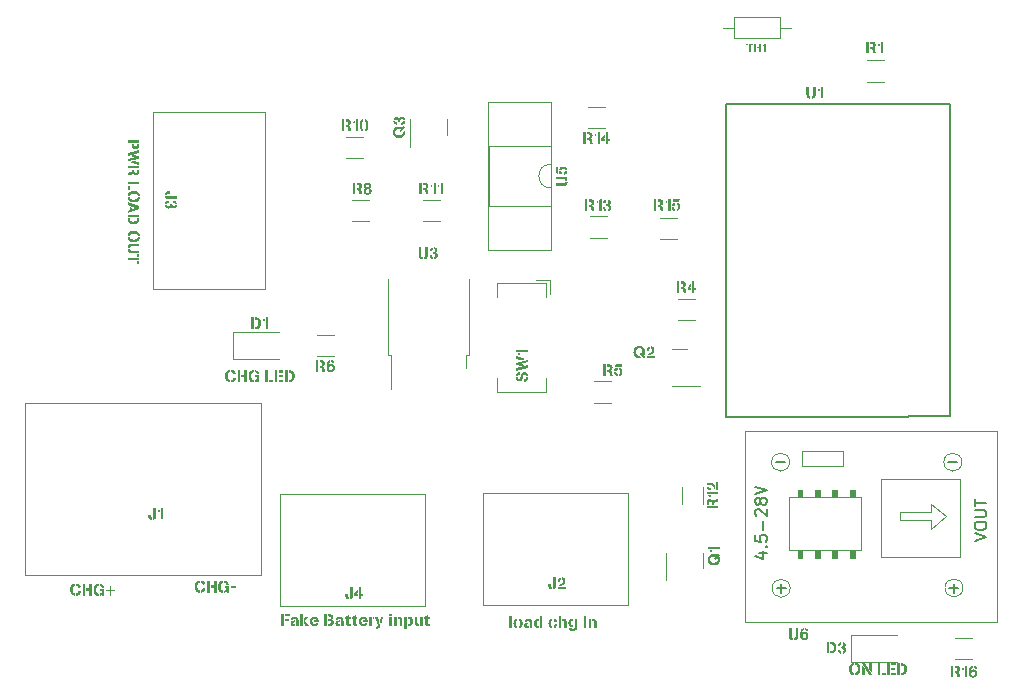
<source format=gbr>
%TF.GenerationSoftware,KiCad,Pcbnew,7.0.9*%
%TF.CreationDate,2024-07-03T00:21:51+10:00*%
%TF.ProjectId,bms test circuit,626d7320-7465-4737-9420-636972637569,rev?*%
%TF.SameCoordinates,Original*%
%TF.FileFunction,Legend,Top*%
%TF.FilePolarity,Positive*%
%FSLAX46Y46*%
G04 Gerber Fmt 4.6, Leading zero omitted, Abs format (unit mm)*
G04 Created by KiCad (PCBNEW 7.0.9) date 2024-07-03 00:21:51*
%MOMM*%
%LPD*%
G01*
G04 APERTURE LIST*
%ADD10C,0.150000*%
%ADD11C,0.100000*%
%ADD12C,0.108000*%
%ADD13C,0.120000*%
G04 APERTURE END LIST*
D10*
G36*
X175167726Y-90067373D02*
G01*
X175165651Y-90057051D01*
X175163456Y-90046908D01*
X175161140Y-90036943D01*
X175158704Y-90027157D01*
X175156148Y-90017549D01*
X175153472Y-90008119D01*
X175147759Y-89989795D01*
X175141565Y-89972185D01*
X175134891Y-89955288D01*
X175127735Y-89939105D01*
X175120099Y-89923636D01*
X175111981Y-89908880D01*
X175103383Y-89894838D01*
X175094304Y-89881510D01*
X175084744Y-89868895D01*
X175074704Y-89856994D01*
X175064182Y-89845806D01*
X175053180Y-89835333D01*
X175041697Y-89825572D01*
X175029727Y-89816433D01*
X175017265Y-89807884D01*
X175004310Y-89799924D01*
X174990864Y-89792554D01*
X174976925Y-89785773D01*
X174962493Y-89779582D01*
X174947570Y-89773981D01*
X174932154Y-89768969D01*
X174916245Y-89764547D01*
X174899845Y-89760714D01*
X174882952Y-89757472D01*
X174865567Y-89754818D01*
X174847690Y-89752755D01*
X174829320Y-89751281D01*
X174810458Y-89750396D01*
X174791103Y-89750101D01*
X174791103Y-89932062D01*
X174803877Y-89933657D01*
X174816002Y-89935783D01*
X174827479Y-89938442D01*
X174838307Y-89941634D01*
X174848487Y-89945357D01*
X174858019Y-89949613D01*
X174866903Y-89954402D01*
X174875138Y-89959723D01*
X174885110Y-89967645D01*
X174893930Y-89976515D01*
X174901940Y-89986376D01*
X174907642Y-89994453D01*
X174913083Y-90003114D01*
X174918261Y-90012359D01*
X174923178Y-90022188D01*
X174927832Y-90032601D01*
X174932225Y-90043597D01*
X174936356Y-90055178D01*
X174940225Y-90067342D01*
X174943832Y-90080091D01*
X174944976Y-90084470D01*
X175167726Y-90067373D01*
G37*
G36*
X175183113Y-90418838D02*
G01*
X174950594Y-90418838D01*
X174948539Y-90433186D01*
X174946037Y-90446920D01*
X174943089Y-90460039D01*
X174939695Y-90472545D01*
X174935854Y-90484437D01*
X174931566Y-90495715D01*
X174926832Y-90506379D01*
X174921651Y-90516429D01*
X174916024Y-90525865D01*
X174909951Y-90534687D01*
X174905653Y-90540227D01*
X174898712Y-90548024D01*
X174890984Y-90555202D01*
X174882472Y-90561762D01*
X174873173Y-90567704D01*
X174863089Y-90573028D01*
X174852219Y-90577734D01*
X174840563Y-90581821D01*
X174828122Y-90585290D01*
X174814894Y-90588141D01*
X174800882Y-90590373D01*
X174791103Y-90591518D01*
X174791103Y-90778852D01*
X174801920Y-90777378D01*
X174812570Y-90775826D01*
X174823054Y-90774195D01*
X174833373Y-90772487D01*
X174843525Y-90770700D01*
X174853511Y-90768834D01*
X174863332Y-90766891D01*
X174872986Y-90764869D01*
X174887156Y-90761690D01*
X174900953Y-90758335D01*
X174914376Y-90754804D01*
X174927425Y-90751096D01*
X174940101Y-90747213D01*
X174944244Y-90745879D01*
X174956485Y-90741632D01*
X174968387Y-90737041D01*
X174979949Y-90732106D01*
X174991173Y-90726829D01*
X175002057Y-90721207D01*
X175012602Y-90715242D01*
X175022808Y-90708934D01*
X175032675Y-90702282D01*
X175042203Y-90695287D01*
X175051391Y-90687948D01*
X175057328Y-90682865D01*
X175066023Y-90674930D01*
X175074430Y-90666605D01*
X175082549Y-90657888D01*
X175090381Y-90648781D01*
X175097925Y-90639284D01*
X175105182Y-90629396D01*
X175112150Y-90619117D01*
X175118832Y-90608447D01*
X175125225Y-90597387D01*
X175131331Y-90585936D01*
X175135242Y-90578085D01*
X175140933Y-90565894D01*
X175146376Y-90553138D01*
X175151569Y-90539814D01*
X175154893Y-90530617D01*
X175158107Y-90521167D01*
X175161209Y-90511466D01*
X175164201Y-90501514D01*
X175167082Y-90491309D01*
X175169853Y-90480852D01*
X175172513Y-90470144D01*
X175175062Y-90459183D01*
X175177501Y-90447971D01*
X175179829Y-90436507D01*
X175182046Y-90424791D01*
X175183113Y-90418838D01*
G37*
G36*
X174705130Y-90777631D02*
G01*
X174705130Y-90590053D01*
X174693288Y-90589784D01*
X174681849Y-90588979D01*
X174670813Y-90587638D01*
X174660182Y-90585759D01*
X174649954Y-90583344D01*
X174640129Y-90580393D01*
X174630708Y-90576904D01*
X174621691Y-90572879D01*
X174610295Y-90566678D01*
X174599617Y-90559522D01*
X174589573Y-90551580D01*
X174580078Y-90543143D01*
X174571132Y-90534209D01*
X174562736Y-90524779D01*
X174554890Y-90514852D01*
X174547593Y-90504430D01*
X174540846Y-90493512D01*
X174534648Y-90482097D01*
X174530383Y-90473216D01*
X174526380Y-90464160D01*
X174522638Y-90454927D01*
X174519158Y-90445518D01*
X174515940Y-90435933D01*
X174512984Y-90426172D01*
X174510290Y-90416235D01*
X174507858Y-90406122D01*
X174505688Y-90395833D01*
X174503779Y-90385368D01*
X174502653Y-90378294D01*
X174501125Y-90367639D01*
X174499748Y-90357013D01*
X174498520Y-90346418D01*
X174497443Y-90335853D01*
X174496517Y-90325318D01*
X174495740Y-90314813D01*
X174495114Y-90304338D01*
X174494638Y-90293893D01*
X174494313Y-90283478D01*
X174494138Y-90273093D01*
X174494104Y-90266187D01*
X174494162Y-90255499D01*
X174494336Y-90244777D01*
X174494626Y-90234021D01*
X174495032Y-90223230D01*
X174495553Y-90212405D01*
X174496191Y-90201546D01*
X174496944Y-90190653D01*
X174497814Y-90179725D01*
X174498799Y-90168762D01*
X174499900Y-90157766D01*
X174500699Y-90150415D01*
X174502079Y-90139434D01*
X174503747Y-90128654D01*
X174505703Y-90118076D01*
X174507946Y-90107700D01*
X174510477Y-90097525D01*
X174513295Y-90087552D01*
X174516402Y-90077782D01*
X174519795Y-90068212D01*
X174523477Y-90058845D01*
X174527446Y-90049680D01*
X174530252Y-90043681D01*
X174534759Y-90034895D01*
X174539580Y-90026396D01*
X174546495Y-90015512D01*
X174553968Y-90005140D01*
X174561997Y-89995278D01*
X174570584Y-89985928D01*
X174579728Y-89977090D01*
X174589429Y-89968763D01*
X174594488Y-89964791D01*
X174605246Y-89957464D01*
X174613891Y-89952609D01*
X174623029Y-89948304D01*
X174632661Y-89944549D01*
X174642787Y-89941344D01*
X174653407Y-89938687D01*
X174664520Y-89936581D01*
X174676127Y-89935024D01*
X174688228Y-89934016D01*
X174700822Y-89933558D01*
X174705130Y-89933528D01*
X174705130Y-89932062D01*
X174705130Y-89745949D01*
X174691346Y-89746105D01*
X174677779Y-89746571D01*
X174664426Y-89747349D01*
X174651290Y-89748437D01*
X174638369Y-89749837D01*
X174625663Y-89751548D01*
X174613174Y-89753569D01*
X174600899Y-89755902D01*
X174588841Y-89758546D01*
X174576998Y-89761501D01*
X174565371Y-89764766D01*
X174553959Y-89768343D01*
X174542763Y-89772231D01*
X174531782Y-89776430D01*
X174521018Y-89780940D01*
X174510468Y-89785761D01*
X174500136Y-89790849D01*
X174490021Y-89796160D01*
X174480123Y-89801695D01*
X174470443Y-89807453D01*
X174460981Y-89813434D01*
X174451736Y-89819638D01*
X174442708Y-89826066D01*
X174433898Y-89832717D01*
X174425306Y-89839591D01*
X174416931Y-89846688D01*
X174408774Y-89854009D01*
X174400834Y-89861552D01*
X174393112Y-89869320D01*
X174385607Y-89877310D01*
X174378320Y-89885524D01*
X174371250Y-89893960D01*
X174364426Y-89902607D01*
X174357817Y-89911450D01*
X174351421Y-89920490D01*
X174345238Y-89929727D01*
X174339269Y-89939160D01*
X174333515Y-89948789D01*
X174327973Y-89958615D01*
X174322646Y-89968638D01*
X174317532Y-89978857D01*
X174312632Y-89989272D01*
X174307945Y-89999885D01*
X174303473Y-90010693D01*
X174299214Y-90021698D01*
X174295168Y-90032900D01*
X174291337Y-90044299D01*
X174287719Y-90055893D01*
X174284318Y-90067620D01*
X174281136Y-90079474D01*
X174278173Y-90091457D01*
X174275431Y-90103567D01*
X174272907Y-90115804D01*
X174270603Y-90128170D01*
X174268518Y-90140664D01*
X174266653Y-90153285D01*
X174265007Y-90166035D01*
X174263581Y-90178912D01*
X174262374Y-90191917D01*
X174261387Y-90205049D01*
X174260619Y-90218310D01*
X174260070Y-90231699D01*
X174259741Y-90245215D01*
X174259631Y-90258859D01*
X174259743Y-90272358D01*
X174260078Y-90285745D01*
X174260636Y-90299019D01*
X174261417Y-90312181D01*
X174262422Y-90325229D01*
X174263650Y-90338166D01*
X174265101Y-90350989D01*
X174266775Y-90363700D01*
X174268673Y-90376299D01*
X174270794Y-90388785D01*
X174273138Y-90401158D01*
X174275705Y-90413419D01*
X174278496Y-90425567D01*
X174281510Y-90437603D01*
X174284747Y-90449526D01*
X174288207Y-90461337D01*
X174291916Y-90472996D01*
X174295836Y-90484467D01*
X174299968Y-90495749D01*
X174304312Y-90506842D01*
X174308868Y-90517746D01*
X174313635Y-90528461D01*
X174318615Y-90538988D01*
X174323806Y-90549325D01*
X174329209Y-90559474D01*
X174334823Y-90569433D01*
X174340650Y-90579204D01*
X174346688Y-90588786D01*
X174352938Y-90598178D01*
X174359400Y-90607382D01*
X174366074Y-90616397D01*
X174372960Y-90625224D01*
X174380088Y-90633844D01*
X174387427Y-90642240D01*
X174394979Y-90650414D01*
X174402742Y-90658364D01*
X174410717Y-90666091D01*
X174418904Y-90673595D01*
X174427303Y-90680876D01*
X174435913Y-90687933D01*
X174444736Y-90694767D01*
X174453770Y-90701378D01*
X174463016Y-90707765D01*
X174472473Y-90713929D01*
X174482143Y-90719870D01*
X174492024Y-90725588D01*
X174502117Y-90731083D01*
X174512422Y-90736354D01*
X174522964Y-90741352D01*
X174533706Y-90746028D01*
X174544648Y-90750382D01*
X174555791Y-90754413D01*
X174567134Y-90758121D01*
X174578677Y-90761507D01*
X174590421Y-90764571D01*
X174602365Y-90767312D01*
X174614509Y-90769730D01*
X174626854Y-90771826D01*
X174639399Y-90773600D01*
X174652145Y-90775051D01*
X174665090Y-90776180D01*
X174678237Y-90776986D01*
X174691583Y-90777470D01*
X174705130Y-90777631D01*
G37*
G36*
X176119785Y-90762000D02*
G01*
X176119785Y-89777212D01*
X175899966Y-89777212D01*
X175899966Y-90152369D01*
X175647663Y-90152369D01*
X175647663Y-90339948D01*
X175899966Y-90339948D01*
X175899966Y-90762000D01*
X176119785Y-90762000D01*
G37*
G36*
X175541418Y-90762000D02*
G01*
X175541418Y-89777212D01*
X175321599Y-89777212D01*
X175321599Y-90762000D01*
X175541418Y-90762000D01*
G37*
G36*
X177158305Y-90095705D02*
G01*
X177156635Y-90085400D01*
X177154647Y-90075186D01*
X177152342Y-90065061D01*
X177149718Y-90055027D01*
X177146778Y-90045083D01*
X177143519Y-90035229D01*
X177139943Y-90025465D01*
X177136049Y-90015792D01*
X177131837Y-90006208D01*
X177127307Y-89996715D01*
X177124111Y-89990436D01*
X177119095Y-89981084D01*
X177113847Y-89971895D01*
X177108368Y-89962869D01*
X177102656Y-89954006D01*
X177096713Y-89945306D01*
X177090537Y-89936770D01*
X177084130Y-89928396D01*
X177077491Y-89920186D01*
X177070621Y-89912139D01*
X177063518Y-89904255D01*
X177058654Y-89899090D01*
X177051241Y-89891453D01*
X177043656Y-89884023D01*
X177035899Y-89876799D01*
X177027971Y-89869780D01*
X177019871Y-89862968D01*
X177011599Y-89856362D01*
X177003156Y-89849962D01*
X176994540Y-89843769D01*
X176985753Y-89837781D01*
X176976795Y-89831999D01*
X176970727Y-89828259D01*
X176961570Y-89822784D01*
X176952328Y-89817531D01*
X176943000Y-89812503D01*
X176933586Y-89807697D01*
X176924087Y-89803114D01*
X176914501Y-89798755D01*
X176904830Y-89794619D01*
X176895072Y-89790707D01*
X176885229Y-89787017D01*
X176875300Y-89783551D01*
X176868633Y-89781364D01*
X176858649Y-89778378D01*
X176848807Y-89775201D01*
X176841034Y-89772327D01*
X176831689Y-89768494D01*
X176825891Y-89766466D01*
X176816284Y-89764001D01*
X176810748Y-89763046D01*
X176800601Y-89761350D01*
X176790159Y-89759697D01*
X176783392Y-89758650D01*
X176783392Y-89945984D01*
X176796975Y-89946323D01*
X176809879Y-89947341D01*
X176822105Y-89949037D01*
X176833653Y-89951411D01*
X176844522Y-89954463D01*
X176854713Y-89958194D01*
X176864226Y-89962604D01*
X176873060Y-89967691D01*
X176881216Y-89973457D01*
X176888693Y-89979901D01*
X176893302Y-89984575D01*
X176899862Y-89992067D01*
X176906079Y-90000165D01*
X176911952Y-90008868D01*
X176917482Y-90018177D01*
X176922668Y-90028091D01*
X176927511Y-90038610D01*
X176932010Y-90049735D01*
X176936166Y-90061465D01*
X176939979Y-90073801D01*
X176943448Y-90086741D01*
X176945570Y-90095705D01*
X177158305Y-90095705D01*
G37*
G36*
X177158305Y-90214896D02*
G01*
X176798780Y-90214896D01*
X176798780Y-90386842D01*
X176969017Y-90386842D01*
X176965891Y-90398856D01*
X176962743Y-90410473D01*
X176959572Y-90421693D01*
X176956377Y-90432516D01*
X176953160Y-90442942D01*
X176949920Y-90452971D01*
X176946657Y-90462604D01*
X176943371Y-90471839D01*
X176939171Y-90482802D01*
X176934661Y-90493253D01*
X176929840Y-90503191D01*
X176924710Y-90512616D01*
X176919269Y-90521528D01*
X176913518Y-90529928D01*
X176911131Y-90533144D01*
X176904904Y-90540779D01*
X176898127Y-90547961D01*
X176890802Y-90554689D01*
X176882929Y-90560965D01*
X176874507Y-90566787D01*
X176865536Y-90572156D01*
X176861794Y-90574177D01*
X176851895Y-90578859D01*
X176841124Y-90583136D01*
X176829483Y-90587007D01*
X176819544Y-90589812D01*
X176809047Y-90592357D01*
X176797993Y-90594643D01*
X176786382Y-90596670D01*
X176783392Y-90597136D01*
X176783392Y-90785935D01*
X176793947Y-90785649D01*
X176804239Y-90784790D01*
X176814269Y-90783359D01*
X176824036Y-90781356D01*
X176833541Y-90778780D01*
X176844600Y-90774933D01*
X176846407Y-90774212D01*
X176857152Y-90769649D01*
X176867587Y-90764572D01*
X176877714Y-90758979D01*
X176887531Y-90752871D01*
X176897040Y-90746248D01*
X176900140Y-90743926D01*
X176907854Y-90737817D01*
X176915425Y-90731399D01*
X176922852Y-90724670D01*
X176930137Y-90717631D01*
X176937278Y-90710283D01*
X176944276Y-90702624D01*
X176947035Y-90699473D01*
X176953904Y-90691376D01*
X176960774Y-90683111D01*
X176967643Y-90674679D01*
X176974512Y-90666081D01*
X176981382Y-90657315D01*
X176988251Y-90648383D01*
X176990999Y-90644763D01*
X177001990Y-90765663D01*
X177158305Y-90765663D01*
X177158305Y-90214896D01*
G37*
G36*
X176682276Y-90788866D02*
G01*
X176682276Y-90597136D01*
X176669673Y-90594628D01*
X176657603Y-90591866D01*
X176646066Y-90588852D01*
X176635061Y-90585584D01*
X176624588Y-90582062D01*
X176614647Y-90578288D01*
X176605239Y-90574260D01*
X176596363Y-90569979D01*
X176585357Y-90563877D01*
X176575297Y-90557324D01*
X176565997Y-90550336D01*
X176557269Y-90542929D01*
X176549114Y-90535102D01*
X176541531Y-90526855D01*
X176534520Y-90518188D01*
X176528082Y-90509101D01*
X176522217Y-90499595D01*
X176516923Y-90489669D01*
X176512199Y-90479327D01*
X176507917Y-90468572D01*
X176504078Y-90457406D01*
X176500681Y-90445827D01*
X176497727Y-90433836D01*
X176495216Y-90421433D01*
X176493148Y-90408618D01*
X176491887Y-90398736D01*
X176491522Y-90395391D01*
X176490562Y-90385167D01*
X176489696Y-90374737D01*
X176488925Y-90364101D01*
X176488248Y-90353259D01*
X176487665Y-90342211D01*
X176487177Y-90330957D01*
X176486784Y-90319496D01*
X176486485Y-90307830D01*
X176486280Y-90295957D01*
X176486170Y-90283879D01*
X176486149Y-90275712D01*
X176486196Y-90264265D01*
X176486338Y-90252912D01*
X176486574Y-90241653D01*
X176486904Y-90230489D01*
X176487330Y-90219419D01*
X176487849Y-90208444D01*
X176488463Y-90197563D01*
X176489171Y-90186777D01*
X176489974Y-90176085D01*
X176490872Y-90165488D01*
X176491522Y-90158475D01*
X176492709Y-90148093D01*
X176494161Y-90137922D01*
X176495880Y-90127961D01*
X176497865Y-90118210D01*
X176500116Y-90108669D01*
X176503532Y-90096276D01*
X176507420Y-90084256D01*
X176511782Y-90072611D01*
X176516618Y-90061340D01*
X176517900Y-90058580D01*
X176523369Y-90047753D01*
X176529395Y-90037377D01*
X176535978Y-90027451D01*
X176543118Y-90017975D01*
X176550816Y-90008949D01*
X176559071Y-90000374D01*
X176567882Y-89992249D01*
X176577251Y-89984575D01*
X176587387Y-89977377D01*
X176598378Y-89970805D01*
X176607183Y-89966287D01*
X176616468Y-89962121D01*
X176626234Y-89958307D01*
X176636480Y-89954846D01*
X176647208Y-89951736D01*
X176658416Y-89948978D01*
X176670106Y-89946572D01*
X176682276Y-89944519D01*
X176682276Y-89761581D01*
X176672144Y-89761581D01*
X176662134Y-89761581D01*
X176661271Y-89761581D01*
X176650750Y-89761790D01*
X176640253Y-89762416D01*
X176629779Y-89763459D01*
X176619330Y-89764920D01*
X176608904Y-89766798D01*
X176598502Y-89769094D01*
X176594348Y-89770129D01*
X176582232Y-89772830D01*
X176570367Y-89775743D01*
X176558754Y-89778868D01*
X176547393Y-89782204D01*
X176536283Y-89785752D01*
X176525426Y-89789512D01*
X176514821Y-89793484D01*
X176504467Y-89797668D01*
X176494365Y-89802063D01*
X176484515Y-89806670D01*
X176474917Y-89811489D01*
X176465571Y-89816520D01*
X176456477Y-89821763D01*
X176447635Y-89827217D01*
X176439044Y-89832883D01*
X176430706Y-89838762D01*
X176422594Y-89844794D01*
X176414685Y-89850985D01*
X176406978Y-89857334D01*
X176399473Y-89863842D01*
X176392171Y-89870508D01*
X176385070Y-89877333D01*
X176378173Y-89884316D01*
X176371477Y-89891457D01*
X176364983Y-89898757D01*
X176355623Y-89910003D01*
X176346717Y-89921606D01*
X176338266Y-89933565D01*
X176332885Y-89941735D01*
X176327706Y-89950064D01*
X176325193Y-89954288D01*
X176320306Y-89962843D01*
X176315599Y-89971530D01*
X176311071Y-89980352D01*
X176306722Y-89989307D01*
X176302553Y-89998395D01*
X176298563Y-90007617D01*
X176294752Y-90016973D01*
X176291121Y-90026462D01*
X176287669Y-90036085D01*
X176284397Y-90045841D01*
X176281304Y-90055731D01*
X176278390Y-90065755D01*
X176275655Y-90075912D01*
X176273100Y-90086202D01*
X176270725Y-90096627D01*
X176268528Y-90107184D01*
X176266488Y-90117825D01*
X176264579Y-90128559D01*
X176262801Y-90139387D01*
X176261155Y-90150309D01*
X176259641Y-90161323D01*
X176258259Y-90172432D01*
X176257008Y-90183633D01*
X176255889Y-90194929D01*
X176254901Y-90206317D01*
X176254046Y-90217800D01*
X176253321Y-90229375D01*
X176252729Y-90241045D01*
X176252268Y-90252808D01*
X176251939Y-90264664D01*
X176251742Y-90276614D01*
X176251676Y-90288657D01*
X176251752Y-90300547D01*
X176251981Y-90312406D01*
X176252363Y-90324231D01*
X176252897Y-90336025D01*
X176253584Y-90347786D01*
X176254423Y-90359514D01*
X176255416Y-90371210D01*
X176256561Y-90382874D01*
X176257858Y-90394505D01*
X176259308Y-90406103D01*
X176260911Y-90417670D01*
X176262667Y-90429203D01*
X176264575Y-90440705D01*
X176266636Y-90452174D01*
X176268849Y-90463610D01*
X176271215Y-90475014D01*
X176273783Y-90486323D01*
X176276539Y-90497473D01*
X176279484Y-90508465D01*
X176282618Y-90519298D01*
X176285941Y-90529974D01*
X176289453Y-90540490D01*
X176293154Y-90550849D01*
X176297044Y-90561049D01*
X176301122Y-90571090D01*
X176305390Y-90580974D01*
X176309847Y-90590698D01*
X176314492Y-90600265D01*
X176319326Y-90609673D01*
X176324349Y-90618923D01*
X176329562Y-90628014D01*
X176334963Y-90636947D01*
X176340568Y-90645663D01*
X176346392Y-90654162D01*
X176352436Y-90662447D01*
X176358700Y-90670515D01*
X176365183Y-90678368D01*
X176371885Y-90686006D01*
X176378807Y-90693427D01*
X176385948Y-90700633D01*
X176393309Y-90707624D01*
X176400889Y-90714399D01*
X176408689Y-90720958D01*
X176416708Y-90727302D01*
X176424946Y-90733430D01*
X176433404Y-90739342D01*
X176442081Y-90745039D01*
X176450978Y-90750520D01*
X176460117Y-90755696D01*
X176469521Y-90760538D01*
X176479191Y-90765046D01*
X176489126Y-90769220D01*
X176499326Y-90773060D01*
X176509791Y-90776566D01*
X176520521Y-90779739D01*
X176531517Y-90782577D01*
X176542778Y-90785081D01*
X176554304Y-90787252D01*
X176566095Y-90789089D01*
X176578152Y-90790591D01*
X176590474Y-90791760D01*
X176603061Y-90792595D01*
X176615913Y-90793096D01*
X176629031Y-90793263D01*
X176639369Y-90793057D01*
X176649502Y-90792438D01*
X176656142Y-90791797D01*
X176666114Y-90790698D01*
X176675880Y-90789599D01*
X176682276Y-90788866D01*
G37*
G36*
X178094244Y-90418106D02*
G01*
X178094244Y-90277422D01*
X177750350Y-90277422D01*
X177750350Y-89949159D01*
X177609666Y-89949159D01*
X177609666Y-90277422D01*
X177281404Y-90277422D01*
X177281404Y-90418106D01*
X177609666Y-90418106D01*
X177609666Y-90762000D01*
X177750350Y-90762000D01*
X177750350Y-90418106D01*
X178094244Y-90418106D01*
G37*
G36*
X185708726Y-89813373D02*
G01*
X185706651Y-89803051D01*
X185704456Y-89792908D01*
X185702140Y-89782943D01*
X185699704Y-89773157D01*
X185697148Y-89763549D01*
X185694472Y-89754119D01*
X185688759Y-89735795D01*
X185682565Y-89718185D01*
X185675891Y-89701288D01*
X185668735Y-89685105D01*
X185661099Y-89669636D01*
X185652981Y-89654880D01*
X185644383Y-89640838D01*
X185635304Y-89627510D01*
X185625744Y-89614895D01*
X185615704Y-89602994D01*
X185605182Y-89591806D01*
X185594180Y-89581333D01*
X185582697Y-89571572D01*
X185570727Y-89562433D01*
X185558265Y-89553884D01*
X185545310Y-89545924D01*
X185531864Y-89538554D01*
X185517925Y-89531773D01*
X185503493Y-89525582D01*
X185488570Y-89519981D01*
X185473154Y-89514969D01*
X185457245Y-89510547D01*
X185440845Y-89506714D01*
X185423952Y-89503472D01*
X185406567Y-89500818D01*
X185388690Y-89498755D01*
X185370320Y-89497281D01*
X185351458Y-89496396D01*
X185332103Y-89496101D01*
X185332103Y-89678062D01*
X185344877Y-89679657D01*
X185357002Y-89681783D01*
X185368479Y-89684442D01*
X185379307Y-89687634D01*
X185389487Y-89691357D01*
X185399019Y-89695613D01*
X185407903Y-89700402D01*
X185416138Y-89705723D01*
X185426110Y-89713645D01*
X185434930Y-89722515D01*
X185442940Y-89732376D01*
X185448642Y-89740453D01*
X185454083Y-89749114D01*
X185459261Y-89758359D01*
X185464178Y-89768188D01*
X185468832Y-89778601D01*
X185473225Y-89789597D01*
X185477356Y-89801178D01*
X185481225Y-89813342D01*
X185484832Y-89826091D01*
X185485976Y-89830470D01*
X185708726Y-89813373D01*
G37*
G36*
X185724113Y-90164838D02*
G01*
X185491594Y-90164838D01*
X185489539Y-90179186D01*
X185487037Y-90192920D01*
X185484089Y-90206039D01*
X185480695Y-90218545D01*
X185476854Y-90230437D01*
X185472566Y-90241715D01*
X185467832Y-90252379D01*
X185462651Y-90262429D01*
X185457024Y-90271865D01*
X185450951Y-90280687D01*
X185446653Y-90286227D01*
X185439712Y-90294024D01*
X185431984Y-90301202D01*
X185423472Y-90307762D01*
X185414173Y-90313704D01*
X185404089Y-90319028D01*
X185393219Y-90323734D01*
X185381563Y-90327821D01*
X185369122Y-90331290D01*
X185355894Y-90334141D01*
X185341882Y-90336373D01*
X185332103Y-90337518D01*
X185332103Y-90524852D01*
X185342920Y-90523378D01*
X185353570Y-90521826D01*
X185364054Y-90520195D01*
X185374373Y-90518487D01*
X185384525Y-90516700D01*
X185394511Y-90514834D01*
X185404332Y-90512891D01*
X185413986Y-90510869D01*
X185428156Y-90507690D01*
X185441953Y-90504335D01*
X185455376Y-90500804D01*
X185468425Y-90497096D01*
X185481101Y-90493213D01*
X185485244Y-90491879D01*
X185497485Y-90487632D01*
X185509387Y-90483041D01*
X185520949Y-90478106D01*
X185532173Y-90472829D01*
X185543057Y-90467207D01*
X185553602Y-90461242D01*
X185563808Y-90454934D01*
X185573675Y-90448282D01*
X185583203Y-90441287D01*
X185592391Y-90433948D01*
X185598328Y-90428865D01*
X185607023Y-90420930D01*
X185615430Y-90412605D01*
X185623549Y-90403888D01*
X185631381Y-90394781D01*
X185638925Y-90385284D01*
X185646182Y-90375396D01*
X185653150Y-90365117D01*
X185659832Y-90354447D01*
X185666225Y-90343387D01*
X185672331Y-90331936D01*
X185676242Y-90324085D01*
X185681933Y-90311894D01*
X185687376Y-90299138D01*
X185692569Y-90285814D01*
X185695893Y-90276617D01*
X185699107Y-90267167D01*
X185702209Y-90257466D01*
X185705201Y-90247514D01*
X185708082Y-90237309D01*
X185710853Y-90226852D01*
X185713513Y-90216144D01*
X185716062Y-90205183D01*
X185718501Y-90193971D01*
X185720829Y-90182507D01*
X185723046Y-90170791D01*
X185724113Y-90164838D01*
G37*
G36*
X185246130Y-90523631D02*
G01*
X185246130Y-90336053D01*
X185234288Y-90335784D01*
X185222849Y-90334979D01*
X185211813Y-90333638D01*
X185201182Y-90331759D01*
X185190954Y-90329344D01*
X185181129Y-90326393D01*
X185171708Y-90322904D01*
X185162691Y-90318879D01*
X185151295Y-90312678D01*
X185140617Y-90305522D01*
X185130573Y-90297580D01*
X185121078Y-90289143D01*
X185112132Y-90280209D01*
X185103736Y-90270779D01*
X185095890Y-90260852D01*
X185088593Y-90250430D01*
X185081846Y-90239512D01*
X185075648Y-90228097D01*
X185071383Y-90219216D01*
X185067380Y-90210160D01*
X185063638Y-90200927D01*
X185060158Y-90191518D01*
X185056940Y-90181933D01*
X185053984Y-90172172D01*
X185051290Y-90162235D01*
X185048858Y-90152122D01*
X185046688Y-90141833D01*
X185044779Y-90131368D01*
X185043653Y-90124294D01*
X185042125Y-90113639D01*
X185040748Y-90103013D01*
X185039520Y-90092418D01*
X185038443Y-90081853D01*
X185037517Y-90071318D01*
X185036740Y-90060813D01*
X185036114Y-90050338D01*
X185035638Y-90039893D01*
X185035313Y-90029478D01*
X185035138Y-90019093D01*
X185035104Y-90012187D01*
X185035162Y-90001499D01*
X185035336Y-89990777D01*
X185035626Y-89980021D01*
X185036032Y-89969230D01*
X185036553Y-89958405D01*
X185037191Y-89947546D01*
X185037944Y-89936653D01*
X185038814Y-89925725D01*
X185039799Y-89914762D01*
X185040900Y-89903766D01*
X185041699Y-89896415D01*
X185043079Y-89885434D01*
X185044747Y-89874654D01*
X185046703Y-89864076D01*
X185048946Y-89853700D01*
X185051477Y-89843525D01*
X185054295Y-89833552D01*
X185057402Y-89823782D01*
X185060795Y-89814212D01*
X185064477Y-89804845D01*
X185068446Y-89795680D01*
X185071252Y-89789681D01*
X185075759Y-89780895D01*
X185080580Y-89772396D01*
X185087495Y-89761512D01*
X185094968Y-89751140D01*
X185102997Y-89741278D01*
X185111584Y-89731928D01*
X185120728Y-89723090D01*
X185130429Y-89714763D01*
X185135488Y-89710791D01*
X185146246Y-89703464D01*
X185154891Y-89698609D01*
X185164029Y-89694304D01*
X185173661Y-89690549D01*
X185183787Y-89687344D01*
X185194407Y-89684687D01*
X185205520Y-89682581D01*
X185217127Y-89681024D01*
X185229228Y-89680016D01*
X185241822Y-89679558D01*
X185246130Y-89679528D01*
X185246130Y-89678062D01*
X185246130Y-89491949D01*
X185232346Y-89492105D01*
X185218779Y-89492571D01*
X185205426Y-89493349D01*
X185192290Y-89494437D01*
X185179369Y-89495837D01*
X185166663Y-89497548D01*
X185154174Y-89499569D01*
X185141899Y-89501902D01*
X185129841Y-89504546D01*
X185117998Y-89507501D01*
X185106371Y-89510766D01*
X185094959Y-89514343D01*
X185083763Y-89518231D01*
X185072782Y-89522430D01*
X185062018Y-89526940D01*
X185051468Y-89531761D01*
X185041136Y-89536849D01*
X185031021Y-89542160D01*
X185021123Y-89547695D01*
X185011443Y-89553453D01*
X185001981Y-89559434D01*
X184992736Y-89565638D01*
X184983708Y-89572066D01*
X184974898Y-89578717D01*
X184966306Y-89585591D01*
X184957931Y-89592688D01*
X184949774Y-89600009D01*
X184941834Y-89607552D01*
X184934112Y-89615320D01*
X184926607Y-89623310D01*
X184919320Y-89631524D01*
X184912250Y-89639960D01*
X184905426Y-89648607D01*
X184898817Y-89657450D01*
X184892421Y-89666490D01*
X184886238Y-89675727D01*
X184880269Y-89685160D01*
X184874515Y-89694789D01*
X184868973Y-89704615D01*
X184863646Y-89714638D01*
X184858532Y-89724857D01*
X184853632Y-89735272D01*
X184848945Y-89745885D01*
X184844473Y-89756693D01*
X184840214Y-89767698D01*
X184836168Y-89778900D01*
X184832337Y-89790299D01*
X184828719Y-89801893D01*
X184825318Y-89813620D01*
X184822136Y-89825474D01*
X184819173Y-89837457D01*
X184816431Y-89849567D01*
X184813907Y-89861804D01*
X184811603Y-89874170D01*
X184809518Y-89886664D01*
X184807653Y-89899285D01*
X184806007Y-89912035D01*
X184804581Y-89924912D01*
X184803374Y-89937917D01*
X184802387Y-89951049D01*
X184801619Y-89964310D01*
X184801070Y-89977699D01*
X184800741Y-89991215D01*
X184800631Y-90004859D01*
X184800743Y-90018358D01*
X184801078Y-90031745D01*
X184801636Y-90045019D01*
X184802417Y-90058181D01*
X184803422Y-90071229D01*
X184804650Y-90084166D01*
X184806101Y-90096989D01*
X184807775Y-90109700D01*
X184809673Y-90122299D01*
X184811794Y-90134785D01*
X184814138Y-90147158D01*
X184816705Y-90159419D01*
X184819496Y-90171567D01*
X184822510Y-90183603D01*
X184825747Y-90195526D01*
X184829207Y-90207337D01*
X184832916Y-90218996D01*
X184836836Y-90230467D01*
X184840968Y-90241749D01*
X184845312Y-90252842D01*
X184849868Y-90263746D01*
X184854635Y-90274461D01*
X184859615Y-90284988D01*
X184864806Y-90295325D01*
X184870209Y-90305474D01*
X184875823Y-90315433D01*
X184881650Y-90325204D01*
X184887688Y-90334786D01*
X184893938Y-90344178D01*
X184900400Y-90353382D01*
X184907074Y-90362397D01*
X184913960Y-90371224D01*
X184921088Y-90379844D01*
X184928427Y-90388240D01*
X184935979Y-90396414D01*
X184943742Y-90404364D01*
X184951717Y-90412091D01*
X184959904Y-90419595D01*
X184968303Y-90426876D01*
X184976913Y-90433933D01*
X184985736Y-90440767D01*
X184994770Y-90447378D01*
X185004016Y-90453765D01*
X185013473Y-90459929D01*
X185023143Y-90465870D01*
X185033024Y-90471588D01*
X185043117Y-90477083D01*
X185053422Y-90482354D01*
X185063964Y-90487352D01*
X185074706Y-90492028D01*
X185085648Y-90496382D01*
X185096791Y-90500413D01*
X185108134Y-90504121D01*
X185119677Y-90507507D01*
X185131421Y-90510571D01*
X185143365Y-90513312D01*
X185155509Y-90515730D01*
X185167854Y-90517826D01*
X185180399Y-90519600D01*
X185193145Y-90521051D01*
X185206090Y-90522180D01*
X185219237Y-90522986D01*
X185232583Y-90523470D01*
X185246130Y-90523631D01*
G37*
G36*
X186660785Y-90508000D02*
G01*
X186660785Y-89523212D01*
X186440966Y-89523212D01*
X186440966Y-89898369D01*
X186188663Y-89898369D01*
X186188663Y-90085948D01*
X186440966Y-90085948D01*
X186440966Y-90508000D01*
X186660785Y-90508000D01*
G37*
G36*
X186082418Y-90508000D02*
G01*
X186082418Y-89523212D01*
X185862599Y-89523212D01*
X185862599Y-90508000D01*
X186082418Y-90508000D01*
G37*
G36*
X187699305Y-89841705D02*
G01*
X187697635Y-89831400D01*
X187695647Y-89821186D01*
X187693342Y-89811061D01*
X187690718Y-89801027D01*
X187687778Y-89791083D01*
X187684519Y-89781229D01*
X187680943Y-89771465D01*
X187677049Y-89761792D01*
X187672837Y-89752208D01*
X187668307Y-89742715D01*
X187665111Y-89736436D01*
X187660095Y-89727084D01*
X187654847Y-89717895D01*
X187649368Y-89708869D01*
X187643656Y-89700006D01*
X187637713Y-89691306D01*
X187631537Y-89682770D01*
X187625130Y-89674396D01*
X187618491Y-89666186D01*
X187611621Y-89658139D01*
X187604518Y-89650255D01*
X187599654Y-89645090D01*
X187592241Y-89637453D01*
X187584656Y-89630023D01*
X187576899Y-89622799D01*
X187568971Y-89615780D01*
X187560871Y-89608968D01*
X187552599Y-89602362D01*
X187544156Y-89595962D01*
X187535540Y-89589769D01*
X187526753Y-89583781D01*
X187517795Y-89577999D01*
X187511727Y-89574259D01*
X187502570Y-89568784D01*
X187493328Y-89563531D01*
X187484000Y-89558503D01*
X187474586Y-89553697D01*
X187465087Y-89549114D01*
X187455501Y-89544755D01*
X187445830Y-89540619D01*
X187436072Y-89536707D01*
X187426229Y-89533017D01*
X187416300Y-89529551D01*
X187409633Y-89527364D01*
X187399649Y-89524378D01*
X187389807Y-89521201D01*
X187382034Y-89518327D01*
X187372689Y-89514494D01*
X187366891Y-89512466D01*
X187357284Y-89510001D01*
X187351748Y-89509046D01*
X187341601Y-89507350D01*
X187331159Y-89505697D01*
X187324392Y-89504650D01*
X187324392Y-89691984D01*
X187337975Y-89692323D01*
X187350879Y-89693341D01*
X187363105Y-89695037D01*
X187374653Y-89697411D01*
X187385522Y-89700463D01*
X187395713Y-89704194D01*
X187405226Y-89708604D01*
X187414060Y-89713691D01*
X187422216Y-89719457D01*
X187429693Y-89725901D01*
X187434302Y-89730575D01*
X187440862Y-89738067D01*
X187447079Y-89746165D01*
X187452952Y-89754868D01*
X187458482Y-89764177D01*
X187463668Y-89774091D01*
X187468511Y-89784610D01*
X187473010Y-89795735D01*
X187477166Y-89807465D01*
X187480979Y-89819801D01*
X187484448Y-89832741D01*
X187486570Y-89841705D01*
X187699305Y-89841705D01*
G37*
G36*
X187699305Y-89960896D02*
G01*
X187339780Y-89960896D01*
X187339780Y-90132842D01*
X187510017Y-90132842D01*
X187506891Y-90144856D01*
X187503743Y-90156473D01*
X187500572Y-90167693D01*
X187497377Y-90178516D01*
X187494160Y-90188942D01*
X187490920Y-90198971D01*
X187487657Y-90208604D01*
X187484371Y-90217839D01*
X187480171Y-90228802D01*
X187475661Y-90239253D01*
X187470840Y-90249191D01*
X187465710Y-90258616D01*
X187460269Y-90267528D01*
X187454518Y-90275928D01*
X187452131Y-90279144D01*
X187445904Y-90286779D01*
X187439127Y-90293961D01*
X187431802Y-90300689D01*
X187423929Y-90306965D01*
X187415507Y-90312787D01*
X187406536Y-90318156D01*
X187402794Y-90320177D01*
X187392895Y-90324859D01*
X187382124Y-90329136D01*
X187370483Y-90333007D01*
X187360544Y-90335812D01*
X187350047Y-90338357D01*
X187338993Y-90340643D01*
X187327382Y-90342670D01*
X187324392Y-90343136D01*
X187324392Y-90531935D01*
X187334947Y-90531649D01*
X187345239Y-90530790D01*
X187355269Y-90529359D01*
X187365036Y-90527356D01*
X187374541Y-90524780D01*
X187385600Y-90520933D01*
X187387407Y-90520212D01*
X187398152Y-90515649D01*
X187408587Y-90510572D01*
X187418714Y-90504979D01*
X187428531Y-90498871D01*
X187438040Y-90492248D01*
X187441140Y-90489926D01*
X187448854Y-90483817D01*
X187456425Y-90477399D01*
X187463852Y-90470670D01*
X187471137Y-90463631D01*
X187478278Y-90456283D01*
X187485276Y-90448624D01*
X187488035Y-90445473D01*
X187494904Y-90437376D01*
X187501774Y-90429111D01*
X187508643Y-90420679D01*
X187515512Y-90412081D01*
X187522382Y-90403315D01*
X187529251Y-90394383D01*
X187531999Y-90390763D01*
X187542990Y-90511663D01*
X187699305Y-90511663D01*
X187699305Y-89960896D01*
G37*
G36*
X187223276Y-90534866D02*
G01*
X187223276Y-90343136D01*
X187210673Y-90340628D01*
X187198603Y-90337866D01*
X187187066Y-90334852D01*
X187176061Y-90331584D01*
X187165588Y-90328062D01*
X187155647Y-90324288D01*
X187146239Y-90320260D01*
X187137363Y-90315979D01*
X187126357Y-90309877D01*
X187116297Y-90303324D01*
X187106997Y-90296336D01*
X187098269Y-90288929D01*
X187090114Y-90281102D01*
X187082531Y-90272855D01*
X187075520Y-90264188D01*
X187069082Y-90255101D01*
X187063217Y-90245595D01*
X187057923Y-90235669D01*
X187053199Y-90225327D01*
X187048917Y-90214572D01*
X187045078Y-90203406D01*
X187041681Y-90191827D01*
X187038727Y-90179836D01*
X187036216Y-90167433D01*
X187034148Y-90154618D01*
X187032887Y-90144736D01*
X187032522Y-90141391D01*
X187031562Y-90131167D01*
X187030696Y-90120737D01*
X187029925Y-90110101D01*
X187029248Y-90099259D01*
X187028665Y-90088211D01*
X187028177Y-90076957D01*
X187027784Y-90065496D01*
X187027485Y-90053830D01*
X187027280Y-90041957D01*
X187027170Y-90029879D01*
X187027149Y-90021712D01*
X187027196Y-90010265D01*
X187027338Y-89998912D01*
X187027574Y-89987653D01*
X187027904Y-89976489D01*
X187028330Y-89965419D01*
X187028849Y-89954444D01*
X187029463Y-89943563D01*
X187030171Y-89932777D01*
X187030974Y-89922085D01*
X187031872Y-89911488D01*
X187032522Y-89904475D01*
X187033709Y-89894093D01*
X187035161Y-89883922D01*
X187036880Y-89873961D01*
X187038865Y-89864210D01*
X187041116Y-89854669D01*
X187044532Y-89842276D01*
X187048420Y-89830256D01*
X187052782Y-89818611D01*
X187057618Y-89807340D01*
X187058900Y-89804580D01*
X187064369Y-89793753D01*
X187070395Y-89783377D01*
X187076978Y-89773451D01*
X187084118Y-89763975D01*
X187091816Y-89754949D01*
X187100071Y-89746374D01*
X187108882Y-89738249D01*
X187118251Y-89730575D01*
X187128387Y-89723377D01*
X187139378Y-89716805D01*
X187148183Y-89712287D01*
X187157468Y-89708121D01*
X187167234Y-89704307D01*
X187177480Y-89700846D01*
X187188208Y-89697736D01*
X187199416Y-89694978D01*
X187211106Y-89692572D01*
X187223276Y-89690519D01*
X187223276Y-89507581D01*
X187213144Y-89507581D01*
X187203134Y-89507581D01*
X187202271Y-89507581D01*
X187191750Y-89507790D01*
X187181253Y-89508416D01*
X187170779Y-89509459D01*
X187160330Y-89510920D01*
X187149904Y-89512798D01*
X187139502Y-89515094D01*
X187135348Y-89516129D01*
X187123232Y-89518830D01*
X187111367Y-89521743D01*
X187099754Y-89524868D01*
X187088393Y-89528204D01*
X187077283Y-89531752D01*
X187066426Y-89535512D01*
X187055821Y-89539484D01*
X187045467Y-89543668D01*
X187035365Y-89548063D01*
X187025515Y-89552670D01*
X187015917Y-89557489D01*
X187006571Y-89562520D01*
X186997477Y-89567763D01*
X186988635Y-89573217D01*
X186980044Y-89578883D01*
X186971706Y-89584762D01*
X186963594Y-89590794D01*
X186955685Y-89596985D01*
X186947978Y-89603334D01*
X186940473Y-89609842D01*
X186933171Y-89616508D01*
X186926070Y-89623333D01*
X186919173Y-89630316D01*
X186912477Y-89637457D01*
X186905983Y-89644757D01*
X186896623Y-89656003D01*
X186887717Y-89667606D01*
X186879266Y-89679565D01*
X186873885Y-89687735D01*
X186868706Y-89696064D01*
X186866193Y-89700288D01*
X186861306Y-89708843D01*
X186856599Y-89717530D01*
X186852071Y-89726352D01*
X186847722Y-89735307D01*
X186843553Y-89744395D01*
X186839563Y-89753617D01*
X186835752Y-89762973D01*
X186832121Y-89772462D01*
X186828669Y-89782085D01*
X186825397Y-89791841D01*
X186822304Y-89801731D01*
X186819390Y-89811755D01*
X186816655Y-89821912D01*
X186814100Y-89832202D01*
X186811725Y-89842627D01*
X186809528Y-89853184D01*
X186807488Y-89863825D01*
X186805579Y-89874559D01*
X186803801Y-89885387D01*
X186802155Y-89896309D01*
X186800641Y-89907323D01*
X186799259Y-89918432D01*
X186798008Y-89929633D01*
X186796889Y-89940929D01*
X186795901Y-89952317D01*
X186795046Y-89963800D01*
X186794321Y-89975375D01*
X186793729Y-89987045D01*
X186793268Y-89998808D01*
X186792939Y-90010664D01*
X186792742Y-90022614D01*
X186792676Y-90034657D01*
X186792752Y-90046547D01*
X186792981Y-90058406D01*
X186793363Y-90070231D01*
X186793897Y-90082025D01*
X186794584Y-90093786D01*
X186795423Y-90105514D01*
X186796416Y-90117210D01*
X186797561Y-90128874D01*
X186798858Y-90140505D01*
X186800308Y-90152103D01*
X186801911Y-90163670D01*
X186803667Y-90175203D01*
X186805575Y-90186705D01*
X186807636Y-90198174D01*
X186809849Y-90209610D01*
X186812215Y-90221014D01*
X186814783Y-90232323D01*
X186817539Y-90243473D01*
X186820484Y-90254465D01*
X186823618Y-90265298D01*
X186826941Y-90275974D01*
X186830453Y-90286490D01*
X186834154Y-90296849D01*
X186838044Y-90307049D01*
X186842122Y-90317090D01*
X186846390Y-90326974D01*
X186850847Y-90336698D01*
X186855492Y-90346265D01*
X186860326Y-90355673D01*
X186865349Y-90364923D01*
X186870562Y-90374014D01*
X186875963Y-90382947D01*
X186881568Y-90391663D01*
X186887392Y-90400162D01*
X186893436Y-90408447D01*
X186899700Y-90416515D01*
X186906183Y-90424368D01*
X186912885Y-90432006D01*
X186919807Y-90439427D01*
X186926948Y-90446633D01*
X186934309Y-90453624D01*
X186941889Y-90460399D01*
X186949689Y-90466958D01*
X186957708Y-90473302D01*
X186965946Y-90479430D01*
X186974404Y-90485342D01*
X186983081Y-90491039D01*
X186991978Y-90496520D01*
X187001117Y-90501696D01*
X187010521Y-90506538D01*
X187020191Y-90511046D01*
X187030126Y-90515220D01*
X187040326Y-90519060D01*
X187050791Y-90522566D01*
X187061521Y-90525739D01*
X187072517Y-90528577D01*
X187083778Y-90531081D01*
X187095304Y-90533252D01*
X187107095Y-90535089D01*
X187119152Y-90536591D01*
X187131474Y-90537760D01*
X187144061Y-90538595D01*
X187156913Y-90539096D01*
X187170031Y-90539263D01*
X187180369Y-90539057D01*
X187190502Y-90538438D01*
X187197142Y-90537797D01*
X187207114Y-90536698D01*
X187216880Y-90535599D01*
X187223276Y-90534866D01*
G37*
G36*
X188275718Y-90148474D02*
G01*
X188275718Y-89976527D01*
X187869298Y-89976527D01*
X187869298Y-90148474D01*
X188275718Y-90148474D01*
G37*
G36*
X218676158Y-58200000D02*
G01*
X218670353Y-58190180D01*
X218664785Y-58180384D01*
X218659454Y-58170610D01*
X218654359Y-58160860D01*
X218649501Y-58151132D01*
X218644879Y-58141427D01*
X218640494Y-58131745D01*
X218636346Y-58122086D01*
X218632434Y-58112316D01*
X218628759Y-58102302D01*
X218625321Y-58092044D01*
X218622119Y-58081542D01*
X218619154Y-58070795D01*
X218616425Y-58059804D01*
X218613933Y-58048569D01*
X218611678Y-58037090D01*
X218609570Y-58025438D01*
X218607523Y-58013381D01*
X218605927Y-58003443D01*
X218604370Y-57993246D01*
X218602851Y-57982789D01*
X218601371Y-57972073D01*
X218599928Y-57961098D01*
X218599221Y-57955512D01*
X218597718Y-57944300D01*
X218596015Y-57933134D01*
X218594115Y-57922013D01*
X218592016Y-57910938D01*
X218589719Y-57899909D01*
X218587223Y-57888926D01*
X218584528Y-57877988D01*
X218581636Y-57867096D01*
X218578480Y-57856300D01*
X218574995Y-57845771D01*
X218571183Y-57835509D01*
X218567042Y-57825514D01*
X218562573Y-57815786D01*
X218557776Y-57806326D01*
X218552651Y-57797132D01*
X218547197Y-57788206D01*
X218541355Y-57779703D01*
X218534939Y-57771781D01*
X218527952Y-57764438D01*
X218520392Y-57757676D01*
X218512259Y-57751493D01*
X218503554Y-57745891D01*
X218494277Y-57740869D01*
X218484427Y-57736427D01*
X218475131Y-57732795D01*
X218470261Y-57730809D01*
X218461180Y-57727067D01*
X218456339Y-57725191D01*
X218466345Y-57724852D01*
X218476092Y-57723833D01*
X218487911Y-57721604D01*
X218499324Y-57718313D01*
X218510332Y-57713962D01*
X218520934Y-57708549D01*
X218529123Y-57703454D01*
X218538972Y-57696304D01*
X218548367Y-57688594D01*
X218557309Y-57680323D01*
X218564137Y-57673303D01*
X218570674Y-57665925D01*
X218576921Y-57658187D01*
X218582878Y-57650091D01*
X218584322Y-57648011D01*
X218589948Y-57639485D01*
X218595222Y-57630761D01*
X218600145Y-57621839D01*
X218604717Y-57612718D01*
X218608937Y-57603398D01*
X218612807Y-57593880D01*
X218616326Y-57584164D01*
X218619493Y-57574249D01*
X218622298Y-57564285D01*
X218624729Y-57554420D01*
X218626786Y-57544654D01*
X218628469Y-57534987D01*
X218630047Y-57523043D01*
X218631040Y-57511255D01*
X218631450Y-57499621D01*
X218631461Y-57497313D01*
X218631298Y-57483337D01*
X218630809Y-57469804D01*
X218629993Y-57456713D01*
X218628851Y-57444064D01*
X218627383Y-57431857D01*
X218625588Y-57420093D01*
X218623467Y-57408771D01*
X218621020Y-57397891D01*
X218618246Y-57387453D01*
X218615147Y-57377457D01*
X218612899Y-57371039D01*
X218609305Y-57361727D01*
X218604158Y-57349832D01*
X218598607Y-57338532D01*
X218592652Y-57327827D01*
X218586292Y-57317718D01*
X218579528Y-57308204D01*
X218572359Y-57299285D01*
X218564786Y-57290961D01*
X218562829Y-57288974D01*
X218554811Y-57281303D01*
X218546388Y-57274166D01*
X218537561Y-57267564D01*
X218528330Y-57261496D01*
X218518694Y-57255963D01*
X218508653Y-57250963D01*
X218498208Y-57246498D01*
X218487358Y-57242568D01*
X218476218Y-57238980D01*
X218464903Y-57235668D01*
X218453412Y-57232630D01*
X218441746Y-57229867D01*
X218429904Y-57227379D01*
X218417886Y-57225165D01*
X218405693Y-57223227D01*
X218393324Y-57221563D01*
X218380776Y-57220074D01*
X218368045Y-57218784D01*
X218355131Y-57217693D01*
X218345325Y-57217005D01*
X218335416Y-57216428D01*
X218325404Y-57215963D01*
X218315289Y-57215609D01*
X218305071Y-57215367D01*
X218294750Y-57215237D01*
X218287812Y-57215212D01*
X218277414Y-57215212D01*
X218267012Y-57215212D01*
X218256605Y-57215212D01*
X218246195Y-57215212D01*
X218235780Y-57215212D01*
X218225361Y-57215212D01*
X218214937Y-57215212D01*
X218204509Y-57215212D01*
X218194077Y-57215212D01*
X218183641Y-57215212D01*
X218176681Y-57215212D01*
X218176681Y-57402791D01*
X218182299Y-57402791D01*
X218193554Y-57402791D01*
X218204879Y-57402791D01*
X218216274Y-57402791D01*
X218226097Y-57402791D01*
X218234322Y-57402791D01*
X218244240Y-57402791D01*
X218254209Y-57402791D01*
X218264230Y-57402791D01*
X218274302Y-57402791D01*
X218284426Y-57402791D01*
X218287812Y-57402791D01*
X218298845Y-57402920D01*
X218309416Y-57403306D01*
X218319522Y-57403950D01*
X218330727Y-57405027D01*
X218341301Y-57406454D01*
X218351185Y-57408324D01*
X218361565Y-57411378D01*
X218370969Y-57415408D01*
X218379395Y-57420414D01*
X218380380Y-57421109D01*
X218388554Y-57428238D01*
X218394782Y-57436165D01*
X218400033Y-57445587D01*
X218403827Y-57455059D01*
X218406872Y-57465875D01*
X218408887Y-57476373D01*
X218410353Y-57488005D01*
X218411154Y-57498565D01*
X218411574Y-57509911D01*
X218411643Y-57517096D01*
X218411540Y-57528992D01*
X218411230Y-57540254D01*
X218410715Y-57550882D01*
X218409994Y-57560877D01*
X218408803Y-57572480D01*
X218407289Y-57583093D01*
X218405454Y-57592716D01*
X218405048Y-57594521D01*
X218402315Y-57604774D01*
X218398877Y-57614099D01*
X218393977Y-57623806D01*
X218388118Y-57632251D01*
X218382334Y-57638485D01*
X218374683Y-57644619D01*
X218366051Y-57649772D01*
X218356438Y-57653943D01*
X218345842Y-57657132D01*
X218339347Y-57658513D01*
X218328891Y-57660173D01*
X218317491Y-57661490D01*
X218307269Y-57662325D01*
X218296392Y-57662921D01*
X218284858Y-57663279D01*
X218272668Y-57663398D01*
X218262101Y-57663398D01*
X218251558Y-57663398D01*
X218241037Y-57663398D01*
X218230540Y-57663398D01*
X218224553Y-57663398D01*
X218214164Y-57663398D01*
X218203729Y-57663398D01*
X218193247Y-57663398D01*
X218182718Y-57663398D01*
X218176681Y-57663398D01*
X218176681Y-57838520D01*
X218187162Y-57838520D01*
X218197434Y-57838520D01*
X218202327Y-57838520D01*
X218212344Y-57838520D01*
X218215027Y-57838520D01*
X218225123Y-57839488D01*
X218227728Y-57839986D01*
X218237620Y-57841390D01*
X218247679Y-57842285D01*
X218253129Y-57842672D01*
X218265204Y-57844309D01*
X218276515Y-57846412D01*
X218287064Y-57848981D01*
X218296849Y-57852015D01*
X218308006Y-57856462D01*
X218317972Y-57861636D01*
X218326744Y-57867538D01*
X218328356Y-57868806D01*
X218335948Y-57875362D01*
X218342848Y-57882359D01*
X218350216Y-57891338D01*
X218356587Y-57900952D01*
X218361962Y-57911201D01*
X218364992Y-57918387D01*
X218368383Y-57927725D01*
X218371380Y-57937421D01*
X218373983Y-57947475D01*
X218376193Y-57957886D01*
X218378009Y-57968655D01*
X218379432Y-57979782D01*
X218379891Y-57984333D01*
X218381049Y-57995741D01*
X218382386Y-58007221D01*
X218383902Y-58018773D01*
X218385596Y-58030396D01*
X218387470Y-58042090D01*
X218389522Y-58053856D01*
X218390394Y-58058583D01*
X218392814Y-58070342D01*
X218395498Y-58081958D01*
X218398444Y-58093430D01*
X218401652Y-58104760D01*
X218405122Y-58115947D01*
X218408855Y-58126990D01*
X218410421Y-58131367D01*
X218414498Y-58142252D01*
X218418789Y-58153077D01*
X218423294Y-58163843D01*
X218428015Y-58174549D01*
X218432949Y-58185195D01*
X218438099Y-58195782D01*
X218440219Y-58200000D01*
X218676158Y-58200000D01*
G37*
G36*
X218068726Y-58200000D02*
G01*
X218068726Y-57215212D01*
X217848907Y-57215212D01*
X217848907Y-58200000D01*
X218068726Y-58200000D01*
G37*
G36*
X219265516Y-58200000D02*
G01*
X219265516Y-57230844D01*
X219089417Y-57230844D01*
X219087737Y-57241804D01*
X219085631Y-57252704D01*
X219083097Y-57263542D01*
X219080529Y-57272975D01*
X219080135Y-57274319D01*
X219076640Y-57284898D01*
X219073055Y-57294079D01*
X219068979Y-57303190D01*
X219064413Y-57312231D01*
X219062306Y-57316085D01*
X219062306Y-57317306D01*
X219062306Y-58200000D01*
X219265516Y-58200000D01*
G37*
G36*
X218952885Y-57543475D02*
G01*
X218952885Y-57360293D01*
X218944944Y-57366539D01*
X218937181Y-57373230D01*
X218931147Y-57379344D01*
X218924467Y-57387123D01*
X218919912Y-57392533D01*
X218911923Y-57398648D01*
X218906479Y-57400593D01*
X218896547Y-57402170D01*
X218886535Y-57402714D01*
X218880100Y-57402791D01*
X218857630Y-57402791D01*
X218847860Y-57402791D01*
X218843464Y-57401570D01*
X218843464Y-57543475D01*
X218952885Y-57543475D01*
G37*
G36*
X219674378Y-57391556D02*
G01*
X219674378Y-57229378D01*
X219660442Y-57231099D01*
X219646935Y-57233056D01*
X219633858Y-57235250D01*
X219621210Y-57237679D01*
X219608991Y-57240344D01*
X219597201Y-57243246D01*
X219585841Y-57246384D01*
X219574910Y-57249757D01*
X219564409Y-57253367D01*
X219554337Y-57257214D01*
X219547860Y-57259909D01*
X219538463Y-57264122D01*
X219529413Y-57268610D01*
X219520711Y-57273373D01*
X219509650Y-57280150D01*
X219499207Y-57287417D01*
X219489382Y-57295171D01*
X219480175Y-57303415D01*
X219471586Y-57312146D01*
X219465551Y-57319016D01*
X219458010Y-57328644D01*
X219451018Y-57338845D01*
X219444576Y-57349618D01*
X219438684Y-57360964D01*
X219433341Y-57372883D01*
X219429695Y-57382197D01*
X219426357Y-57391833D01*
X219423329Y-57401792D01*
X219420610Y-57412072D01*
X219418209Y-57422707D01*
X219416045Y-57433728D01*
X219414116Y-57445135D01*
X219412424Y-57456929D01*
X219410968Y-57469109D01*
X219409748Y-57481676D01*
X219408764Y-57494629D01*
X219408016Y-57507968D01*
X219407504Y-57521694D01*
X219407229Y-57535806D01*
X219407176Y-57545429D01*
X219408642Y-57551046D01*
X219594755Y-57560816D01*
X219594755Y-57550854D01*
X219594755Y-57539199D01*
X219594755Y-57527871D01*
X219594755Y-57516868D01*
X219594755Y-57506192D01*
X219594755Y-57500976D01*
X219594952Y-57490833D01*
X219595682Y-57479519D01*
X219596949Y-57468767D01*
X219598754Y-57458576D01*
X219600373Y-57451639D01*
X219603960Y-57441106D01*
X219608860Y-57431489D01*
X219615073Y-57422788D01*
X219622599Y-57415003D01*
X219630670Y-57408789D01*
X219640564Y-57403182D01*
X219650496Y-57398860D01*
X219659796Y-57395600D01*
X219670026Y-57392649D01*
X219674378Y-57391556D01*
G37*
G36*
X220063701Y-57909106D02*
G01*
X220063427Y-57898724D01*
X220062604Y-57888031D01*
X220061233Y-57877028D01*
X220059313Y-57865715D01*
X220056844Y-57854092D01*
X220054474Y-57844570D01*
X220052466Y-57837299D01*
X220049573Y-57827605D01*
X220046391Y-57818065D01*
X220042918Y-57808677D01*
X220039155Y-57799441D01*
X220035102Y-57790358D01*
X220030759Y-57781428D01*
X220026126Y-57772651D01*
X220021203Y-57764026D01*
X220015982Y-57755600D01*
X220010456Y-57747540D01*
X220003119Y-57737980D01*
X219995306Y-57728992D01*
X219987015Y-57720578D01*
X219978247Y-57712735D01*
X219970889Y-57706873D01*
X219961386Y-57700329D01*
X219951502Y-57694895D01*
X219941236Y-57690569D01*
X219930589Y-57687353D01*
X219919560Y-57685246D01*
X219908149Y-57684247D01*
X219903478Y-57684159D01*
X219915667Y-57677301D01*
X219927229Y-57670285D01*
X219938164Y-57663111D01*
X219948472Y-57655777D01*
X219958154Y-57648284D01*
X219967208Y-57640633D01*
X219975636Y-57632823D01*
X219983437Y-57624853D01*
X219990611Y-57616725D01*
X219997158Y-57608439D01*
X220001175Y-57602826D01*
X220006762Y-57594102D01*
X220011800Y-57584877D01*
X220016288Y-57575149D01*
X220020226Y-57564918D01*
X220023615Y-57554186D01*
X220026454Y-57542951D01*
X220028744Y-57531214D01*
X220030484Y-57518974D01*
X220031675Y-57506232D01*
X220032316Y-57492988D01*
X220032438Y-57483879D01*
X220032284Y-57472040D01*
X220031820Y-57460518D01*
X220031047Y-57449314D01*
X220029965Y-57438427D01*
X220028574Y-57427859D01*
X220026874Y-57417608D01*
X220024865Y-57407674D01*
X220022546Y-57398059D01*
X220018974Y-57385732D01*
X220014853Y-57373970D01*
X220010231Y-57362743D01*
X220005159Y-57352019D01*
X219999637Y-57341799D01*
X219993665Y-57332083D01*
X219987242Y-57322870D01*
X219980369Y-57314161D01*
X219973045Y-57305956D01*
X219965271Y-57298255D01*
X219957051Y-57291023D01*
X219948388Y-57284226D01*
X219939282Y-57277864D01*
X219929734Y-57271938D01*
X219919743Y-57266446D01*
X219909309Y-57261390D01*
X219898433Y-57256768D01*
X219887114Y-57252581D01*
X219875379Y-57248716D01*
X219863254Y-57245178D01*
X219850741Y-57241968D01*
X219841100Y-57239777D01*
X219831240Y-57237770D01*
X219821162Y-57235947D01*
X219810864Y-57234309D01*
X219800348Y-57232856D01*
X219789612Y-57231587D01*
X219782334Y-57230844D01*
X219782334Y-57393021D01*
X219793115Y-57395799D01*
X219802743Y-57399127D01*
X219813158Y-57404060D01*
X219821772Y-57409851D01*
X219829732Y-57417934D01*
X219835099Y-57427253D01*
X219836311Y-57430635D01*
X219839216Y-57441614D01*
X219841178Y-57451866D01*
X219842723Y-57463119D01*
X219843850Y-57475374D01*
X219844451Y-57485899D01*
X219844785Y-57497066D01*
X219844860Y-57505861D01*
X219844259Y-57517176D01*
X219842455Y-57527855D01*
X219839450Y-57537898D01*
X219835243Y-57547306D01*
X219829833Y-57556079D01*
X219827763Y-57558862D01*
X219821025Y-57566747D01*
X219813635Y-57574100D01*
X219805592Y-57580921D01*
X219796896Y-57587209D01*
X219787548Y-57592965D01*
X219784287Y-57594766D01*
X219774307Y-57599803D01*
X219763966Y-57604291D01*
X219753264Y-57608230D01*
X219742201Y-57611618D01*
X219732707Y-57614023D01*
X219726890Y-57615282D01*
X219717292Y-57617112D01*
X219706027Y-57618898D01*
X219695036Y-57620237D01*
X219684320Y-57621130D01*
X219673878Y-57621577D01*
X219668761Y-57621632D01*
X219661433Y-57621632D01*
X219654594Y-57618702D01*
X219654594Y-57783565D01*
X219664910Y-57781656D01*
X219675706Y-57780142D01*
X219686983Y-57779023D01*
X219696748Y-57778392D01*
X219706847Y-57778036D01*
X219715167Y-57777948D01*
X219725216Y-57778240D01*
X219735214Y-57779116D01*
X219745160Y-57780575D01*
X219755055Y-57782619D01*
X219764898Y-57785247D01*
X219768167Y-57786252D01*
X219777836Y-57789615D01*
X219787058Y-57793476D01*
X219795834Y-57797836D01*
X219805507Y-57803551D01*
X219814574Y-57809944D01*
X219823080Y-57817050D01*
X219830862Y-57824904D01*
X219837920Y-57833505D01*
X219844253Y-57842855D01*
X219847546Y-57848534D01*
X219851946Y-57857410D01*
X219855435Y-57866818D01*
X219858013Y-57876758D01*
X219859682Y-57887231D01*
X219860441Y-57898237D01*
X219860491Y-57902023D01*
X219860423Y-57912894D01*
X219860216Y-57923524D01*
X219859873Y-57933914D01*
X219859392Y-57944064D01*
X219858774Y-57953973D01*
X219858537Y-57957222D01*
X219857462Y-57968220D01*
X219855732Y-57978774D01*
X219853348Y-57988883D01*
X219850309Y-57998549D01*
X219848279Y-58003872D01*
X219843577Y-58013795D01*
X219838021Y-58022801D01*
X219831609Y-58030892D01*
X219824343Y-58038066D01*
X219816039Y-58044096D01*
X219806269Y-58048996D01*
X219796519Y-58052357D01*
X219785646Y-58054853D01*
X219782334Y-58055408D01*
X219782334Y-58215631D01*
X219798247Y-58215313D01*
X219813749Y-58214360D01*
X219828839Y-58212772D01*
X219843516Y-58210548D01*
X219857782Y-58207688D01*
X219871635Y-58204194D01*
X219885076Y-58200063D01*
X219898105Y-58195298D01*
X219910721Y-58189897D01*
X219922926Y-58183860D01*
X219934718Y-58177189D01*
X219946098Y-58169881D01*
X219957066Y-58161939D01*
X219967622Y-58153361D01*
X219977766Y-58144147D01*
X219987497Y-58134298D01*
X219996725Y-58123887D01*
X220005358Y-58112988D01*
X220013395Y-58101600D01*
X220020837Y-58089724D01*
X220027683Y-58077359D01*
X220033934Y-58064506D01*
X220039590Y-58051164D01*
X220044650Y-58037334D01*
X220049115Y-58023015D01*
X220052985Y-58008208D01*
X220056259Y-57992912D01*
X220058939Y-57977128D01*
X220061022Y-57960855D01*
X220062511Y-57944094D01*
X220063404Y-57926844D01*
X220063701Y-57909106D01*
G37*
G36*
X219674378Y-58223447D02*
G01*
X219674378Y-58055408D01*
X219664509Y-58054236D01*
X219653096Y-58052224D01*
X219642709Y-58049604D01*
X219633347Y-58046376D01*
X219623466Y-58041699D01*
X219615063Y-58036146D01*
X219613806Y-58035136D01*
X219605735Y-58027425D01*
X219598833Y-58018827D01*
X219593099Y-58009340D01*
X219588534Y-57998965D01*
X219586451Y-57992637D01*
X219583961Y-57982740D01*
X219581986Y-57972464D01*
X219580526Y-57961811D01*
X219579581Y-57950780D01*
X219579152Y-57939371D01*
X219579123Y-57935484D01*
X219579123Y-57925543D01*
X219579123Y-57915411D01*
X219579123Y-57905088D01*
X219579123Y-57894574D01*
X219579123Y-57883869D01*
X219579123Y-57872974D01*
X219579123Y-57868562D01*
X219391545Y-57868562D01*
X219391678Y-57882922D01*
X219392077Y-57897058D01*
X219392743Y-57910971D01*
X219393674Y-57924661D01*
X219394872Y-57938128D01*
X219396336Y-57951372D01*
X219398067Y-57964392D01*
X219400063Y-57977189D01*
X219402326Y-57989763D01*
X219404854Y-58002113D01*
X219406688Y-58010223D01*
X219409736Y-58022160D01*
X219413111Y-58033793D01*
X219416812Y-58045121D01*
X219420839Y-58056144D01*
X219425192Y-58066863D01*
X219429872Y-58077276D01*
X219434878Y-58087385D01*
X219440210Y-58097189D01*
X219445869Y-58106688D01*
X219451854Y-58115882D01*
X219456025Y-58121842D01*
X219462560Y-58130506D01*
X219469435Y-58138823D01*
X219476648Y-58146792D01*
X219484201Y-58154414D01*
X219492093Y-58161687D01*
X219500324Y-58168613D01*
X219508894Y-58175191D01*
X219517803Y-58181422D01*
X219527052Y-58187304D01*
X219536640Y-58192839D01*
X219543220Y-58196336D01*
X219553461Y-58201181D01*
X219564128Y-58205549D01*
X219575220Y-58209441D01*
X219586737Y-58212857D01*
X219598679Y-58215795D01*
X219611046Y-58218258D01*
X219623838Y-58220243D01*
X219637055Y-58221752D01*
X219650697Y-58222785D01*
X219664764Y-58223341D01*
X219674378Y-58223447D01*
G37*
D11*
G36*
X181544570Y-84052448D02*
G01*
X181544570Y-83341212D01*
X181324752Y-83341212D01*
X181324752Y-84039014D01*
X181324822Y-84049252D01*
X181325032Y-84059023D01*
X181325444Y-84069617D01*
X181326040Y-84079600D01*
X181326217Y-84082001D01*
X181326694Y-84092271D01*
X181326408Y-84102956D01*
X181325263Y-84112879D01*
X181324752Y-84115706D01*
X181322068Y-84125118D01*
X181317231Y-84133870D01*
X181312295Y-84139398D01*
X181304073Y-84145034D01*
X181294855Y-84148786D01*
X181284780Y-84151473D01*
X181279078Y-84152587D01*
X181279078Y-84341631D01*
X181314982Y-84341631D01*
X181324782Y-84340807D01*
X181327683Y-84340166D01*
X181337617Y-84338020D01*
X181340139Y-84337479D01*
X181354070Y-84333960D01*
X181367468Y-84330121D01*
X181380333Y-84325961D01*
X181392667Y-84321481D01*
X181404468Y-84316680D01*
X181415736Y-84311559D01*
X181426472Y-84306117D01*
X181436676Y-84300354D01*
X181446348Y-84294271D01*
X181455487Y-84287867D01*
X181464093Y-84281143D01*
X181472168Y-84274098D01*
X181479710Y-84266732D01*
X181486719Y-84259046D01*
X181493196Y-84251040D01*
X181499141Y-84242713D01*
X181504642Y-84233984D01*
X181509789Y-84224833D01*
X181514580Y-84215261D01*
X181519016Y-84205267D01*
X181523098Y-84194852D01*
X181526825Y-84184014D01*
X181530196Y-84172755D01*
X181533213Y-84161075D01*
X181535875Y-84148972D01*
X181538182Y-84136448D01*
X181540134Y-84123502D01*
X181541731Y-84110135D01*
X181542973Y-84096345D01*
X181543861Y-84082134D01*
X181544393Y-84067502D01*
X181544570Y-84052448D01*
G37*
G36*
X181172833Y-84341631D02*
G01*
X181172833Y-84152587D01*
X181163138Y-84150300D01*
X181153022Y-84147176D01*
X181143035Y-84143005D01*
X181133806Y-84137546D01*
X181132044Y-84136223D01*
X181124435Y-84129029D01*
X181118401Y-84120881D01*
X181113941Y-84111779D01*
X181113237Y-84109845D01*
X181110404Y-84099526D01*
X181108751Y-84089302D01*
X181107995Y-84079467D01*
X181107864Y-84072964D01*
X181107864Y-84061973D01*
X181107864Y-84051755D01*
X181107864Y-84040976D01*
X181107864Y-84029636D01*
X181107864Y-84024604D01*
X181107864Y-84014701D01*
X181107864Y-84004869D01*
X181107864Y-83993718D01*
X181107864Y-83982658D01*
X181107864Y-83979907D01*
X181107864Y-83968871D01*
X181107864Y-83957742D01*
X181107864Y-83947930D01*
X181107864Y-83938047D01*
X181107864Y-83935211D01*
X180888046Y-83935211D01*
X180888046Y-84011659D01*
X180888099Y-84021567D01*
X180888380Y-84036146D01*
X180888900Y-84050387D01*
X180889662Y-84064288D01*
X180890664Y-84077850D01*
X180891906Y-84091072D01*
X180893388Y-84103956D01*
X180895111Y-84116500D01*
X180897075Y-84128706D01*
X180899279Y-84140572D01*
X180901723Y-84152099D01*
X180904457Y-84163249D01*
X180907531Y-84174078D01*
X180910943Y-84184584D01*
X180914695Y-84194769D01*
X180918786Y-84204631D01*
X180923216Y-84214172D01*
X180927985Y-84223390D01*
X180933093Y-84232287D01*
X180938541Y-84240861D01*
X180944327Y-84249114D01*
X180948374Y-84254436D01*
X180954747Y-84262100D01*
X180961503Y-84269429D01*
X180968640Y-84276422D01*
X180976160Y-84283081D01*
X180984062Y-84289406D01*
X180992346Y-84295395D01*
X181001012Y-84301049D01*
X181010060Y-84306368D01*
X181019490Y-84311353D01*
X181029303Y-84316003D01*
X181036057Y-84318916D01*
X181046555Y-84322976D01*
X181057535Y-84326636D01*
X181068995Y-84329897D01*
X181080936Y-84332758D01*
X181093358Y-84335220D01*
X181106261Y-84337283D01*
X181119645Y-84338947D01*
X181133510Y-84340211D01*
X181147855Y-84341076D01*
X181157686Y-84341431D01*
X181167730Y-84341609D01*
X181172833Y-84341631D01*
G37*
G36*
X182161039Y-84326000D02*
G01*
X182161039Y-83356844D01*
X181984940Y-83356844D01*
X181983261Y-83367804D01*
X181981154Y-83378704D01*
X181978620Y-83389542D01*
X181976053Y-83398975D01*
X181975659Y-83400319D01*
X181972163Y-83410898D01*
X181968579Y-83420079D01*
X181964503Y-83429190D01*
X181959937Y-83438231D01*
X181957829Y-83442085D01*
X181957829Y-83443306D01*
X181957829Y-84326000D01*
X182161039Y-84326000D01*
G37*
G36*
X181848408Y-83669475D02*
G01*
X181848408Y-83486293D01*
X181840468Y-83492539D01*
X181832704Y-83499230D01*
X181826671Y-83505344D01*
X181819990Y-83513123D01*
X181815436Y-83518533D01*
X181807447Y-83524648D01*
X181802002Y-83526593D01*
X181792070Y-83528170D01*
X181782058Y-83528714D01*
X181775624Y-83528791D01*
X181753154Y-83528791D01*
X181743384Y-83528791D01*
X181738988Y-83527570D01*
X181738988Y-83669475D01*
X181848408Y-83669475D01*
G37*
D10*
G36*
X218547693Y-52527000D02*
G01*
X218541888Y-52517180D01*
X218536320Y-52507384D01*
X218530989Y-52497610D01*
X218525894Y-52487860D01*
X218521036Y-52478132D01*
X218516414Y-52468427D01*
X218512029Y-52458745D01*
X218507881Y-52449086D01*
X218503969Y-52439316D01*
X218500294Y-52429302D01*
X218496856Y-52419044D01*
X218493654Y-52408542D01*
X218490689Y-52397795D01*
X218487960Y-52386804D01*
X218485468Y-52375569D01*
X218483213Y-52364090D01*
X218481105Y-52352438D01*
X218479058Y-52340381D01*
X218477462Y-52330443D01*
X218475905Y-52320246D01*
X218474386Y-52309789D01*
X218472906Y-52299073D01*
X218471463Y-52288098D01*
X218470756Y-52282512D01*
X218469253Y-52271300D01*
X218467550Y-52260134D01*
X218465650Y-52249013D01*
X218463551Y-52237938D01*
X218461254Y-52226909D01*
X218458758Y-52215926D01*
X218456063Y-52204988D01*
X218453171Y-52194096D01*
X218450015Y-52183300D01*
X218446530Y-52172771D01*
X218442718Y-52162509D01*
X218438577Y-52152514D01*
X218434108Y-52142786D01*
X218429311Y-52133326D01*
X218424186Y-52124132D01*
X218418732Y-52115206D01*
X218412890Y-52106703D01*
X218406474Y-52098781D01*
X218399487Y-52091438D01*
X218391927Y-52084676D01*
X218383794Y-52078493D01*
X218375089Y-52072891D01*
X218365812Y-52067869D01*
X218355962Y-52063427D01*
X218346666Y-52059795D01*
X218341796Y-52057809D01*
X218332715Y-52054067D01*
X218327874Y-52052191D01*
X218337880Y-52051852D01*
X218347627Y-52050833D01*
X218359446Y-52048604D01*
X218370859Y-52045313D01*
X218381867Y-52040962D01*
X218392469Y-52035549D01*
X218400658Y-52030454D01*
X218410507Y-52023304D01*
X218419902Y-52015594D01*
X218428844Y-52007323D01*
X218435672Y-52000303D01*
X218442209Y-51992925D01*
X218448456Y-51985187D01*
X218454413Y-51977091D01*
X218455857Y-51975011D01*
X218461483Y-51966485D01*
X218466757Y-51957761D01*
X218471680Y-51948839D01*
X218476252Y-51939718D01*
X218480472Y-51930398D01*
X218484342Y-51920880D01*
X218487861Y-51911164D01*
X218491028Y-51901249D01*
X218493833Y-51891285D01*
X218496264Y-51881420D01*
X218498321Y-51871654D01*
X218500004Y-51861987D01*
X218501582Y-51850043D01*
X218502575Y-51838255D01*
X218502985Y-51826621D01*
X218502996Y-51824313D01*
X218502833Y-51810337D01*
X218502344Y-51796804D01*
X218501528Y-51783713D01*
X218500386Y-51771064D01*
X218498918Y-51758857D01*
X218497123Y-51747093D01*
X218495002Y-51735771D01*
X218492555Y-51724891D01*
X218489781Y-51714453D01*
X218486682Y-51704457D01*
X218484434Y-51698039D01*
X218480840Y-51688727D01*
X218475693Y-51676832D01*
X218470142Y-51665532D01*
X218464187Y-51654827D01*
X218457827Y-51644718D01*
X218451063Y-51635204D01*
X218443894Y-51626285D01*
X218436321Y-51617961D01*
X218434364Y-51615974D01*
X218426346Y-51608303D01*
X218417923Y-51601166D01*
X218409096Y-51594564D01*
X218399865Y-51588496D01*
X218390229Y-51582963D01*
X218380188Y-51577963D01*
X218369743Y-51573498D01*
X218358893Y-51569568D01*
X218347753Y-51565980D01*
X218336438Y-51562668D01*
X218324947Y-51559630D01*
X218313281Y-51556867D01*
X218301439Y-51554379D01*
X218289421Y-51552165D01*
X218277228Y-51550227D01*
X218264859Y-51548563D01*
X218252311Y-51547074D01*
X218239580Y-51545784D01*
X218226666Y-51544693D01*
X218216860Y-51544005D01*
X218206951Y-51543428D01*
X218196939Y-51542963D01*
X218186824Y-51542609D01*
X218176606Y-51542367D01*
X218166285Y-51542237D01*
X218159347Y-51542212D01*
X218148949Y-51542212D01*
X218138547Y-51542212D01*
X218128140Y-51542212D01*
X218117730Y-51542212D01*
X218107315Y-51542212D01*
X218096896Y-51542212D01*
X218086472Y-51542212D01*
X218076044Y-51542212D01*
X218065612Y-51542212D01*
X218055176Y-51542212D01*
X218048216Y-51542212D01*
X218048216Y-51729791D01*
X218053834Y-51729791D01*
X218065089Y-51729791D01*
X218076414Y-51729791D01*
X218087809Y-51729791D01*
X218097632Y-51729791D01*
X218105857Y-51729791D01*
X218115775Y-51729791D01*
X218125744Y-51729791D01*
X218135765Y-51729791D01*
X218145837Y-51729791D01*
X218155961Y-51729791D01*
X218159347Y-51729791D01*
X218170380Y-51729920D01*
X218180951Y-51730306D01*
X218191057Y-51730950D01*
X218202262Y-51732027D01*
X218212836Y-51733454D01*
X218222720Y-51735324D01*
X218233100Y-51738378D01*
X218242504Y-51742408D01*
X218250930Y-51747414D01*
X218251915Y-51748109D01*
X218260089Y-51755238D01*
X218266317Y-51763165D01*
X218271568Y-51772587D01*
X218275362Y-51782059D01*
X218278407Y-51792875D01*
X218280422Y-51803373D01*
X218281888Y-51815005D01*
X218282689Y-51825565D01*
X218283109Y-51836911D01*
X218283178Y-51844096D01*
X218283075Y-51855992D01*
X218282765Y-51867254D01*
X218282250Y-51877882D01*
X218281529Y-51887877D01*
X218280338Y-51899480D01*
X218278824Y-51910093D01*
X218276989Y-51919716D01*
X218276583Y-51921521D01*
X218273850Y-51931774D01*
X218270412Y-51941099D01*
X218265512Y-51950806D01*
X218259653Y-51959251D01*
X218253869Y-51965485D01*
X218246218Y-51971619D01*
X218237586Y-51976772D01*
X218227973Y-51980943D01*
X218217377Y-51984132D01*
X218210882Y-51985513D01*
X218200426Y-51987173D01*
X218189026Y-51988490D01*
X218178804Y-51989325D01*
X218167927Y-51989921D01*
X218156393Y-51990279D01*
X218144203Y-51990398D01*
X218133636Y-51990398D01*
X218123093Y-51990398D01*
X218112572Y-51990398D01*
X218102075Y-51990398D01*
X218096088Y-51990398D01*
X218085699Y-51990398D01*
X218075264Y-51990398D01*
X218064782Y-51990398D01*
X218054253Y-51990398D01*
X218048216Y-51990398D01*
X218048216Y-52165520D01*
X218058697Y-52165520D01*
X218068969Y-52165520D01*
X218073862Y-52165520D01*
X218083879Y-52165520D01*
X218086562Y-52165520D01*
X218096658Y-52166488D01*
X218099263Y-52166986D01*
X218109155Y-52168390D01*
X218119214Y-52169285D01*
X218124664Y-52169672D01*
X218136739Y-52171309D01*
X218148050Y-52173412D01*
X218158599Y-52175981D01*
X218168384Y-52179015D01*
X218179541Y-52183462D01*
X218189507Y-52188636D01*
X218198279Y-52194538D01*
X218199891Y-52195806D01*
X218207483Y-52202362D01*
X218214383Y-52209359D01*
X218221751Y-52218338D01*
X218228122Y-52227952D01*
X218233497Y-52238201D01*
X218236527Y-52245387D01*
X218239918Y-52254725D01*
X218242915Y-52264421D01*
X218245518Y-52274475D01*
X218247728Y-52284886D01*
X218249544Y-52295655D01*
X218250967Y-52306782D01*
X218251426Y-52311333D01*
X218252584Y-52322741D01*
X218253921Y-52334221D01*
X218255437Y-52345773D01*
X218257131Y-52357396D01*
X218259005Y-52369090D01*
X218261057Y-52380856D01*
X218261929Y-52385583D01*
X218264349Y-52397342D01*
X218267033Y-52408958D01*
X218269979Y-52420430D01*
X218273187Y-52431760D01*
X218276657Y-52442947D01*
X218280390Y-52453990D01*
X218281956Y-52458367D01*
X218286033Y-52469252D01*
X218290324Y-52480077D01*
X218294829Y-52490843D01*
X218299550Y-52501549D01*
X218304484Y-52512195D01*
X218309634Y-52522782D01*
X218311754Y-52527000D01*
X218547693Y-52527000D01*
G37*
G36*
X217940261Y-52527000D02*
G01*
X217940261Y-51542212D01*
X217720442Y-51542212D01*
X217720442Y-52527000D01*
X217940261Y-52527000D01*
G37*
G36*
X219137051Y-52527000D02*
G01*
X219137051Y-51557844D01*
X218960952Y-51557844D01*
X218959272Y-51568804D01*
X218957166Y-51579704D01*
X218954632Y-51590542D01*
X218952064Y-51599975D01*
X218951670Y-51601319D01*
X218948175Y-51611898D01*
X218944590Y-51621079D01*
X218940514Y-51630190D01*
X218935948Y-51639231D01*
X218933841Y-51643085D01*
X218933841Y-51644306D01*
X218933841Y-52527000D01*
X219137051Y-52527000D01*
G37*
G36*
X218824420Y-51870475D02*
G01*
X218824420Y-51687293D01*
X218816479Y-51693539D01*
X218808716Y-51700230D01*
X218802682Y-51706344D01*
X218796002Y-51714123D01*
X218791447Y-51719533D01*
X218783458Y-51725648D01*
X218778014Y-51727593D01*
X218768082Y-51729170D01*
X218758070Y-51729714D01*
X218751635Y-51729791D01*
X218729165Y-51729791D01*
X218719395Y-51729791D01*
X218714999Y-51728570D01*
X218714999Y-51870475D01*
X218824420Y-51870475D01*
G37*
G36*
X219959661Y-52308158D02*
G01*
X219959661Y-52151842D01*
X219826792Y-52151842D01*
X219826792Y-51557844D01*
X219639214Y-51557844D01*
X219639214Y-52527000D01*
X219826792Y-52527000D01*
X219826792Y-52308158D01*
X219959661Y-52308158D01*
G37*
G36*
X219529793Y-52308158D02*
G01*
X219529793Y-52151842D01*
X219414511Y-52151842D01*
X219529793Y-51940572D01*
X219529793Y-51667020D01*
X219248425Y-52114962D01*
X219248425Y-52308158D01*
X219529793Y-52308158D01*
G37*
G36*
X199017549Y-56803000D02*
G01*
X199011744Y-56793180D01*
X199006176Y-56783384D01*
X199000845Y-56773610D01*
X198995750Y-56763860D01*
X198990892Y-56754132D01*
X198986270Y-56744427D01*
X198981885Y-56734745D01*
X198977737Y-56725086D01*
X198973825Y-56715316D01*
X198970150Y-56705302D01*
X198966712Y-56695044D01*
X198963510Y-56684542D01*
X198960545Y-56673795D01*
X198957816Y-56662804D01*
X198955324Y-56651569D01*
X198953069Y-56640090D01*
X198950961Y-56628438D01*
X198948914Y-56616381D01*
X198947318Y-56606443D01*
X198945761Y-56596246D01*
X198944242Y-56585789D01*
X198942762Y-56575073D01*
X198941319Y-56564098D01*
X198940612Y-56558512D01*
X198939109Y-56547300D01*
X198937406Y-56536134D01*
X198935506Y-56525013D01*
X198933407Y-56513938D01*
X198931110Y-56502909D01*
X198928614Y-56491926D01*
X198925919Y-56480988D01*
X198923027Y-56470096D01*
X198919871Y-56459300D01*
X198916386Y-56448771D01*
X198912574Y-56438509D01*
X198908433Y-56428514D01*
X198903964Y-56418786D01*
X198899167Y-56409326D01*
X198894042Y-56400132D01*
X198888588Y-56391206D01*
X198882746Y-56382703D01*
X198876330Y-56374781D01*
X198869343Y-56367438D01*
X198861783Y-56360676D01*
X198853650Y-56354493D01*
X198844945Y-56348891D01*
X198835668Y-56343869D01*
X198825818Y-56339427D01*
X198816522Y-56335795D01*
X198811652Y-56333809D01*
X198802571Y-56330067D01*
X198797730Y-56328191D01*
X198807736Y-56327852D01*
X198817483Y-56326833D01*
X198829302Y-56324604D01*
X198840715Y-56321313D01*
X198851723Y-56316962D01*
X198862325Y-56311549D01*
X198870514Y-56306454D01*
X198880363Y-56299304D01*
X198889758Y-56291594D01*
X198898700Y-56283323D01*
X198905528Y-56276303D01*
X198912065Y-56268925D01*
X198918312Y-56261187D01*
X198924269Y-56253091D01*
X198925713Y-56251011D01*
X198931339Y-56242485D01*
X198936613Y-56233761D01*
X198941536Y-56224839D01*
X198946108Y-56215718D01*
X198950328Y-56206398D01*
X198954198Y-56196880D01*
X198957717Y-56187164D01*
X198960884Y-56177249D01*
X198963689Y-56167285D01*
X198966120Y-56157420D01*
X198968177Y-56147654D01*
X198969860Y-56137987D01*
X198971438Y-56126043D01*
X198972431Y-56114255D01*
X198972841Y-56102621D01*
X198972852Y-56100313D01*
X198972689Y-56086337D01*
X198972200Y-56072804D01*
X198971384Y-56059713D01*
X198970242Y-56047064D01*
X198968774Y-56034857D01*
X198966979Y-56023093D01*
X198964858Y-56011771D01*
X198962411Y-56000891D01*
X198959637Y-55990453D01*
X198956538Y-55980457D01*
X198954290Y-55974039D01*
X198950696Y-55964727D01*
X198945549Y-55952832D01*
X198939998Y-55941532D01*
X198934043Y-55930827D01*
X198927683Y-55920718D01*
X198920919Y-55911204D01*
X198913750Y-55902285D01*
X198906177Y-55893961D01*
X198904220Y-55891974D01*
X198896202Y-55884303D01*
X198887779Y-55877166D01*
X198878952Y-55870564D01*
X198869721Y-55864496D01*
X198860085Y-55858963D01*
X198850044Y-55853963D01*
X198839599Y-55849498D01*
X198828749Y-55845568D01*
X198817609Y-55841980D01*
X198806294Y-55838668D01*
X198794803Y-55835630D01*
X198783137Y-55832867D01*
X198771295Y-55830379D01*
X198759277Y-55828165D01*
X198747084Y-55826227D01*
X198734715Y-55824563D01*
X198722167Y-55823074D01*
X198709436Y-55821784D01*
X198696522Y-55820693D01*
X198686716Y-55820005D01*
X198676807Y-55819428D01*
X198666795Y-55818963D01*
X198656680Y-55818609D01*
X198646462Y-55818367D01*
X198636141Y-55818237D01*
X198629203Y-55818212D01*
X198618805Y-55818212D01*
X198608403Y-55818212D01*
X198597996Y-55818212D01*
X198587586Y-55818212D01*
X198577171Y-55818212D01*
X198566752Y-55818212D01*
X198556328Y-55818212D01*
X198545900Y-55818212D01*
X198535468Y-55818212D01*
X198525032Y-55818212D01*
X198518072Y-55818212D01*
X198518072Y-56005791D01*
X198523690Y-56005791D01*
X198534945Y-56005791D01*
X198546270Y-56005791D01*
X198557665Y-56005791D01*
X198567488Y-56005791D01*
X198575713Y-56005791D01*
X198585631Y-56005791D01*
X198595600Y-56005791D01*
X198605621Y-56005791D01*
X198615693Y-56005791D01*
X198625817Y-56005791D01*
X198629203Y-56005791D01*
X198640236Y-56005920D01*
X198650807Y-56006306D01*
X198660913Y-56006950D01*
X198672118Y-56008027D01*
X198682692Y-56009454D01*
X198692576Y-56011324D01*
X198702956Y-56014378D01*
X198712360Y-56018408D01*
X198720786Y-56023414D01*
X198721771Y-56024109D01*
X198729945Y-56031238D01*
X198736173Y-56039165D01*
X198741424Y-56048587D01*
X198745218Y-56058059D01*
X198748263Y-56068875D01*
X198750278Y-56079373D01*
X198751744Y-56091005D01*
X198752545Y-56101565D01*
X198752965Y-56112911D01*
X198753034Y-56120096D01*
X198752931Y-56131992D01*
X198752621Y-56143254D01*
X198752106Y-56153882D01*
X198751385Y-56163877D01*
X198750194Y-56175480D01*
X198748680Y-56186093D01*
X198746845Y-56195716D01*
X198746439Y-56197521D01*
X198743706Y-56207774D01*
X198740268Y-56217099D01*
X198735368Y-56226806D01*
X198729509Y-56235251D01*
X198723725Y-56241485D01*
X198716074Y-56247619D01*
X198707442Y-56252772D01*
X198697829Y-56256943D01*
X198687233Y-56260132D01*
X198680738Y-56261513D01*
X198670282Y-56263173D01*
X198658882Y-56264490D01*
X198648660Y-56265325D01*
X198637783Y-56265921D01*
X198626249Y-56266279D01*
X198614059Y-56266398D01*
X198603492Y-56266398D01*
X198592949Y-56266398D01*
X198582428Y-56266398D01*
X198571931Y-56266398D01*
X198565944Y-56266398D01*
X198555555Y-56266398D01*
X198545120Y-56266398D01*
X198534638Y-56266398D01*
X198524109Y-56266398D01*
X198518072Y-56266398D01*
X198518072Y-56441520D01*
X198528553Y-56441520D01*
X198538825Y-56441520D01*
X198543718Y-56441520D01*
X198553735Y-56441520D01*
X198556418Y-56441520D01*
X198566514Y-56442488D01*
X198569119Y-56442986D01*
X198579011Y-56444390D01*
X198589070Y-56445285D01*
X198594520Y-56445672D01*
X198606595Y-56447309D01*
X198617906Y-56449412D01*
X198628455Y-56451981D01*
X198638240Y-56455015D01*
X198649397Y-56459462D01*
X198659363Y-56464636D01*
X198668135Y-56470538D01*
X198669747Y-56471806D01*
X198677339Y-56478362D01*
X198684239Y-56485359D01*
X198691607Y-56494338D01*
X198697978Y-56503952D01*
X198703353Y-56514201D01*
X198706383Y-56521387D01*
X198709774Y-56530725D01*
X198712771Y-56540421D01*
X198715374Y-56550475D01*
X198717584Y-56560886D01*
X198719400Y-56571655D01*
X198720823Y-56582782D01*
X198721282Y-56587333D01*
X198722440Y-56598741D01*
X198723777Y-56610221D01*
X198725293Y-56621773D01*
X198726987Y-56633396D01*
X198728861Y-56645090D01*
X198730913Y-56656856D01*
X198731785Y-56661583D01*
X198734205Y-56673342D01*
X198736889Y-56684958D01*
X198739835Y-56696430D01*
X198743043Y-56707760D01*
X198746513Y-56718947D01*
X198750246Y-56729990D01*
X198751812Y-56734367D01*
X198755889Y-56745252D01*
X198760180Y-56756077D01*
X198764685Y-56766843D01*
X198769406Y-56777549D01*
X198774340Y-56788195D01*
X198779490Y-56798782D01*
X198781610Y-56803000D01*
X199017549Y-56803000D01*
G37*
G36*
X198410117Y-56803000D02*
G01*
X198410117Y-55818212D01*
X198190298Y-55818212D01*
X198190298Y-56803000D01*
X198410117Y-56803000D01*
G37*
G36*
X199799370Y-56508198D02*
G01*
X199799248Y-56498215D01*
X199798607Y-56483698D01*
X199797416Y-56469730D01*
X199795676Y-56456312D01*
X199793386Y-56443443D01*
X199790547Y-56431125D01*
X199787158Y-56419355D01*
X199783219Y-56408135D01*
X199778731Y-56397465D01*
X199773694Y-56387344D01*
X199768107Y-56377773D01*
X199761993Y-56368526D01*
X199755281Y-56359377D01*
X199747973Y-56350328D01*
X199740069Y-56341377D01*
X199731567Y-56332525D01*
X199722469Y-56323771D01*
X199712774Y-56315117D01*
X199702482Y-56306561D01*
X199691593Y-56298104D01*
X199680108Y-56289745D01*
X199672119Y-56284228D01*
X199682080Y-56280086D01*
X199691628Y-56275172D01*
X199700765Y-56269484D01*
X199709489Y-56263024D01*
X199717801Y-56255792D01*
X199720480Y-56253209D01*
X199728199Y-56245026D01*
X199735420Y-56236413D01*
X199742144Y-56227372D01*
X199748369Y-56217900D01*
X199754096Y-56208000D01*
X199755895Y-56204605D01*
X199761024Y-56194186D01*
X199765603Y-56183630D01*
X199769633Y-56172937D01*
X199773114Y-56162106D01*
X199776045Y-56151138D01*
X199776900Y-56147452D01*
X199779224Y-56136432D01*
X199781067Y-56125722D01*
X199782429Y-56115320D01*
X199783311Y-56105228D01*
X199783712Y-56095445D01*
X199783738Y-56092253D01*
X199783535Y-56079429D01*
X199782923Y-56066971D01*
X199781903Y-56054877D01*
X199780476Y-56043149D01*
X199778640Y-56031785D01*
X199776397Y-56020786D01*
X199773746Y-56010152D01*
X199770687Y-55999883D01*
X199767220Y-55989979D01*
X199763345Y-55980440D01*
X199760535Y-55974284D01*
X199756082Y-55965318D01*
X199751333Y-55956649D01*
X199746288Y-55948277D01*
X199739100Y-55937574D01*
X199731385Y-55927398D01*
X199723144Y-55917748D01*
X199714376Y-55908625D01*
X199705082Y-55900029D01*
X199697765Y-55893928D01*
X199687659Y-55886223D01*
X199677126Y-55878983D01*
X199666166Y-55872209D01*
X199654778Y-55865901D01*
X199645957Y-55861475D01*
X199636895Y-55857311D01*
X199627593Y-55853409D01*
X199618050Y-55849769D01*
X199608267Y-55846391D01*
X199604953Y-55845323D01*
X199594940Y-55842219D01*
X199584777Y-55839315D01*
X199574464Y-55836614D01*
X199564000Y-55834115D01*
X199553386Y-55831817D01*
X199542622Y-55829721D01*
X199531708Y-55827827D01*
X199520643Y-55826135D01*
X199509428Y-55824644D01*
X199498063Y-55823356D01*
X199490403Y-55822609D01*
X199490403Y-55982099D01*
X199501962Y-55984423D01*
X199512949Y-55987244D01*
X199523364Y-55990560D01*
X199533206Y-55994372D01*
X199542476Y-55998681D01*
X199551173Y-56003486D01*
X199561240Y-56010189D01*
X199566851Y-56014584D01*
X199575294Y-56022922D01*
X199582307Y-56032978D01*
X199586886Y-56042259D01*
X199590550Y-56052640D01*
X199593298Y-56064119D01*
X199595130Y-56076698D01*
X199595902Y-56086853D01*
X199596160Y-56097626D01*
X199595892Y-56108009D01*
X199595087Y-56117938D01*
X199593412Y-56129256D01*
X199590965Y-56139920D01*
X199587745Y-56149932D01*
X199585169Y-56156244D01*
X199580821Y-56165152D01*
X199574946Y-56174675D01*
X199568206Y-56183264D01*
X199560600Y-56190917D01*
X199554639Y-56195812D01*
X199545751Y-56201861D01*
X199536186Y-56207185D01*
X199525943Y-56211785D01*
X199516623Y-56215151D01*
X199508477Y-56217549D01*
X199498465Y-56219957D01*
X199488212Y-56221866D01*
X199477719Y-56223277D01*
X199466986Y-56224190D01*
X199456012Y-56224605D01*
X199452301Y-56224632D01*
X199439673Y-56224125D01*
X199427556Y-56222602D01*
X199415951Y-56220064D01*
X199404857Y-56216511D01*
X199394274Y-56211943D01*
X199384203Y-56206360D01*
X199374643Y-56199762D01*
X199365595Y-56192148D01*
X199357352Y-56183653D01*
X199350207Y-56174410D01*
X199344162Y-56164419D01*
X199339216Y-56153680D01*
X199335370Y-56142193D01*
X199332622Y-56129958D01*
X199330973Y-56116975D01*
X199330458Y-56106747D01*
X199330424Y-56103244D01*
X199330578Y-56093431D01*
X199331265Y-56081023D01*
X199332502Y-56069385D01*
X199334288Y-56058518D01*
X199336623Y-56048422D01*
X199340316Y-56036886D01*
X199344867Y-56026555D01*
X199348009Y-56020934D01*
X199354202Y-56012322D01*
X199361791Y-56004653D01*
X199370775Y-55997925D01*
X199381154Y-55992140D01*
X199390462Y-55988190D01*
X199400663Y-55984843D01*
X199411757Y-55982099D01*
X199411757Y-55822609D01*
X199400893Y-55823514D01*
X199390193Y-55824672D01*
X199379655Y-55826084D01*
X199369281Y-55827749D01*
X199359070Y-55829668D01*
X199349022Y-55831839D01*
X199339138Y-55834264D01*
X199329416Y-55836943D01*
X199319858Y-55839874D01*
X199310463Y-55843059D01*
X199304290Y-55845323D01*
X199292284Y-55850136D01*
X199280690Y-55855414D01*
X199269508Y-55861157D01*
X199258738Y-55867366D01*
X199248381Y-55874041D01*
X199238436Y-55881181D01*
X199228903Y-55888787D01*
X199219782Y-55896859D01*
X199211100Y-55905338D01*
X199202883Y-55914291D01*
X199195132Y-55923718D01*
X199187847Y-55933617D01*
X199181027Y-55943990D01*
X199174673Y-55954836D01*
X199168785Y-55966155D01*
X199163362Y-55977947D01*
X199159695Y-55987104D01*
X199156389Y-55996532D01*
X199153444Y-56006229D01*
X199150859Y-56016198D01*
X199148636Y-56026437D01*
X199146772Y-56036946D01*
X199145270Y-56047726D01*
X199144128Y-56058776D01*
X199143346Y-56070097D01*
X199142925Y-56081688D01*
X199142845Y-56089566D01*
X199142845Y-56090787D01*
X199143058Y-56102814D01*
X199143695Y-56114532D01*
X199144758Y-56125941D01*
X199146246Y-56137041D01*
X199148158Y-56147831D01*
X199150496Y-56158313D01*
X199153259Y-56168485D01*
X199156447Y-56178348D01*
X199160059Y-56187903D01*
X199164097Y-56197147D01*
X199167025Y-56203139D01*
X199171821Y-56211929D01*
X199177140Y-56220530D01*
X199182984Y-56228942D01*
X199189351Y-56237165D01*
X199196241Y-56245199D01*
X199203656Y-56253045D01*
X199211594Y-56260701D01*
X199220057Y-56268169D01*
X199229042Y-56275447D01*
X199238552Y-56282537D01*
X199245183Y-56287159D01*
X199237058Y-56292883D01*
X199227235Y-56299996D01*
X199217781Y-56307061D01*
X199208697Y-56314078D01*
X199199983Y-56321047D01*
X199191638Y-56327969D01*
X199186809Y-56332099D01*
X199179156Y-56339076D01*
X199171921Y-56346267D01*
X199165103Y-56353673D01*
X199158702Y-56361294D01*
X199152719Y-56369129D01*
X199147153Y-56377179D01*
X199145043Y-56380459D01*
X199139182Y-56390440D01*
X199133869Y-56400781D01*
X199129107Y-56411483D01*
X199125557Y-56420677D01*
X199122390Y-56430121D01*
X199120131Y-56437856D01*
X199117668Y-56447842D01*
X199115623Y-56458412D01*
X199113995Y-56469566D01*
X199112784Y-56481305D01*
X199112116Y-56491117D01*
X199111716Y-56501302D01*
X199111582Y-56511862D01*
X199111890Y-56530386D01*
X199112815Y-56548346D01*
X199114356Y-56565740D01*
X199116513Y-56582570D01*
X199119286Y-56598835D01*
X199122676Y-56614536D01*
X199126682Y-56629671D01*
X199131305Y-56644242D01*
X199136544Y-56658247D01*
X199142399Y-56671688D01*
X199148870Y-56684565D01*
X199155958Y-56696876D01*
X199163662Y-56708623D01*
X199171983Y-56719804D01*
X199180919Y-56730421D01*
X199190473Y-56740473D01*
X199200611Y-56749938D01*
X199211241Y-56758792D01*
X199222363Y-56767035D01*
X199233978Y-56774667D01*
X199246086Y-56781689D01*
X199258685Y-56788101D01*
X199271777Y-56793901D01*
X199285361Y-56799092D01*
X199299437Y-56803671D01*
X199314006Y-56807640D01*
X199329067Y-56810998D01*
X199344620Y-56813746D01*
X199360666Y-56815883D01*
X199377204Y-56817410D01*
X199394234Y-56818326D01*
X199411757Y-56818631D01*
X199411757Y-56657187D01*
X199398122Y-56655465D01*
X199385367Y-56652805D01*
X199373492Y-56649207D01*
X199362496Y-56644669D01*
X199352380Y-56639193D01*
X199343143Y-56632778D01*
X199334787Y-56625424D01*
X199327310Y-56617131D01*
X199320712Y-56607899D01*
X199314994Y-56597729D01*
X199310156Y-56586619D01*
X199306198Y-56574571D01*
X199303119Y-56561585D01*
X199300920Y-56547659D01*
X199299600Y-56532794D01*
X199299161Y-56516991D01*
X199299538Y-56503680D01*
X199300672Y-56490948D01*
X199302561Y-56478796D01*
X199305206Y-56467223D01*
X199308606Y-56456230D01*
X199312762Y-56445816D01*
X199317673Y-56435982D01*
X199323341Y-56426728D01*
X199329764Y-56418053D01*
X199336942Y-56409958D01*
X199342147Y-56404884D01*
X199350420Y-56397813D01*
X199359118Y-56391437D01*
X199368240Y-56385757D01*
X199377788Y-56380772D01*
X199387760Y-56376483D01*
X199398158Y-56372890D01*
X199408981Y-56369992D01*
X199420229Y-56367789D01*
X199431902Y-56366282D01*
X199444000Y-56365471D01*
X199452301Y-56365316D01*
X199465391Y-56365640D01*
X199478009Y-56366613D01*
X199490155Y-56368234D01*
X199501829Y-56370503D01*
X199513030Y-56373420D01*
X199523759Y-56376986D01*
X199534016Y-56381199D01*
X199543800Y-56386062D01*
X199553113Y-56391572D01*
X199561953Y-56397731D01*
X199567584Y-56402197D01*
X199575484Y-56409444D01*
X199582607Y-56417447D01*
X199588954Y-56426205D01*
X199594523Y-56435719D01*
X199599315Y-56445989D01*
X199603330Y-56457014D01*
X199606568Y-56468795D01*
X199609029Y-56481332D01*
X199610712Y-56494624D01*
X199611619Y-56508672D01*
X199611791Y-56518457D01*
X199611476Y-56529636D01*
X199610529Y-56540370D01*
X199608951Y-56550657D01*
X199606743Y-56560497D01*
X199603903Y-56569891D01*
X199599134Y-56581721D01*
X199593244Y-56592758D01*
X199586231Y-56603001D01*
X199578097Y-56612450D01*
X199575888Y-56614688D01*
X199566752Y-56623099D01*
X199557173Y-56630625D01*
X199547151Y-56637265D01*
X199536687Y-56643020D01*
X199525780Y-56647890D01*
X199514430Y-56651874D01*
X199502638Y-56654973D01*
X199490403Y-56657187D01*
X199490403Y-56821562D01*
X199502861Y-56820116D01*
X199515138Y-56818434D01*
X199527235Y-56816515D01*
X199539152Y-56814361D01*
X199550889Y-56811970D01*
X199562445Y-56809343D01*
X199573821Y-56806480D01*
X199585016Y-56803381D01*
X199596032Y-56800046D01*
X199606867Y-56796475D01*
X199613990Y-56793963D01*
X199624521Y-56789922D01*
X199634772Y-56785585D01*
X199644745Y-56780952D01*
X199654439Y-56776022D01*
X199663853Y-56770796D01*
X199672989Y-56765274D01*
X199681845Y-56759456D01*
X199690422Y-56753342D01*
X199698721Y-56746931D01*
X199706740Y-56740224D01*
X199711931Y-56735588D01*
X199719468Y-56728375D01*
X199726692Y-56720839D01*
X199733602Y-56712982D01*
X199740198Y-56704802D01*
X199746482Y-56696301D01*
X199752452Y-56687477D01*
X199758108Y-56678332D01*
X199763451Y-56668864D01*
X199768481Y-56659075D01*
X199773197Y-56648963D01*
X199776167Y-56642043D01*
X199780314Y-56631363D01*
X199784052Y-56620296D01*
X199787383Y-56608843D01*
X199790306Y-56597004D01*
X199792821Y-56584778D01*
X199794929Y-56572165D01*
X199796628Y-56559166D01*
X199797920Y-56545781D01*
X199798804Y-56532010D01*
X199799279Y-56517852D01*
X199799370Y-56508198D01*
G37*
G36*
X212321548Y-71843685D02*
G01*
X212311565Y-71845639D01*
X212301398Y-71847348D01*
X212291048Y-71848814D01*
X212280515Y-71850035D01*
X212269875Y-71851241D01*
X212259449Y-71852905D01*
X212249237Y-71855027D01*
X212239238Y-71857606D01*
X212225416Y-71861473D01*
X212212039Y-71865747D01*
X212199107Y-71870426D01*
X212186619Y-71875513D01*
X212174576Y-71881005D01*
X212162977Y-71886904D01*
X212151823Y-71893210D01*
X212141114Y-71899922D01*
X212130849Y-71907040D01*
X212121028Y-71914565D01*
X212111653Y-71922496D01*
X212102722Y-71930834D01*
X212094235Y-71939578D01*
X212086193Y-71948728D01*
X212078596Y-71958285D01*
X212071443Y-71968248D01*
X212064700Y-71978506D01*
X212058392Y-71989005D01*
X212052518Y-71999747D01*
X212047080Y-72010731D01*
X212042077Y-72021958D01*
X212037509Y-72033427D01*
X212033376Y-72045138D01*
X212029678Y-72057092D01*
X212026415Y-72069288D01*
X212023587Y-72081726D01*
X212021194Y-72094407D01*
X212019236Y-72107330D01*
X212017714Y-72120495D01*
X212016626Y-72133902D01*
X212015973Y-72147552D01*
X212015756Y-72161445D01*
X212010138Y-72181472D01*
X212190634Y-72181472D01*
X212192057Y-72169907D01*
X212193730Y-72159176D01*
X212195653Y-72149280D01*
X212198292Y-72138506D01*
X212201292Y-72128935D01*
X212204067Y-72121877D01*
X212208407Y-72113013D01*
X212214310Y-72103942D01*
X212221222Y-72096000D01*
X212229140Y-72089188D01*
X212230201Y-72088416D01*
X212239253Y-72082768D01*
X212248201Y-72078577D01*
X212258107Y-72075088D01*
X212268971Y-72072299D01*
X212273921Y-72071319D01*
X212284308Y-72069430D01*
X212295502Y-72067610D01*
X212305447Y-72066145D01*
X212315952Y-72064728D01*
X212327018Y-72063359D01*
X212338645Y-72062038D01*
X212321548Y-71843685D01*
G37*
G36*
X212743844Y-71833671D02*
G01*
X212733720Y-71833766D01*
X212723805Y-71834052D01*
X212709321Y-71834839D01*
X212695305Y-71836056D01*
X212681758Y-71837702D01*
X212668678Y-71839777D01*
X212656066Y-71842281D01*
X212643923Y-71845215D01*
X212632247Y-71848578D01*
X212621039Y-71852371D01*
X212610300Y-71856592D01*
X212606824Y-71858095D01*
X212596643Y-71862818D01*
X212586802Y-71867829D01*
X212577301Y-71873128D01*
X212568138Y-71878714D01*
X212559314Y-71884588D01*
X212550830Y-71890750D01*
X212542685Y-71897199D01*
X212534879Y-71903936D01*
X212527412Y-71910961D01*
X212520284Y-71918273D01*
X212515721Y-71923308D01*
X212509124Y-71931052D01*
X212502798Y-71938990D01*
X212496742Y-71947121D01*
X212490957Y-71955445D01*
X212485442Y-71963962D01*
X212480198Y-71972673D01*
X212475224Y-71981576D01*
X212470521Y-71990673D01*
X212466088Y-71999963D01*
X212461926Y-72009446D01*
X212459301Y-72015876D01*
X212455519Y-72025604D01*
X212451865Y-72035370D01*
X212448340Y-72045176D01*
X212444944Y-72055020D01*
X212441677Y-72064902D01*
X212438538Y-72074823D01*
X212435529Y-72084783D01*
X212432648Y-72094782D01*
X212429896Y-72104819D01*
X212427273Y-72114894D01*
X212425595Y-72121633D01*
X212423115Y-72131734D01*
X212420713Y-72141797D01*
X212418387Y-72151822D01*
X212416139Y-72161807D01*
X212413968Y-72171754D01*
X212411874Y-72181662D01*
X212409858Y-72191532D01*
X212407918Y-72201363D01*
X212406057Y-72211155D01*
X212404272Y-72220909D01*
X212403125Y-72227390D01*
X212401342Y-72237002D01*
X212398831Y-72249518D01*
X212396167Y-72261690D01*
X212393351Y-72273518D01*
X212390382Y-72285004D01*
X212387260Y-72296145D01*
X212383985Y-72306943D01*
X212380558Y-72317398D01*
X212379678Y-72319958D01*
X212376018Y-72329911D01*
X212372122Y-72339375D01*
X212367988Y-72348351D01*
X212362489Y-72358884D01*
X212356621Y-72368654D01*
X212350382Y-72377661D01*
X212343774Y-72385904D01*
X212336511Y-72393151D01*
X212328461Y-72399170D01*
X212319624Y-72403961D01*
X212310000Y-72407523D01*
X212299589Y-72409857D01*
X212288390Y-72410962D01*
X212283690Y-72411061D01*
X212272977Y-72410717D01*
X212263002Y-72409687D01*
X212252298Y-72407617D01*
X212242599Y-72404611D01*
X212235086Y-72401291D01*
X212226095Y-72395841D01*
X212218172Y-72389506D01*
X212211318Y-72382286D01*
X212205533Y-72374180D01*
X212200617Y-72365265D01*
X212196618Y-72355862D01*
X212193534Y-72345970D01*
X212191367Y-72335590D01*
X212189764Y-72324767D01*
X212188737Y-72314971D01*
X212188061Y-72304871D01*
X212187735Y-72294468D01*
X212187703Y-72289916D01*
X212010138Y-72289916D01*
X212010138Y-72298221D01*
X212010280Y-72311461D01*
X212010705Y-72324530D01*
X212011413Y-72337427D01*
X212012405Y-72350153D01*
X212013680Y-72362706D01*
X212015239Y-72375088D01*
X212017081Y-72387299D01*
X212019206Y-72399337D01*
X212021614Y-72411204D01*
X212024306Y-72422899D01*
X212026258Y-72430600D01*
X212029450Y-72441905D01*
X212032982Y-72452923D01*
X212036852Y-72463652D01*
X212041062Y-72474095D01*
X212045611Y-72484249D01*
X212050499Y-72494116D01*
X212055726Y-72503695D01*
X212061292Y-72512986D01*
X212067197Y-72521990D01*
X212073442Y-72530706D01*
X212077794Y-72536357D01*
X212084627Y-72544523D01*
X212091847Y-72552349D01*
X212099453Y-72559835D01*
X212107446Y-72566983D01*
X212115825Y-72573792D01*
X212124591Y-72580261D01*
X212133743Y-72586391D01*
X212143281Y-72592182D01*
X212153206Y-72597634D01*
X212163517Y-72602747D01*
X212170606Y-72605967D01*
X212181539Y-72610419D01*
X212192905Y-72614433D01*
X212204706Y-72618009D01*
X212216940Y-72621148D01*
X212229607Y-72623848D01*
X212242708Y-72626111D01*
X212256243Y-72627936D01*
X212270211Y-72629322D01*
X212284613Y-72630271D01*
X212294455Y-72630660D01*
X212304490Y-72630855D01*
X212309580Y-72630879D01*
X212323148Y-72630665D01*
X212336282Y-72630021D01*
X212348982Y-72628947D01*
X212361249Y-72627445D01*
X212373082Y-72625513D01*
X212384482Y-72623151D01*
X212395447Y-72620361D01*
X212405980Y-72617141D01*
X212416078Y-72613491D01*
X212425743Y-72609413D01*
X212431946Y-72606455D01*
X212440955Y-72601688D01*
X212449663Y-72596638D01*
X212458071Y-72591304D01*
X212466178Y-72585687D01*
X212473985Y-72579786D01*
X212483926Y-72571478D01*
X212493333Y-72562666D01*
X212502206Y-72553351D01*
X212510545Y-72543532D01*
X212512546Y-72540998D01*
X212520289Y-72530625D01*
X212527643Y-72519901D01*
X212532903Y-72511628D01*
X212537944Y-72503157D01*
X212542766Y-72494489D01*
X212547370Y-72485624D01*
X212551754Y-72476560D01*
X212555919Y-72467300D01*
X212559865Y-72457841D01*
X212563593Y-72448186D01*
X212567115Y-72438414D01*
X212570539Y-72428608D01*
X212573864Y-72418768D01*
X212577091Y-72408893D01*
X212580219Y-72398984D01*
X212583248Y-72389041D01*
X212586178Y-72379063D01*
X212589009Y-72369051D01*
X212591742Y-72359005D01*
X212594376Y-72348924D01*
X212596077Y-72342184D01*
X212598535Y-72332081D01*
X212600963Y-72322011D01*
X212603361Y-72311976D01*
X212605728Y-72301976D01*
X212608066Y-72292010D01*
X212610374Y-72282078D01*
X212612651Y-72272180D01*
X212614899Y-72262317D01*
X212617116Y-72252488D01*
X212619304Y-72242693D01*
X212620745Y-72236183D01*
X212622891Y-72226527D01*
X212625871Y-72213960D01*
X212628989Y-72201744D01*
X212632244Y-72189879D01*
X212635637Y-72178366D01*
X212639167Y-72167203D01*
X212642835Y-72156391D01*
X212646640Y-72145931D01*
X212647612Y-72143371D01*
X212651608Y-72133429D01*
X212655901Y-72123999D01*
X212660492Y-72115080D01*
X212666650Y-72104651D01*
X212673272Y-72095021D01*
X212680360Y-72086190D01*
X212687912Y-72078158D01*
X212696015Y-72071051D01*
X212704904Y-72065149D01*
X212714581Y-72060451D01*
X212725045Y-72056958D01*
X212736296Y-72054670D01*
X212748334Y-72053586D01*
X212753369Y-72053489D01*
X212764191Y-72053867D01*
X212774309Y-72055000D01*
X212785224Y-72057278D01*
X212795180Y-72060584D01*
X212802951Y-72064236D01*
X212812369Y-72070098D01*
X212820841Y-72076937D01*
X212828367Y-72084752D01*
X212834946Y-72093545D01*
X212840534Y-72102979D01*
X212845327Y-72112962D01*
X212848870Y-72122149D01*
X212851805Y-72131756D01*
X212852532Y-72134578D01*
X212854721Y-72144586D01*
X212856372Y-72154734D01*
X212857486Y-72165022D01*
X212858062Y-72175450D01*
X212858150Y-72181472D01*
X213042797Y-72181472D01*
X213041973Y-72171005D01*
X213041057Y-72160282D01*
X213040141Y-72150512D01*
X213039866Y-72147767D01*
X213038911Y-72137865D01*
X213037606Y-72127458D01*
X213036447Y-72119923D01*
X213034741Y-72109928D01*
X213032554Y-72099727D01*
X213030829Y-72092812D01*
X213028219Y-72082606D01*
X213025395Y-72072226D01*
X213022486Y-72061986D01*
X213021792Y-72059595D01*
X213018407Y-72048242D01*
X213014602Y-72037018D01*
X213010378Y-72025924D01*
X213005733Y-72014960D01*
X213000669Y-72004125D01*
X212995185Y-71993421D01*
X212989281Y-71982846D01*
X212982958Y-71972401D01*
X212976271Y-71962139D01*
X212969280Y-71952235D01*
X212961983Y-71942691D01*
X212954381Y-71933505D01*
X212946474Y-71924678D01*
X212938261Y-71916209D01*
X212929743Y-71908100D01*
X212920920Y-71900349D01*
X212911746Y-71892911D01*
X212902296Y-71885862D01*
X212892573Y-71879203D01*
X212882574Y-71872933D01*
X212872300Y-71867052D01*
X212861752Y-71861560D01*
X212850929Y-71856458D01*
X212839831Y-71851745D01*
X212828447Y-71847509D01*
X212816888Y-71843837D01*
X212805153Y-71840731D01*
X212793242Y-71838189D01*
X212781156Y-71836212D01*
X212768894Y-71834800D01*
X212756457Y-71833953D01*
X212743844Y-71833671D01*
G37*
G36*
X213044263Y-72289916D02*
G01*
X212859615Y-72289916D01*
X212858573Y-72301377D01*
X212857402Y-72312188D01*
X212856100Y-72322351D01*
X212854291Y-72334142D01*
X212852279Y-72344920D01*
X212850064Y-72354683D01*
X212847647Y-72363433D01*
X212844207Y-72372905D01*
X212839368Y-72382891D01*
X212833641Y-72391731D01*
X212827026Y-72399427D01*
X212821757Y-72404222D01*
X212813443Y-72410151D01*
X212804099Y-72415542D01*
X212795272Y-72419735D01*
X212785690Y-72423533D01*
X212775351Y-72426937D01*
X212765951Y-72429609D01*
X212755764Y-72432437D01*
X212744790Y-72435419D01*
X212733029Y-72438557D01*
X212723053Y-72441179D01*
X212712573Y-72443900D01*
X212701590Y-72446720D01*
X212701590Y-72662142D01*
X212720904Y-72661869D01*
X212739646Y-72661047D01*
X212757815Y-72659678D01*
X212775412Y-72657761D01*
X212792437Y-72655297D01*
X212808889Y-72652285D01*
X212824768Y-72648725D01*
X212840076Y-72644618D01*
X212854810Y-72639963D01*
X212868973Y-72634761D01*
X212882562Y-72629010D01*
X212895580Y-72622712D01*
X212908025Y-72615867D01*
X212919897Y-72608474D01*
X212931197Y-72600533D01*
X212941925Y-72592045D01*
X212952103Y-72582956D01*
X212961754Y-72573276D01*
X212970879Y-72563005D01*
X212979477Y-72552142D01*
X212987549Y-72540687D01*
X212995093Y-72528641D01*
X213002112Y-72516003D01*
X213008603Y-72502774D01*
X213014568Y-72488953D01*
X213020006Y-72474541D01*
X213024918Y-72459537D01*
X213029303Y-72443942D01*
X213033161Y-72427755D01*
X213036493Y-72410977D01*
X213039298Y-72393607D01*
X213041576Y-72375646D01*
X213042623Y-72365885D01*
X213043504Y-72354902D01*
X213044050Y-72344101D01*
X213044260Y-72333485D01*
X213044263Y-72332170D01*
X213044263Y-72321561D01*
X213044263Y-72310982D01*
X213044263Y-72300434D01*
X213044263Y-72289916D01*
G37*
G36*
X212028212Y-70518423D02*
G01*
X212028212Y-70735311D01*
X212482504Y-70827634D01*
X212876468Y-70733845D01*
X212028212Y-70518423D01*
G37*
G36*
X213013000Y-70795639D02*
G01*
X212028212Y-71034997D01*
X212028212Y-71245045D01*
X212498136Y-71320516D01*
X212875247Y-71222575D01*
X212361604Y-71138556D01*
X213013000Y-70995673D01*
X213013000Y-70795639D01*
G37*
G36*
X213013000Y-71284124D02*
G01*
X212028212Y-71541800D01*
X212028212Y-71761619D01*
X213013000Y-71485625D01*
X213013000Y-71284124D01*
G37*
G36*
X213013000Y-69954955D02*
G01*
X212043844Y-69954955D01*
X212043844Y-70131054D01*
X212054804Y-70132733D01*
X212065704Y-70134840D01*
X212076542Y-70137374D01*
X212085975Y-70139941D01*
X212087319Y-70140335D01*
X212097898Y-70143831D01*
X212107079Y-70147415D01*
X212116190Y-70151491D01*
X212125231Y-70156057D01*
X212129085Y-70158165D01*
X212130306Y-70158165D01*
X213013000Y-70158165D01*
X213013000Y-69954955D01*
G37*
G36*
X212356475Y-70267586D02*
G01*
X212173293Y-70267586D01*
X212179539Y-70275526D01*
X212186230Y-70283290D01*
X212192344Y-70289323D01*
X212200123Y-70296004D01*
X212205533Y-70300558D01*
X212211648Y-70308548D01*
X212213593Y-70313992D01*
X212215170Y-70323924D01*
X212215714Y-70333936D01*
X212215791Y-70340370D01*
X212215791Y-70362840D01*
X212215791Y-70372610D01*
X212214570Y-70377006D01*
X212356475Y-70377006D01*
X212356475Y-70267586D01*
G37*
G36*
X235918617Y-94146110D02*
G01*
X235918617Y-93537212D01*
X235698798Y-93537212D01*
X235698798Y-94133165D01*
X235698798Y-94143675D01*
X235698798Y-94154078D01*
X235698798Y-94164375D01*
X235698798Y-94174564D01*
X235698798Y-94184647D01*
X235698798Y-94194622D01*
X235698798Y-94204491D01*
X235698798Y-94214254D01*
X235698578Y-94226110D01*
X235697916Y-94237562D01*
X235696813Y-94248607D01*
X235695268Y-94259248D01*
X235693282Y-94269482D01*
X235690856Y-94279312D01*
X235689761Y-94283130D01*
X235685814Y-94294067D01*
X235680751Y-94304162D01*
X235674571Y-94313415D01*
X235667276Y-94321827D01*
X235658864Y-94329398D01*
X235655811Y-94331734D01*
X235647388Y-94337012D01*
X235637689Y-94341394D01*
X235626713Y-94344883D01*
X235617014Y-94347029D01*
X235606498Y-94348604D01*
X235595166Y-94349605D01*
X235583017Y-94350035D01*
X235579852Y-94350053D01*
X235579852Y-94351518D01*
X235579852Y-94537631D01*
X235592766Y-94537540D01*
X235605375Y-94537268D01*
X235617679Y-94536815D01*
X235629677Y-94536181D01*
X235641371Y-94535365D01*
X235652758Y-94534368D01*
X235663841Y-94533190D01*
X235674618Y-94531830D01*
X235685090Y-94530289D01*
X235695257Y-94528567D01*
X235705118Y-94526664D01*
X235714674Y-94524579D01*
X235728436Y-94521112D01*
X235741510Y-94517238D01*
X235749845Y-94514428D01*
X235761873Y-94509867D01*
X235773412Y-94504885D01*
X235784462Y-94499483D01*
X235795022Y-94493660D01*
X235805093Y-94487416D01*
X235814674Y-94480751D01*
X235823766Y-94473666D01*
X235832368Y-94466159D01*
X235840481Y-94458233D01*
X235848105Y-94449885D01*
X235852915Y-94444086D01*
X235859803Y-94435018D01*
X235866271Y-94425490D01*
X235872317Y-94415503D01*
X235877943Y-94405057D01*
X235883148Y-94394151D01*
X235887932Y-94382786D01*
X235892295Y-94370961D01*
X235896238Y-94358677D01*
X235899760Y-94345934D01*
X235902861Y-94332731D01*
X235904695Y-94323674D01*
X235907183Y-94309622D01*
X235908706Y-94299955D01*
X235910120Y-94290050D01*
X235911425Y-94279906D01*
X235912621Y-94269524D01*
X235913709Y-94258903D01*
X235914688Y-94248044D01*
X235915558Y-94236946D01*
X235916319Y-94225610D01*
X235916972Y-94214035D01*
X235917516Y-94202221D01*
X235917951Y-94190170D01*
X235918277Y-94177879D01*
X235918494Y-94165350D01*
X235918603Y-94152583D01*
X235918617Y-94146110D01*
G37*
G36*
X235474827Y-94545447D02*
G01*
X235474827Y-94354205D01*
X235463505Y-94352648D01*
X235452861Y-94350785D01*
X235442897Y-94348618D01*
X235431396Y-94345479D01*
X235420958Y-94341863D01*
X235411580Y-94337770D01*
X235403264Y-94333200D01*
X235394477Y-94327055D01*
X235386618Y-94320343D01*
X235379685Y-94313064D01*
X235373680Y-94305219D01*
X235368603Y-94296807D01*
X235367116Y-94293877D01*
X235363298Y-94284557D01*
X235360270Y-94274551D01*
X235358032Y-94263858D01*
X235356583Y-94252478D01*
X235355980Y-94242469D01*
X235355881Y-94236235D01*
X235355881Y-94225458D01*
X235355881Y-94214191D01*
X235355881Y-94202436D01*
X235355881Y-94190192D01*
X235355881Y-94180044D01*
X235355881Y-94169584D01*
X235355881Y-94158810D01*
X235355881Y-93537212D01*
X235136063Y-93537212D01*
X235136063Y-94162718D01*
X235136128Y-94175156D01*
X235136322Y-94187372D01*
X235136647Y-94199366D01*
X235137101Y-94211139D01*
X235137685Y-94222691D01*
X235138398Y-94234022D01*
X235139242Y-94245131D01*
X235140215Y-94256019D01*
X235141318Y-94266686D01*
X235142550Y-94277131D01*
X235143913Y-94287355D01*
X235145405Y-94297357D01*
X235147027Y-94307138D01*
X235149703Y-94321395D01*
X235152671Y-94335154D01*
X235155978Y-94348399D01*
X235159672Y-94361206D01*
X235163752Y-94373575D01*
X235168219Y-94385506D01*
X235173072Y-94396999D01*
X235178311Y-94408054D01*
X235183937Y-94418672D01*
X235189949Y-94428851D01*
X235196347Y-94438593D01*
X235203132Y-94447897D01*
X235207870Y-94453856D01*
X235215381Y-94462390D01*
X235223352Y-94470500D01*
X235231782Y-94478184D01*
X235240671Y-94485443D01*
X235250020Y-94492277D01*
X235259828Y-94498687D01*
X235270095Y-94504671D01*
X235280822Y-94510230D01*
X235292009Y-94515364D01*
X235303654Y-94520073D01*
X235311673Y-94522976D01*
X235324188Y-94526992D01*
X235337279Y-94530613D01*
X235350944Y-94533839D01*
X235365185Y-94536669D01*
X235374999Y-94538337D01*
X235385068Y-94539829D01*
X235395393Y-94541146D01*
X235405974Y-94542287D01*
X235416810Y-94543252D01*
X235427902Y-94544042D01*
X235439250Y-94544657D01*
X235450854Y-94545096D01*
X235462713Y-94545359D01*
X235474827Y-94545447D01*
G37*
G36*
X236757102Y-93802949D02*
G01*
X236754945Y-93788113D01*
X236752443Y-93773647D01*
X236749595Y-93759552D01*
X236746402Y-93745826D01*
X236742863Y-93732471D01*
X236738979Y-93719486D01*
X236734749Y-93706871D01*
X236730175Y-93694627D01*
X236725255Y-93682752D01*
X236719989Y-93671248D01*
X236714378Y-93660114D01*
X236708422Y-93649350D01*
X236702120Y-93638957D01*
X236695473Y-93628933D01*
X236688481Y-93619280D01*
X236681143Y-93609997D01*
X236673402Y-93601183D01*
X236665198Y-93592938D01*
X236656534Y-93585261D01*
X236647407Y-93578154D01*
X236637818Y-93571614D01*
X236627768Y-93565644D01*
X236617256Y-93560242D01*
X236606282Y-93555408D01*
X236594847Y-93551144D01*
X236582950Y-93547448D01*
X236570591Y-93544320D01*
X236557770Y-93541761D01*
X236544487Y-93539771D01*
X236530743Y-93538350D01*
X236516537Y-93537497D01*
X236501869Y-93537212D01*
X236484527Y-93537212D01*
X236484527Y-93698901D01*
X236494754Y-93700535D01*
X236505448Y-93702637D01*
X236516038Y-93705297D01*
X236525872Y-93708618D01*
X236527758Y-93709404D01*
X236537164Y-93714179D01*
X236545516Y-93720705D01*
X236550473Y-93726501D01*
X236555648Y-93735774D01*
X236558911Y-93745076D01*
X236561032Y-93754672D01*
X236561220Y-93755810D01*
X236562761Y-93765534D01*
X236564456Y-93776631D01*
X236566064Y-93787469D01*
X236567535Y-93797595D01*
X236568303Y-93802949D01*
X236757102Y-93802949D01*
G37*
G36*
X236774444Y-94172000D02*
G01*
X236774255Y-94159566D01*
X236773688Y-94147270D01*
X236772744Y-94135111D01*
X236771421Y-94123090D01*
X236769721Y-94111206D01*
X236767643Y-94099459D01*
X236765187Y-94087850D01*
X236762354Y-94076378D01*
X236759142Y-94065044D01*
X236755553Y-94053847D01*
X236752950Y-94046459D01*
X236748807Y-94035559D01*
X236744346Y-94024935D01*
X236739568Y-94014585D01*
X236734472Y-94004510D01*
X236729058Y-93994710D01*
X236723326Y-93985184D01*
X236717277Y-93975934D01*
X236710910Y-93966958D01*
X236704225Y-93958256D01*
X236697223Y-93949830D01*
X236692378Y-93944365D01*
X236684905Y-93936372D01*
X236677140Y-93928697D01*
X236669082Y-93921340D01*
X236660733Y-93914300D01*
X236652092Y-93907578D01*
X236643159Y-93901174D01*
X236633934Y-93895088D01*
X236624418Y-93889319D01*
X236614609Y-93883868D01*
X236604508Y-93878734D01*
X236597612Y-93875489D01*
X236587046Y-93870906D01*
X236576231Y-93866773D01*
X236565167Y-93863092D01*
X236553854Y-93859861D01*
X236542292Y-93857081D01*
X236530481Y-93854752D01*
X236518421Y-93852874D01*
X236506112Y-93851446D01*
X236493554Y-93850469D01*
X236480747Y-93849943D01*
X236472071Y-93849843D01*
X236459368Y-93850069D01*
X236446995Y-93850745D01*
X236434953Y-93851872D01*
X236423242Y-93853450D01*
X236411861Y-93855478D01*
X236400810Y-93857958D01*
X236390091Y-93860888D01*
X236379701Y-93864269D01*
X236369643Y-93868101D01*
X236359915Y-93872383D01*
X236353613Y-93875489D01*
X236344305Y-93880477D01*
X236335066Y-93885916D01*
X236325896Y-93891805D01*
X236316794Y-93898146D01*
X236307760Y-93904937D01*
X236298796Y-93912179D01*
X236289900Y-93919872D01*
X236281073Y-93928016D01*
X236272315Y-93936611D01*
X236263625Y-93945656D01*
X236257870Y-93951937D01*
X236259473Y-93942156D01*
X236260862Y-93932351D01*
X236262037Y-93922525D01*
X236262999Y-93912675D01*
X236263747Y-93902802D01*
X236264281Y-93892906D01*
X236264602Y-93882988D01*
X236264709Y-93873046D01*
X236264869Y-93863181D01*
X236265520Y-93851097D01*
X236266672Y-93839286D01*
X236268325Y-93827750D01*
X236270479Y-93816489D01*
X236273134Y-93805501D01*
X236274967Y-93799041D01*
X236278483Y-93788576D01*
X236282619Y-93778552D01*
X236287375Y-93768969D01*
X236292751Y-93759828D01*
X236298747Y-93751128D01*
X236305364Y-93742870D01*
X236308184Y-93739690D01*
X236316002Y-93732168D01*
X236324952Y-93725326D01*
X236335035Y-93719164D01*
X236343918Y-93714724D01*
X236353525Y-93710718D01*
X236363858Y-93707148D01*
X236374916Y-93704013D01*
X236377793Y-93703297D01*
X236377793Y-93540143D01*
X236365915Y-93542042D01*
X236354338Y-93544196D01*
X236343063Y-93546606D01*
X236332089Y-93549272D01*
X236321417Y-93552193D01*
X236311046Y-93555370D01*
X236300977Y-93558803D01*
X236291209Y-93562491D01*
X236281743Y-93566436D01*
X236272578Y-93570635D01*
X236263715Y-93575091D01*
X236255153Y-93579802D01*
X236242875Y-93587348D01*
X236231276Y-93595470D01*
X236223920Y-93601204D01*
X236213394Y-93610140D01*
X236203341Y-93619453D01*
X236193760Y-93629145D01*
X236184651Y-93639214D01*
X236176014Y-93649661D01*
X236167849Y-93660486D01*
X236160157Y-93671689D01*
X236152937Y-93683270D01*
X236146190Y-93695228D01*
X236139914Y-93707564D01*
X236135993Y-93715998D01*
X236130453Y-93728873D01*
X236125282Y-93742036D01*
X236120481Y-93755486D01*
X236116049Y-93769224D01*
X236111986Y-93783250D01*
X236109483Y-93792760D01*
X236107143Y-93802398D01*
X236104968Y-93812164D01*
X236102957Y-93822057D01*
X236101110Y-93832079D01*
X236099427Y-93842228D01*
X236097908Y-93852506D01*
X236096553Y-93862911D01*
X236095937Y-93868161D01*
X236094813Y-93878685D01*
X236093762Y-93889250D01*
X236092783Y-93899858D01*
X236091877Y-93910507D01*
X236091043Y-93921198D01*
X236090281Y-93931932D01*
X236089592Y-93942707D01*
X236088976Y-93953524D01*
X236088432Y-93964384D01*
X236087961Y-93975285D01*
X236087562Y-93986228D01*
X236087236Y-93997213D01*
X236086982Y-94008240D01*
X236086801Y-94019310D01*
X236086692Y-94030421D01*
X236086656Y-94041574D01*
X236086656Y-94056200D01*
X236086656Y-94070860D01*
X236086656Y-94080653D01*
X236086656Y-94090461D01*
X236086656Y-94100284D01*
X236086656Y-94110122D01*
X236086656Y-94119976D01*
X236086656Y-94129845D01*
X236086656Y-94139729D01*
X236086656Y-94149628D01*
X236086656Y-94159543D01*
X236086656Y-94169473D01*
X236086656Y-94179418D01*
X236086656Y-94189379D01*
X236086656Y-94199355D01*
X236086752Y-94209292D01*
X236087041Y-94219138D01*
X236087836Y-94233736D01*
X236089065Y-94248127D01*
X236090727Y-94262312D01*
X236092823Y-94276291D01*
X236095352Y-94290064D01*
X236098316Y-94303631D01*
X236101712Y-94316992D01*
X236105543Y-94330147D01*
X236109807Y-94343095D01*
X236111324Y-94347366D01*
X236116171Y-94359930D01*
X236121459Y-94372158D01*
X236127190Y-94384052D01*
X236133363Y-94395611D01*
X236139979Y-94406836D01*
X236147036Y-94417725D01*
X236154536Y-94428279D01*
X236162478Y-94438499D01*
X236170862Y-94448384D01*
X236179689Y-94457933D01*
X236185818Y-94464114D01*
X236195556Y-94472968D01*
X236205994Y-94481213D01*
X236217132Y-94488848D01*
X236228969Y-94495873D01*
X236241507Y-94502289D01*
X236254744Y-94508095D01*
X236263957Y-94511627D01*
X236273482Y-94514888D01*
X236283317Y-94517878D01*
X236293464Y-94520597D01*
X236303921Y-94523045D01*
X236314690Y-94525222D01*
X236325770Y-94527129D01*
X236335854Y-94528965D01*
X236346056Y-94529750D01*
X236350194Y-94529815D01*
X236360372Y-94530021D01*
X236370756Y-94530640D01*
X236377793Y-94531281D01*
X236377793Y-94365196D01*
X236367729Y-94363219D01*
X236356486Y-94360266D01*
X236346154Y-94356676D01*
X236336731Y-94352452D01*
X236328219Y-94347592D01*
X236324304Y-94344923D01*
X236315986Y-94338078D01*
X236308556Y-94330578D01*
X236302015Y-94322424D01*
X236296361Y-94313615D01*
X236293530Y-94308287D01*
X236289132Y-94298508D01*
X236285342Y-94288191D01*
X236282159Y-94277337D01*
X236279915Y-94267606D01*
X236278386Y-94259194D01*
X236276975Y-94248673D01*
X236275856Y-94237808D01*
X236275029Y-94226599D01*
X236274494Y-94215047D01*
X236274271Y-94205158D01*
X236274234Y-94199110D01*
X236274578Y-94185091D01*
X236275608Y-94171519D01*
X236277326Y-94158393D01*
X236279730Y-94145713D01*
X236282821Y-94133480D01*
X236286599Y-94121693D01*
X236291064Y-94110353D01*
X236296216Y-94099459D01*
X236302055Y-94089012D01*
X236308581Y-94079012D01*
X236313313Y-94072593D01*
X236321023Y-94063514D01*
X236329496Y-94055328D01*
X236338734Y-94048035D01*
X236348736Y-94041635D01*
X236359502Y-94036128D01*
X236371033Y-94031514D01*
X236383327Y-94027793D01*
X236396386Y-94024965D01*
X236410209Y-94023030D01*
X236424797Y-94021989D01*
X236434946Y-94021790D01*
X236446620Y-94022112D01*
X236457830Y-94023078D01*
X236468574Y-94024688D01*
X236478853Y-94026942D01*
X236488666Y-94029840D01*
X236498015Y-94033382D01*
X236501624Y-94034979D01*
X236512006Y-94040277D01*
X236521717Y-94046279D01*
X236530759Y-94052985D01*
X236539131Y-94060396D01*
X236546833Y-94068510D01*
X236549252Y-94071371D01*
X236556052Y-94080347D01*
X236562166Y-94089873D01*
X236567593Y-94099948D01*
X236572333Y-94110572D01*
X236575758Y-94119846D01*
X236577584Y-94125593D01*
X236580258Y-94135312D01*
X236582478Y-94145233D01*
X236584246Y-94155357D01*
X236585560Y-94165684D01*
X236586421Y-94176213D01*
X236586829Y-94186945D01*
X236586865Y-94191295D01*
X236586776Y-94201286D01*
X236586507Y-94211111D01*
X236585949Y-94222680D01*
X236585134Y-94234009D01*
X236584060Y-94245097D01*
X236583202Y-94252355D01*
X236581579Y-94262966D01*
X236579458Y-94273181D01*
X236576839Y-94283001D01*
X236573722Y-94292426D01*
X236569456Y-94302923D01*
X236568791Y-94304379D01*
X236563634Y-94314192D01*
X236557565Y-94323326D01*
X236550584Y-94331783D01*
X236542692Y-94339562D01*
X236537772Y-94343702D01*
X236528379Y-94350157D01*
X236519323Y-94354908D01*
X236509340Y-94358938D01*
X236498429Y-94362247D01*
X236488628Y-94364453D01*
X236484527Y-94365196D01*
X236484527Y-94532746D01*
X236494225Y-94531528D01*
X236513092Y-94528655D01*
X236531258Y-94525197D01*
X236548721Y-94521156D01*
X236565482Y-94516530D01*
X236581541Y-94511321D01*
X236596898Y-94505528D01*
X236611553Y-94499151D01*
X236625505Y-94492190D01*
X236638755Y-94484645D01*
X236651303Y-94476516D01*
X236663149Y-94467804D01*
X236674293Y-94458507D01*
X236684734Y-94448627D01*
X236694473Y-94438163D01*
X236703510Y-94427114D01*
X236707765Y-94421371D01*
X236715840Y-94409492D01*
X236723393Y-94397119D01*
X236730426Y-94384251D01*
X236736937Y-94370890D01*
X236742928Y-94357033D01*
X236748397Y-94342683D01*
X236753346Y-94327839D01*
X236757774Y-94312500D01*
X236761681Y-94296667D01*
X236765067Y-94280340D01*
X236767932Y-94263519D01*
X236770276Y-94246204D01*
X236772100Y-94228394D01*
X236773402Y-94210090D01*
X236774183Y-94191292D01*
X236774444Y-94172000D01*
G37*
X248716848Y-90129566D02*
X249478753Y-90129566D01*
X249097800Y-90510519D02*
X249097800Y-89748614D01*
X234035648Y-79474266D02*
X234797553Y-79474266D01*
X248615248Y-79474266D02*
X249377153Y-79474266D01*
X234086448Y-90154966D02*
X234848353Y-90154966D01*
X234467400Y-90535919D02*
X234467400Y-89774014D01*
X250838619Y-86140704D02*
X251838619Y-85807371D01*
X251838619Y-85807371D02*
X250838619Y-85474038D01*
X250838619Y-84950228D02*
X250838619Y-84759752D01*
X250838619Y-84759752D02*
X250886238Y-84664514D01*
X250886238Y-84664514D02*
X250981476Y-84569276D01*
X250981476Y-84569276D02*
X251171952Y-84521657D01*
X251171952Y-84521657D02*
X251505285Y-84521657D01*
X251505285Y-84521657D02*
X251695761Y-84569276D01*
X251695761Y-84569276D02*
X251791000Y-84664514D01*
X251791000Y-84664514D02*
X251838619Y-84759752D01*
X251838619Y-84759752D02*
X251838619Y-84950228D01*
X251838619Y-84950228D02*
X251791000Y-85045466D01*
X251791000Y-85045466D02*
X251695761Y-85140704D01*
X251695761Y-85140704D02*
X251505285Y-85188323D01*
X251505285Y-85188323D02*
X251171952Y-85188323D01*
X251171952Y-85188323D02*
X250981476Y-85140704D01*
X250981476Y-85140704D02*
X250886238Y-85045466D01*
X250886238Y-85045466D02*
X250838619Y-84950228D01*
X250838619Y-84093085D02*
X251648142Y-84093085D01*
X251648142Y-84093085D02*
X251743380Y-84045466D01*
X251743380Y-84045466D02*
X251791000Y-83997847D01*
X251791000Y-83997847D02*
X251838619Y-83902609D01*
X251838619Y-83902609D02*
X251838619Y-83712133D01*
X251838619Y-83712133D02*
X251791000Y-83616895D01*
X251791000Y-83616895D02*
X251743380Y-83569276D01*
X251743380Y-83569276D02*
X251648142Y-83521657D01*
X251648142Y-83521657D02*
X250838619Y-83521657D01*
X250838619Y-83188323D02*
X250838619Y-82616895D01*
X251838619Y-82902609D02*
X250838619Y-82902609D01*
X232604552Y-87156609D02*
X233271219Y-87156609D01*
X232223600Y-87394704D02*
X232937885Y-87632799D01*
X232937885Y-87632799D02*
X232937885Y-87013752D01*
X233175980Y-86632799D02*
X233223600Y-86585180D01*
X233223600Y-86585180D02*
X233271219Y-86632799D01*
X233271219Y-86632799D02*
X233223600Y-86680418D01*
X233223600Y-86680418D02*
X233175980Y-86632799D01*
X233175980Y-86632799D02*
X233271219Y-86632799D01*
X232271219Y-85680419D02*
X232271219Y-86156609D01*
X232271219Y-86156609D02*
X232747409Y-86204228D01*
X232747409Y-86204228D02*
X232699790Y-86156609D01*
X232699790Y-86156609D02*
X232652171Y-86061371D01*
X232652171Y-86061371D02*
X232652171Y-85823276D01*
X232652171Y-85823276D02*
X232699790Y-85728038D01*
X232699790Y-85728038D02*
X232747409Y-85680419D01*
X232747409Y-85680419D02*
X232842647Y-85632800D01*
X232842647Y-85632800D02*
X233080742Y-85632800D01*
X233080742Y-85632800D02*
X233175980Y-85680419D01*
X233175980Y-85680419D02*
X233223600Y-85728038D01*
X233223600Y-85728038D02*
X233271219Y-85823276D01*
X233271219Y-85823276D02*
X233271219Y-86061371D01*
X233271219Y-86061371D02*
X233223600Y-86156609D01*
X233223600Y-86156609D02*
X233175980Y-86204228D01*
X232890266Y-85204228D02*
X232890266Y-84442324D01*
X232366457Y-84013752D02*
X232318838Y-83966133D01*
X232318838Y-83966133D02*
X232271219Y-83870895D01*
X232271219Y-83870895D02*
X232271219Y-83632800D01*
X232271219Y-83632800D02*
X232318838Y-83537562D01*
X232318838Y-83537562D02*
X232366457Y-83489943D01*
X232366457Y-83489943D02*
X232461695Y-83442324D01*
X232461695Y-83442324D02*
X232556933Y-83442324D01*
X232556933Y-83442324D02*
X232699790Y-83489943D01*
X232699790Y-83489943D02*
X233271219Y-84061371D01*
X233271219Y-84061371D02*
X233271219Y-83442324D01*
X232699790Y-82870895D02*
X232652171Y-82966133D01*
X232652171Y-82966133D02*
X232604552Y-83013752D01*
X232604552Y-83013752D02*
X232509314Y-83061371D01*
X232509314Y-83061371D02*
X232461695Y-83061371D01*
X232461695Y-83061371D02*
X232366457Y-83013752D01*
X232366457Y-83013752D02*
X232318838Y-82966133D01*
X232318838Y-82966133D02*
X232271219Y-82870895D01*
X232271219Y-82870895D02*
X232271219Y-82680419D01*
X232271219Y-82680419D02*
X232318838Y-82585181D01*
X232318838Y-82585181D02*
X232366457Y-82537562D01*
X232366457Y-82537562D02*
X232461695Y-82489943D01*
X232461695Y-82489943D02*
X232509314Y-82489943D01*
X232509314Y-82489943D02*
X232604552Y-82537562D01*
X232604552Y-82537562D02*
X232652171Y-82585181D01*
X232652171Y-82585181D02*
X232699790Y-82680419D01*
X232699790Y-82680419D02*
X232699790Y-82870895D01*
X232699790Y-82870895D02*
X232747409Y-82966133D01*
X232747409Y-82966133D02*
X232795028Y-83013752D01*
X232795028Y-83013752D02*
X232890266Y-83061371D01*
X232890266Y-83061371D02*
X233080742Y-83061371D01*
X233080742Y-83061371D02*
X233175980Y-83013752D01*
X233175980Y-83013752D02*
X233223600Y-82966133D01*
X233223600Y-82966133D02*
X233271219Y-82870895D01*
X233271219Y-82870895D02*
X233271219Y-82680419D01*
X233271219Y-82680419D02*
X233223600Y-82585181D01*
X233223600Y-82585181D02*
X233175980Y-82537562D01*
X233175980Y-82537562D02*
X233080742Y-82489943D01*
X233080742Y-82489943D02*
X232890266Y-82489943D01*
X232890266Y-82489943D02*
X232795028Y-82537562D01*
X232795028Y-82537562D02*
X232747409Y-82585181D01*
X232747409Y-82585181D02*
X232699790Y-82680419D01*
X232271219Y-82204228D02*
X233271219Y-81870895D01*
X233271219Y-81870895D02*
X232271219Y-81537562D01*
G36*
X239141000Y-95169675D02*
G01*
X239140915Y-95158811D01*
X239140661Y-95148018D01*
X239140236Y-95137295D01*
X239139642Y-95126642D01*
X239138878Y-95116061D01*
X239137944Y-95105550D01*
X239136840Y-95095109D01*
X239135566Y-95084740D01*
X239134122Y-95074440D01*
X239132509Y-95064212D01*
X239130726Y-95054054D01*
X239128773Y-95043966D01*
X239126650Y-95033949D01*
X239124358Y-95024003D01*
X239121895Y-95014128D01*
X239119263Y-95004323D01*
X239116494Y-94994617D01*
X239113561Y-94985039D01*
X239110464Y-94975589D01*
X239107203Y-94966267D01*
X239103778Y-94957072D01*
X239098333Y-94943520D01*
X239092518Y-94930256D01*
X239086334Y-94917279D01*
X239079781Y-94904590D01*
X239072859Y-94892189D01*
X239065568Y-94880075D01*
X239057907Y-94868250D01*
X239055271Y-94864371D01*
X239047099Y-94852940D01*
X239038519Y-94841817D01*
X239029530Y-94831004D01*
X239020135Y-94820499D01*
X239010331Y-94810304D01*
X239000119Y-94800418D01*
X238989499Y-94790841D01*
X238978472Y-94781573D01*
X238967037Y-94772614D01*
X238955194Y-94763965D01*
X238947072Y-94758370D01*
X238938802Y-94752910D01*
X238930356Y-94747642D01*
X238921735Y-94742568D01*
X238912939Y-94737686D01*
X238903967Y-94732996D01*
X238894819Y-94728500D01*
X238885496Y-94724196D01*
X238875997Y-94720085D01*
X238866323Y-94716167D01*
X238856473Y-94712441D01*
X238846447Y-94708908D01*
X238836246Y-94705568D01*
X238825870Y-94702420D01*
X238815318Y-94699466D01*
X238804590Y-94696704D01*
X238793687Y-94694134D01*
X238783505Y-94691915D01*
X238773632Y-94689516D01*
X238766088Y-94687295D01*
X238756781Y-94684080D01*
X238752410Y-94682899D01*
X238742371Y-94681297D01*
X238737755Y-94680945D01*
X238727502Y-94680419D01*
X238716844Y-94680238D01*
X238709912Y-94680212D01*
X238638593Y-94680212D01*
X238638593Y-94864127D01*
X238648624Y-94864361D01*
X238655201Y-94865348D01*
X238658132Y-94866570D01*
X238660819Y-94867791D01*
X238670710Y-94869952D01*
X238677672Y-94871210D01*
X238690197Y-94871421D01*
X238702310Y-94872052D01*
X238714010Y-94873104D01*
X238725299Y-94874576D01*
X238736176Y-94876470D01*
X238746640Y-94878784D01*
X238756692Y-94881519D01*
X238766332Y-94884674D01*
X238775560Y-94888250D01*
X238787222Y-94893673D01*
X238790023Y-94895146D01*
X238800843Y-94901309D01*
X238811074Y-94907954D01*
X238820718Y-94915079D01*
X238829774Y-94922684D01*
X238838242Y-94930771D01*
X238846123Y-94939339D01*
X238853416Y-94948387D01*
X238860121Y-94957916D01*
X238866292Y-94967904D01*
X238871982Y-94978326D01*
X238877191Y-94989183D01*
X238881920Y-95000476D01*
X238886167Y-95012203D01*
X238889934Y-95024366D01*
X238893220Y-95036963D01*
X238895369Y-95046697D01*
X238896025Y-95049996D01*
X238897902Y-95060009D01*
X238899594Y-95070172D01*
X238901102Y-95080485D01*
X238902425Y-95090949D01*
X238903563Y-95101562D01*
X238904517Y-95112327D01*
X238905286Y-95123241D01*
X238905871Y-95134306D01*
X238906271Y-95145520D01*
X238906486Y-95156886D01*
X238906527Y-95164546D01*
X238906527Y-95178810D01*
X238906527Y-95192753D01*
X238906527Y-95206374D01*
X238906527Y-95219672D01*
X238906527Y-95232649D01*
X238906527Y-95245303D01*
X238906527Y-95257636D01*
X238906527Y-95269647D01*
X238906527Y-95281335D01*
X238906527Y-95292702D01*
X238906527Y-95300101D01*
X238906366Y-95310926D01*
X238905883Y-95321421D01*
X238905078Y-95331586D01*
X238903951Y-95341420D01*
X238901948Y-95354017D01*
X238899372Y-95366027D01*
X238896223Y-95377449D01*
X238892502Y-95388284D01*
X238888209Y-95398531D01*
X238883301Y-95408167D01*
X238877615Y-95417169D01*
X238871150Y-95425538D01*
X238863907Y-95433274D01*
X238855885Y-95440376D01*
X238847085Y-95446845D01*
X238837506Y-95452680D01*
X238827148Y-95457882D01*
X238815837Y-95462461D01*
X238806532Y-95465495D01*
X238796523Y-95468186D01*
X238785809Y-95470533D01*
X238774392Y-95472536D01*
X238762270Y-95474196D01*
X238749445Y-95475513D01*
X238735915Y-95476486D01*
X238721681Y-95477116D01*
X238711801Y-95477345D01*
X238701608Y-95477421D01*
X238690942Y-95477421D01*
X238681096Y-95477421D01*
X238671107Y-95477421D01*
X238670100Y-95477421D01*
X238660097Y-95477421D01*
X238650236Y-95477421D01*
X238639555Y-95477421D01*
X238638593Y-95477421D01*
X238638593Y-95665000D01*
X238650337Y-95664975D01*
X238661876Y-95664900D01*
X238673211Y-95664776D01*
X238684343Y-95664603D01*
X238695270Y-95664379D01*
X238705992Y-95664106D01*
X238716511Y-95663784D01*
X238726826Y-95663412D01*
X238736936Y-95662990D01*
X238746842Y-95662519D01*
X238761318Y-95661719D01*
X238775335Y-95660807D01*
X238788893Y-95659784D01*
X238801991Y-95658649D01*
X238814770Y-95657274D01*
X238827279Y-95655529D01*
X238839517Y-95653416D01*
X238851485Y-95650933D01*
X238863182Y-95648080D01*
X238874609Y-95644859D01*
X238885765Y-95641268D01*
X238896651Y-95637308D01*
X238907266Y-95632979D01*
X238917611Y-95628281D01*
X238924357Y-95624944D01*
X238934327Y-95619568D01*
X238944086Y-95613698D01*
X238953635Y-95607335D01*
X238962974Y-95600477D01*
X238972102Y-95593127D01*
X238981020Y-95585282D01*
X238989728Y-95576944D01*
X238998225Y-95568111D01*
X239006512Y-95558786D01*
X239014589Y-95548966D01*
X239019856Y-95542145D01*
X239027676Y-95531315D01*
X239035475Y-95519708D01*
X239043252Y-95507324D01*
X239048425Y-95498636D01*
X239053589Y-95489603D01*
X239058743Y-95480225D01*
X239063887Y-95470501D01*
X239069022Y-95460432D01*
X239074147Y-95450017D01*
X239079263Y-95439257D01*
X239084369Y-95428151D01*
X239089466Y-95416701D01*
X239094553Y-95404904D01*
X239099631Y-95392763D01*
X239102166Y-95386563D01*
X239105912Y-95376741D01*
X239109456Y-95366876D01*
X239112798Y-95356969D01*
X239115939Y-95347018D01*
X239118878Y-95337025D01*
X239121615Y-95326988D01*
X239124150Y-95316909D01*
X239126483Y-95306787D01*
X239128615Y-95296622D01*
X239130545Y-95286414D01*
X239131719Y-95279584D01*
X239133378Y-95269280D01*
X239134873Y-95258976D01*
X239136206Y-95248672D01*
X239137375Y-95238368D01*
X239138381Y-95228064D01*
X239139224Y-95217760D01*
X239139904Y-95207456D01*
X239140420Y-95197152D01*
X239140774Y-95186848D01*
X239140964Y-95176544D01*
X239141000Y-95169675D01*
G37*
G36*
X238532347Y-95665000D02*
G01*
X238532347Y-94680212D01*
X238312529Y-94680212D01*
X238312529Y-95665000D01*
X238532347Y-95665000D01*
G37*
G36*
X239562564Y-94856556D02*
G01*
X239562564Y-94694378D01*
X239548627Y-94696099D01*
X239535121Y-94698056D01*
X239522043Y-94700250D01*
X239509395Y-94702679D01*
X239497176Y-94705344D01*
X239485387Y-94708246D01*
X239474026Y-94711384D01*
X239463096Y-94714757D01*
X239452594Y-94718367D01*
X239442522Y-94722214D01*
X239436046Y-94724909D01*
X239426648Y-94729122D01*
X239417599Y-94733610D01*
X239408897Y-94738373D01*
X239397835Y-94745150D01*
X239387392Y-94752417D01*
X239377567Y-94760171D01*
X239368360Y-94768415D01*
X239359772Y-94777146D01*
X239353736Y-94784016D01*
X239346195Y-94793644D01*
X239339203Y-94803845D01*
X239332762Y-94814618D01*
X239326869Y-94825964D01*
X239321526Y-94837883D01*
X239317880Y-94847197D01*
X239314543Y-94856833D01*
X239311514Y-94866792D01*
X239308795Y-94877072D01*
X239306395Y-94887707D01*
X239304230Y-94898728D01*
X239302302Y-94910135D01*
X239300609Y-94921929D01*
X239299153Y-94934109D01*
X239297933Y-94946676D01*
X239296949Y-94959629D01*
X239296201Y-94972968D01*
X239295690Y-94986694D01*
X239295414Y-95000806D01*
X239295362Y-95010429D01*
X239296827Y-95016046D01*
X239482940Y-95025816D01*
X239482940Y-95015854D01*
X239482940Y-95004199D01*
X239482940Y-94992871D01*
X239482940Y-94981868D01*
X239482940Y-94971192D01*
X239482940Y-94965976D01*
X239483138Y-94955833D01*
X239483868Y-94944519D01*
X239485135Y-94933767D01*
X239486940Y-94923576D01*
X239488558Y-94916639D01*
X239492145Y-94906106D01*
X239497045Y-94896489D01*
X239503258Y-94887788D01*
X239510784Y-94880003D01*
X239518855Y-94873789D01*
X239528749Y-94868182D01*
X239538681Y-94863860D01*
X239547981Y-94860600D01*
X239558211Y-94857649D01*
X239562564Y-94856556D01*
G37*
G36*
X239951887Y-95374106D02*
G01*
X239951612Y-95363724D01*
X239950789Y-95353031D01*
X239949418Y-95342028D01*
X239947498Y-95330715D01*
X239945029Y-95319092D01*
X239942659Y-95309570D01*
X239940651Y-95302299D01*
X239937759Y-95292605D01*
X239934576Y-95283065D01*
X239931103Y-95273677D01*
X239927340Y-95264441D01*
X239923287Y-95255358D01*
X239918944Y-95246428D01*
X239914311Y-95237651D01*
X239909388Y-95229026D01*
X239904168Y-95220600D01*
X239898642Y-95212540D01*
X239891305Y-95202980D01*
X239883491Y-95193992D01*
X239875200Y-95185578D01*
X239866432Y-95177735D01*
X239859074Y-95171873D01*
X239849572Y-95165329D01*
X239839688Y-95159895D01*
X239829422Y-95155569D01*
X239818774Y-95152353D01*
X239807745Y-95150246D01*
X239796334Y-95149247D01*
X239791663Y-95149159D01*
X239803852Y-95142301D01*
X239815414Y-95135285D01*
X239826349Y-95128111D01*
X239836657Y-95120777D01*
X239846339Y-95113284D01*
X239855394Y-95105633D01*
X239863821Y-95097823D01*
X239871622Y-95089853D01*
X239878797Y-95081725D01*
X239885344Y-95073439D01*
X239889360Y-95067826D01*
X239894948Y-95059102D01*
X239899985Y-95049877D01*
X239904473Y-95040149D01*
X239908411Y-95029918D01*
X239911800Y-95019186D01*
X239914640Y-95007951D01*
X239916929Y-94996214D01*
X239918670Y-94983974D01*
X239919860Y-94971232D01*
X239920501Y-94957988D01*
X239920624Y-94948879D01*
X239920469Y-94937040D01*
X239920005Y-94925518D01*
X239919233Y-94914314D01*
X239918151Y-94903427D01*
X239916760Y-94892859D01*
X239915059Y-94882608D01*
X239913050Y-94872674D01*
X239910732Y-94863059D01*
X239907160Y-94850732D01*
X239903038Y-94838970D01*
X239898417Y-94827743D01*
X239893345Y-94817019D01*
X239887823Y-94806799D01*
X239881850Y-94797083D01*
X239875427Y-94787870D01*
X239868554Y-94779161D01*
X239861231Y-94770956D01*
X239853457Y-94763255D01*
X239845236Y-94756023D01*
X239836574Y-94749226D01*
X239827468Y-94742864D01*
X239817919Y-94736938D01*
X239807928Y-94731446D01*
X239797495Y-94726390D01*
X239786618Y-94721768D01*
X239775299Y-94717581D01*
X239763564Y-94713716D01*
X239751440Y-94710178D01*
X239738926Y-94706968D01*
X239729285Y-94704777D01*
X239719426Y-94702770D01*
X239709347Y-94700947D01*
X239699050Y-94699309D01*
X239688533Y-94697856D01*
X239677798Y-94696587D01*
X239670519Y-94695844D01*
X239670519Y-94858021D01*
X239681300Y-94860799D01*
X239690928Y-94864127D01*
X239701343Y-94869060D01*
X239709957Y-94874851D01*
X239717917Y-94882934D01*
X239723284Y-94892253D01*
X239724497Y-94895635D01*
X239727402Y-94906614D01*
X239729364Y-94916866D01*
X239730908Y-94928119D01*
X239732035Y-94940374D01*
X239732636Y-94950899D01*
X239732970Y-94962066D01*
X239733045Y-94970861D01*
X239732444Y-94982176D01*
X239730641Y-94992855D01*
X239727635Y-95002898D01*
X239723428Y-95012306D01*
X239718018Y-95021079D01*
X239715948Y-95023862D01*
X239709210Y-95031747D01*
X239701820Y-95039100D01*
X239693777Y-95045921D01*
X239685082Y-95052209D01*
X239675734Y-95057965D01*
X239672473Y-95059766D01*
X239662492Y-95064803D01*
X239652151Y-95069291D01*
X239641449Y-95073230D01*
X239630387Y-95076618D01*
X239620893Y-95079023D01*
X239615076Y-95080282D01*
X239605478Y-95082112D01*
X239594212Y-95083898D01*
X239583221Y-95085237D01*
X239572505Y-95086130D01*
X239562064Y-95086577D01*
X239556946Y-95086632D01*
X239549619Y-95086632D01*
X239542780Y-95083702D01*
X239542780Y-95248565D01*
X239553095Y-95246656D01*
X239563892Y-95245142D01*
X239575169Y-95244023D01*
X239584934Y-95243392D01*
X239595033Y-95243036D01*
X239603352Y-95242948D01*
X239613401Y-95243240D01*
X239623399Y-95244116D01*
X239633345Y-95245575D01*
X239643240Y-95247619D01*
X239653083Y-95250247D01*
X239656353Y-95251252D01*
X239666021Y-95254615D01*
X239675243Y-95258476D01*
X239684019Y-95262836D01*
X239693693Y-95268551D01*
X239702759Y-95274944D01*
X239711266Y-95282050D01*
X239719048Y-95289904D01*
X239726105Y-95298505D01*
X239732438Y-95307855D01*
X239735732Y-95313534D01*
X239740131Y-95322410D01*
X239743620Y-95331818D01*
X239746199Y-95341758D01*
X239747868Y-95352231D01*
X239748626Y-95363237D01*
X239748677Y-95367023D01*
X239748608Y-95377894D01*
X239748402Y-95388524D01*
X239748058Y-95398914D01*
X239747578Y-95409064D01*
X239746959Y-95418973D01*
X239746723Y-95422222D01*
X239745647Y-95433220D01*
X239743918Y-95443774D01*
X239741533Y-95453883D01*
X239738495Y-95463549D01*
X239736464Y-95468872D01*
X239731763Y-95478795D01*
X239726206Y-95487801D01*
X239719795Y-95495892D01*
X239712529Y-95503066D01*
X239704224Y-95509096D01*
X239694455Y-95513996D01*
X239684704Y-95517357D01*
X239673831Y-95519853D01*
X239670519Y-95520408D01*
X239670519Y-95680631D01*
X239686433Y-95680313D01*
X239701935Y-95679360D01*
X239717024Y-95677772D01*
X239731702Y-95675548D01*
X239745967Y-95672688D01*
X239759820Y-95669194D01*
X239773261Y-95665063D01*
X239786290Y-95660298D01*
X239798907Y-95654897D01*
X239811111Y-95648860D01*
X239822904Y-95642189D01*
X239834284Y-95634881D01*
X239845252Y-95626939D01*
X239855808Y-95618361D01*
X239865951Y-95609147D01*
X239875683Y-95599298D01*
X239884911Y-95588887D01*
X239893543Y-95577988D01*
X239901580Y-95566600D01*
X239909022Y-95554724D01*
X239915868Y-95542359D01*
X239922120Y-95529506D01*
X239927775Y-95516164D01*
X239932836Y-95502334D01*
X239937301Y-95488015D01*
X239941171Y-95473208D01*
X239944445Y-95457912D01*
X239947124Y-95442128D01*
X239949208Y-95425855D01*
X239950696Y-95409094D01*
X239951589Y-95391844D01*
X239951887Y-95374106D01*
G37*
G36*
X239562564Y-95688447D02*
G01*
X239562564Y-95520408D01*
X239552695Y-95519236D01*
X239541282Y-95517224D01*
X239530894Y-95514604D01*
X239521532Y-95511376D01*
X239511652Y-95506699D01*
X239503248Y-95501146D01*
X239501991Y-95500136D01*
X239493920Y-95492425D01*
X239487018Y-95483827D01*
X239481285Y-95474340D01*
X239476720Y-95463965D01*
X239474636Y-95457637D01*
X239472146Y-95447740D01*
X239470171Y-95437464D01*
X239468711Y-95426811D01*
X239467767Y-95415780D01*
X239467337Y-95404371D01*
X239467309Y-95400484D01*
X239467309Y-95390543D01*
X239467309Y-95380411D01*
X239467309Y-95370088D01*
X239467309Y-95359574D01*
X239467309Y-95348869D01*
X239467309Y-95337974D01*
X239467309Y-95333562D01*
X239279730Y-95333562D01*
X239279863Y-95347922D01*
X239280263Y-95362058D01*
X239280928Y-95375971D01*
X239281860Y-95389661D01*
X239283058Y-95403128D01*
X239284522Y-95416372D01*
X239286252Y-95429392D01*
X239288248Y-95442189D01*
X239290511Y-95454763D01*
X239293040Y-95467113D01*
X239294873Y-95475223D01*
X239297922Y-95487160D01*
X239301296Y-95498793D01*
X239304997Y-95510121D01*
X239309024Y-95521144D01*
X239313378Y-95531863D01*
X239318057Y-95542276D01*
X239323063Y-95552385D01*
X239328396Y-95562189D01*
X239334054Y-95571688D01*
X239340039Y-95580882D01*
X239344210Y-95586842D01*
X239350746Y-95595506D01*
X239357620Y-95603823D01*
X239364833Y-95611792D01*
X239372386Y-95619414D01*
X239380278Y-95626687D01*
X239388509Y-95633613D01*
X239397079Y-95640191D01*
X239405989Y-95646422D01*
X239415237Y-95652304D01*
X239424825Y-95657839D01*
X239431405Y-95661336D01*
X239441647Y-95666181D01*
X239452314Y-95670549D01*
X239463405Y-95674441D01*
X239474922Y-95677857D01*
X239486864Y-95680795D01*
X239499231Y-95683258D01*
X239512023Y-95685243D01*
X239525240Y-95686752D01*
X239538882Y-95687785D01*
X239552949Y-95688341D01*
X239562564Y-95688447D01*
G37*
G36*
X241182206Y-96983325D02*
G01*
X241182104Y-96969278D01*
X241181800Y-96955410D01*
X241181293Y-96941721D01*
X241180584Y-96928210D01*
X241179671Y-96914877D01*
X241178556Y-96901723D01*
X241177239Y-96888747D01*
X241175718Y-96875949D01*
X241173995Y-96863330D01*
X241172069Y-96850890D01*
X241169940Y-96838628D01*
X241167608Y-96826544D01*
X241165074Y-96814638D01*
X241162337Y-96802911D01*
X241159397Y-96791363D01*
X241156255Y-96779993D01*
X241152910Y-96768801D01*
X241149362Y-96757787D01*
X241145611Y-96746952D01*
X241141658Y-96736296D01*
X241137501Y-96725818D01*
X241133143Y-96715518D01*
X241128581Y-96705397D01*
X241123816Y-96695454D01*
X241118849Y-96685689D01*
X241113679Y-96676103D01*
X241108307Y-96666696D01*
X241102731Y-96657467D01*
X241096953Y-96648416D01*
X241090972Y-96639543D01*
X241084789Y-96630849D01*
X241078403Y-96622334D01*
X241071797Y-96614005D01*
X241064956Y-96605901D01*
X241057879Y-96598022D01*
X241050566Y-96590368D01*
X241043018Y-96582940D01*
X241035235Y-96575737D01*
X241027215Y-96568759D01*
X241018960Y-96562006D01*
X241010469Y-96555478D01*
X241001743Y-96549175D01*
X240992781Y-96543098D01*
X240983583Y-96537246D01*
X240974149Y-96531619D01*
X240964480Y-96526217D01*
X240954576Y-96521040D01*
X240944435Y-96516088D01*
X240934059Y-96511362D01*
X240923448Y-96506860D01*
X240912600Y-96502584D01*
X240901517Y-96498533D01*
X240890199Y-96494707D01*
X240878644Y-96491107D01*
X240866854Y-96487731D01*
X240854829Y-96484581D01*
X240842567Y-96481656D01*
X240830071Y-96478956D01*
X240817338Y-96476481D01*
X240804370Y-96474231D01*
X240791166Y-96472206D01*
X240777726Y-96470407D01*
X240764051Y-96468833D01*
X240750140Y-96467484D01*
X240750140Y-96657016D01*
X240762838Y-96658548D01*
X240775013Y-96660488D01*
X240786664Y-96662836D01*
X240797790Y-96665591D01*
X240808393Y-96668755D01*
X240818473Y-96672326D01*
X240828028Y-96676305D01*
X240837060Y-96680693D01*
X240848288Y-96687176D01*
X240858584Y-96694385D01*
X240868167Y-96702216D01*
X240877131Y-96710566D01*
X240885477Y-96719436D01*
X240893205Y-96728824D01*
X240900315Y-96738731D01*
X240906807Y-96749157D01*
X240912680Y-96760102D01*
X240917935Y-96771566D01*
X240922705Y-96783404D01*
X240927002Y-96795594D01*
X240929915Y-96804966D01*
X240932561Y-96814536D01*
X240934941Y-96824303D01*
X240937055Y-96834268D01*
X240938902Y-96844430D01*
X240940484Y-96854790D01*
X240941799Y-96865347D01*
X240942848Y-96876102D01*
X240943721Y-96886992D01*
X240944508Y-96897955D01*
X240945209Y-96908991D01*
X240945824Y-96920100D01*
X240946354Y-96931282D01*
X240946798Y-96942537D01*
X240947155Y-96953865D01*
X240947427Y-96965266D01*
X240947613Y-96976740D01*
X240947714Y-96988287D01*
X240947733Y-96996025D01*
X240947673Y-97008095D01*
X240947492Y-97019942D01*
X240947192Y-97031566D01*
X240946771Y-97042966D01*
X240946230Y-97054143D01*
X240945569Y-97065096D01*
X240944787Y-97075827D01*
X240943886Y-97086334D01*
X240942864Y-97096618D01*
X240941722Y-97106679D01*
X240940894Y-97113262D01*
X240939489Y-97122959D01*
X240937236Y-97135568D01*
X240934547Y-97147811D01*
X240931423Y-97159687D01*
X240927865Y-97171197D01*
X240923871Y-97182341D01*
X240919442Y-97193118D01*
X240914578Y-97203529D01*
X240913294Y-97206074D01*
X240907822Y-97215939D01*
X240901784Y-97225385D01*
X240895182Y-97234410D01*
X240888015Y-97243016D01*
X240880283Y-97251202D01*
X240871987Y-97258968D01*
X240863125Y-97266314D01*
X240853699Y-97273241D01*
X240843639Y-97279679D01*
X240832755Y-97285682D01*
X240821047Y-97291250D01*
X240811725Y-97295141D01*
X240801939Y-97298786D01*
X240791689Y-97302187D01*
X240780976Y-97305344D01*
X240769799Y-97308255D01*
X240758158Y-97310922D01*
X240750140Y-97312564D01*
X240750140Y-97500631D01*
X240775297Y-97500631D01*
X240788343Y-97500457D01*
X240801164Y-97499936D01*
X240813760Y-97499068D01*
X240826130Y-97497853D01*
X240838276Y-97496290D01*
X240850196Y-97494380D01*
X240861891Y-97492123D01*
X240873361Y-97489518D01*
X240884605Y-97486566D01*
X240895625Y-97483267D01*
X240906419Y-97479620D01*
X240916989Y-97475627D01*
X240927333Y-97471286D01*
X240937452Y-97466597D01*
X240947345Y-97461562D01*
X240957014Y-97456179D01*
X240966495Y-97450482D01*
X240975767Y-97444566D01*
X240984829Y-97438430D01*
X240993681Y-97432075D01*
X241002323Y-97425501D01*
X241010755Y-97418707D01*
X241018977Y-97411693D01*
X241026989Y-97404460D01*
X241034792Y-97397008D01*
X241042384Y-97389336D01*
X241049767Y-97381445D01*
X241056940Y-97373335D01*
X241063903Y-97365005D01*
X241070655Y-97356455D01*
X241077198Y-97347686D01*
X241083532Y-97338698D01*
X241089661Y-97329524D01*
X241095591Y-97320197D01*
X241101323Y-97310717D01*
X241106857Y-97301085D01*
X241112192Y-97291300D01*
X241117329Y-97281362D01*
X241122267Y-97271272D01*
X241127007Y-97261029D01*
X241131548Y-97250633D01*
X241135891Y-97240085D01*
X241140036Y-97229384D01*
X241143982Y-97218531D01*
X241147729Y-97207524D01*
X241151278Y-97196366D01*
X241154629Y-97185054D01*
X241157781Y-97173590D01*
X241160739Y-97161999D01*
X241163506Y-97150368D01*
X241166082Y-97138697D01*
X241168467Y-97126985D01*
X241170661Y-97115234D01*
X241172665Y-97103443D01*
X241174478Y-97091611D01*
X241176100Y-97079740D01*
X241177531Y-97067828D01*
X241178771Y-97055876D01*
X241179821Y-97043885D01*
X241180679Y-97031853D01*
X241181347Y-97019781D01*
X241181824Y-97007669D01*
X241182110Y-96995517D01*
X241182206Y-96983325D01*
G37*
G36*
X240645116Y-97311343D02*
G01*
X240632946Y-97308562D01*
X240621256Y-97305533D01*
X240610048Y-97302254D01*
X240599320Y-97298726D01*
X240589073Y-97294949D01*
X240579308Y-97290924D01*
X240570022Y-97286649D01*
X240561218Y-97282125D01*
X240550227Y-97275706D01*
X240540091Y-97268845D01*
X240530722Y-97261555D01*
X240521910Y-97253854D01*
X240513656Y-97245741D01*
X240505958Y-97237215D01*
X240498818Y-97228277D01*
X240492235Y-97218927D01*
X240486209Y-97209165D01*
X240480740Y-97198991D01*
X240475775Y-97188409D01*
X240471261Y-97177421D01*
X240467196Y-97166030D01*
X240463582Y-97154234D01*
X240460419Y-97142033D01*
X240457705Y-97129428D01*
X240455966Y-97119708D01*
X240454479Y-97109761D01*
X240453629Y-97103004D01*
X240452538Y-97092697D01*
X240451554Y-97082201D01*
X240450678Y-97071516D01*
X240449908Y-97060643D01*
X240449247Y-97049580D01*
X240448692Y-97038329D01*
X240448245Y-97026889D01*
X240447905Y-97015259D01*
X240447672Y-97003441D01*
X240447547Y-96991434D01*
X240447523Y-96983325D01*
X240447583Y-96972277D01*
X240447764Y-96961297D01*
X240448064Y-96950386D01*
X240448485Y-96939544D01*
X240449026Y-96928771D01*
X240449687Y-96918066D01*
X240450468Y-96907430D01*
X240451370Y-96896863D01*
X240452392Y-96886364D01*
X240453534Y-96875934D01*
X240454362Y-96869019D01*
X240455815Y-96858764D01*
X240457516Y-96848697D01*
X240459467Y-96838820D01*
X240461666Y-96829131D01*
X240464115Y-96819631D01*
X240467767Y-96807259D01*
X240471862Y-96795222D01*
X240476400Y-96783522D01*
X240481380Y-96772157D01*
X240482694Y-96769368D01*
X240488335Y-96758476D01*
X240494509Y-96748027D01*
X240501219Y-96738021D01*
X240508462Y-96728457D01*
X240516239Y-96719336D01*
X240524551Y-96710658D01*
X240533398Y-96702423D01*
X240542778Y-96694630D01*
X240552872Y-96687363D01*
X240563737Y-96680830D01*
X240575373Y-96675029D01*
X240584606Y-96671159D01*
X240594272Y-96667702D01*
X240604372Y-96664656D01*
X240614906Y-96662023D01*
X240625873Y-96659802D01*
X240637274Y-96657993D01*
X240645116Y-96657016D01*
X240645116Y-96655551D01*
X240645116Y-96468949D01*
X240631547Y-96469110D01*
X240618196Y-96469594D01*
X240605062Y-96470400D01*
X240592146Y-96471529D01*
X240579447Y-96472980D01*
X240566966Y-96474754D01*
X240554702Y-96476850D01*
X240542656Y-96479269D01*
X240530827Y-96482010D01*
X240519216Y-96485073D01*
X240507823Y-96488459D01*
X240496647Y-96492168D01*
X240485688Y-96496199D01*
X240474947Y-96500552D01*
X240464424Y-96505228D01*
X240454118Y-96510226D01*
X240444061Y-96515467D01*
X240434223Y-96520931D01*
X240424605Y-96526618D01*
X240415207Y-96532529D01*
X240406028Y-96538662D01*
X240397068Y-96545019D01*
X240388328Y-96551600D01*
X240379807Y-96558403D01*
X240371506Y-96565430D01*
X240363424Y-96572680D01*
X240355561Y-96580153D01*
X240347918Y-96587850D01*
X240340494Y-96595769D01*
X240333290Y-96603913D01*
X240326305Y-96612279D01*
X240319540Y-96620868D01*
X240312988Y-96629634D01*
X240306645Y-96638591D01*
X240300509Y-96647739D01*
X240294581Y-96657077D01*
X240288862Y-96666607D01*
X240283350Y-96676327D01*
X240278046Y-96686238D01*
X240272951Y-96696339D01*
X240268063Y-96706632D01*
X240263383Y-96717115D01*
X240258911Y-96727789D01*
X240254648Y-96738654D01*
X240250592Y-96749710D01*
X240246744Y-96760957D01*
X240243104Y-96772394D01*
X240239673Y-96784023D01*
X240236449Y-96795765D01*
X240233433Y-96807607D01*
X240230625Y-96819548D01*
X240228025Y-96831589D01*
X240225633Y-96843728D01*
X240223450Y-96855967D01*
X240221474Y-96868305D01*
X240219706Y-96880743D01*
X240218146Y-96893279D01*
X240216794Y-96905915D01*
X240215650Y-96918650D01*
X240214714Y-96931484D01*
X240213986Y-96944418D01*
X240213466Y-96957450D01*
X240213154Y-96970582D01*
X240213050Y-96983813D01*
X240213124Y-96994998D01*
X240213344Y-97006142D01*
X240213711Y-97017247D01*
X240214226Y-97028311D01*
X240214887Y-97039335D01*
X240215695Y-97050320D01*
X240216650Y-97061264D01*
X240217752Y-97072168D01*
X240219001Y-97083032D01*
X240220396Y-97093856D01*
X240221939Y-97104640D01*
X240223629Y-97115384D01*
X240225465Y-97126087D01*
X240227449Y-97136751D01*
X240229579Y-97147375D01*
X240231857Y-97157958D01*
X240234323Y-97168434D01*
X240236959Y-97178795D01*
X240239765Y-97189042D01*
X240242741Y-97199174D01*
X240245886Y-97209192D01*
X240249202Y-97219095D01*
X240252687Y-97228884D01*
X240256342Y-97238558D01*
X240260167Y-97248118D01*
X240264162Y-97257564D01*
X240268326Y-97266894D01*
X240272661Y-97276111D01*
X240277165Y-97285213D01*
X240281839Y-97294200D01*
X240286683Y-97303073D01*
X240291696Y-97311831D01*
X240296918Y-97320423D01*
X240302325Y-97328856D01*
X240307917Y-97337130D01*
X240313693Y-97345247D01*
X240319655Y-97353205D01*
X240325803Y-97361004D01*
X240332135Y-97368645D01*
X240338652Y-97376128D01*
X240345354Y-97383453D01*
X240352242Y-97390619D01*
X240359314Y-97397626D01*
X240366572Y-97404476D01*
X240374015Y-97411167D01*
X240381643Y-97417699D01*
X240389455Y-97424073D01*
X240397453Y-97430289D01*
X240405649Y-97436271D01*
X240414054Y-97442005D01*
X240422670Y-97447491D01*
X240431495Y-97452729D01*
X240440530Y-97457719D01*
X240449775Y-97462460D01*
X240459230Y-97466954D01*
X240468895Y-97471200D01*
X240478769Y-97475197D01*
X240488854Y-97478947D01*
X240499148Y-97482448D01*
X240509653Y-97485702D01*
X240520367Y-97488707D01*
X240531291Y-97491464D01*
X240542425Y-97493974D01*
X240553769Y-97496235D01*
X240563600Y-97497948D01*
X240573430Y-97499240D01*
X240583261Y-97500112D01*
X240593092Y-97500562D01*
X240598710Y-97500631D01*
X240608610Y-97500631D01*
X240618652Y-97500631D01*
X240628833Y-97500631D01*
X240639155Y-97500631D01*
X240645116Y-97500631D01*
X240645116Y-97311343D01*
G37*
G36*
X242129868Y-97341385D02*
G01*
X242129868Y-96500212D01*
X241910049Y-96500212D01*
X241910049Y-96986988D01*
X242129868Y-97341385D01*
G37*
G36*
X242131333Y-97485000D02*
G01*
X241547105Y-96500212D01*
X241334613Y-96500212D01*
X241918598Y-97485000D01*
X242131333Y-97485000D01*
G37*
G36*
X241551501Y-97485000D02*
G01*
X241551501Y-96994071D01*
X241331682Y-96637965D01*
X241331682Y-97485000D01*
X241551501Y-97485000D01*
G37*
G36*
X242863574Y-97485000D02*
G01*
X242863574Y-96500212D01*
X242643755Y-96500212D01*
X242643755Y-97485000D01*
X242863574Y-97485000D01*
G37*
G36*
X243331543Y-97485000D02*
G01*
X243331543Y-97297421D01*
X242972017Y-97297421D01*
X242972017Y-97485000D01*
X243331543Y-97485000D01*
G37*
G36*
X244161968Y-96687791D02*
G01*
X244161968Y-96500212D01*
X243771180Y-96500212D01*
X243771180Y-96687791D01*
X244161968Y-96687791D01*
G37*
G36*
X244115074Y-97063681D02*
G01*
X244115074Y-96884895D01*
X243771180Y-96884895D01*
X243771180Y-97063681D01*
X244115074Y-97063681D01*
G37*
G36*
X244161968Y-97500631D02*
G01*
X244161968Y-97313053D01*
X243771180Y-97313053D01*
X243771180Y-97500631D01*
X244161968Y-97500631D01*
G37*
G36*
X243662736Y-97500631D02*
G01*
X243662736Y-96500212D01*
X243442918Y-96500212D01*
X243442918Y-97500631D01*
X243662736Y-97500631D01*
G37*
G36*
X245132101Y-96989675D02*
G01*
X245132016Y-96978811D01*
X245131761Y-96968018D01*
X245131337Y-96957295D01*
X245130742Y-96946642D01*
X245129978Y-96936061D01*
X245129044Y-96925550D01*
X245127940Y-96915109D01*
X245126667Y-96904740D01*
X245125223Y-96894440D01*
X245123610Y-96884212D01*
X245121827Y-96874054D01*
X245119874Y-96863966D01*
X245117751Y-96853949D01*
X245115458Y-96844003D01*
X245112996Y-96834128D01*
X245110363Y-96824323D01*
X245107595Y-96814617D01*
X245104662Y-96805039D01*
X245101565Y-96795589D01*
X245098304Y-96786267D01*
X245094879Y-96777072D01*
X245089433Y-96763520D01*
X245083619Y-96750256D01*
X245077435Y-96737279D01*
X245070882Y-96724590D01*
X245063960Y-96712189D01*
X245056668Y-96700075D01*
X245049007Y-96688250D01*
X245046372Y-96684371D01*
X245038199Y-96672940D01*
X245029619Y-96661817D01*
X245020631Y-96651004D01*
X245011235Y-96640499D01*
X245001431Y-96630304D01*
X244991220Y-96620418D01*
X244980600Y-96610841D01*
X244969573Y-96601573D01*
X244958137Y-96592614D01*
X244946294Y-96583965D01*
X244938172Y-96578370D01*
X244929902Y-96572910D01*
X244921457Y-96567642D01*
X244912836Y-96562568D01*
X244904039Y-96557686D01*
X244895067Y-96552996D01*
X244885920Y-96548500D01*
X244876596Y-96544196D01*
X244867098Y-96540085D01*
X244857423Y-96536167D01*
X244847573Y-96532441D01*
X244837548Y-96528908D01*
X244827347Y-96525568D01*
X244816971Y-96522420D01*
X244806418Y-96519466D01*
X244795691Y-96516704D01*
X244784788Y-96514134D01*
X244774606Y-96511915D01*
X244764733Y-96509516D01*
X244757188Y-96507295D01*
X244747882Y-96504080D01*
X244743511Y-96502899D01*
X244733471Y-96501297D01*
X244728856Y-96500945D01*
X244718602Y-96500419D01*
X244707945Y-96500238D01*
X244701012Y-96500212D01*
X244629694Y-96500212D01*
X244629694Y-96684127D01*
X244639725Y-96684361D01*
X244646302Y-96685348D01*
X244649233Y-96686570D01*
X244651920Y-96687791D01*
X244661811Y-96689952D01*
X244668772Y-96691210D01*
X244681297Y-96691421D01*
X244693410Y-96692052D01*
X244705111Y-96693104D01*
X244716400Y-96694576D01*
X244727276Y-96696470D01*
X244737740Y-96698784D01*
X244747793Y-96701519D01*
X244757433Y-96704674D01*
X244766660Y-96708250D01*
X244778323Y-96713673D01*
X244781124Y-96715146D01*
X244791943Y-96721309D01*
X244802175Y-96727954D01*
X244811819Y-96735079D01*
X244820875Y-96742684D01*
X244829343Y-96750771D01*
X244837224Y-96759339D01*
X244844517Y-96768387D01*
X244851222Y-96777916D01*
X244857393Y-96787904D01*
X244863083Y-96798326D01*
X244868292Y-96809183D01*
X244873020Y-96820476D01*
X244877268Y-96832203D01*
X244881035Y-96844366D01*
X244884321Y-96856963D01*
X244886469Y-96866697D01*
X244887125Y-96869996D01*
X244889002Y-96880009D01*
X244890695Y-96890172D01*
X244892202Y-96900485D01*
X244893525Y-96910949D01*
X244894664Y-96921562D01*
X244895618Y-96932327D01*
X244896387Y-96943241D01*
X244896972Y-96954306D01*
X244897372Y-96965520D01*
X244897587Y-96976886D01*
X244897628Y-96984546D01*
X244897628Y-96998810D01*
X244897628Y-97012753D01*
X244897628Y-97026374D01*
X244897628Y-97039672D01*
X244897628Y-97052649D01*
X244897628Y-97065303D01*
X244897628Y-97077636D01*
X244897628Y-97089647D01*
X244897628Y-97101335D01*
X244897628Y-97112702D01*
X244897628Y-97120101D01*
X244897467Y-97130926D01*
X244896984Y-97141421D01*
X244896179Y-97151586D01*
X244895052Y-97161420D01*
X244893048Y-97174017D01*
X244890472Y-97186027D01*
X244887324Y-97197449D01*
X244883603Y-97208284D01*
X244879310Y-97218531D01*
X244874402Y-97228167D01*
X244868716Y-97237169D01*
X244862251Y-97245538D01*
X244855008Y-97253274D01*
X244846986Y-97260376D01*
X244838185Y-97266845D01*
X244828606Y-97272680D01*
X244818249Y-97277882D01*
X244806938Y-97282461D01*
X244797632Y-97285495D01*
X244787623Y-97288186D01*
X244776910Y-97290533D01*
X244765493Y-97292536D01*
X244753371Y-97294196D01*
X244740545Y-97295513D01*
X244727016Y-97296486D01*
X244712782Y-97297116D01*
X244702902Y-97297345D01*
X244692708Y-97297421D01*
X244682043Y-97297421D01*
X244672197Y-97297421D01*
X244662208Y-97297421D01*
X244661201Y-97297421D01*
X244651197Y-97297421D01*
X244641337Y-97297421D01*
X244630656Y-97297421D01*
X244629694Y-97297421D01*
X244629694Y-97485000D01*
X244641437Y-97484975D01*
X244652977Y-97484900D01*
X244664312Y-97484776D01*
X244675443Y-97484603D01*
X244686370Y-97484379D01*
X244697093Y-97484106D01*
X244707612Y-97483784D01*
X244717926Y-97483412D01*
X244728037Y-97482990D01*
X244737943Y-97482519D01*
X244752419Y-97481719D01*
X244766436Y-97480807D01*
X244779994Y-97479784D01*
X244793092Y-97478649D01*
X244805871Y-97477274D01*
X244818380Y-97475529D01*
X244830618Y-97473416D01*
X244842586Y-97470933D01*
X244854283Y-97468080D01*
X244865709Y-97464859D01*
X244876866Y-97461268D01*
X244887751Y-97457308D01*
X244898367Y-97452979D01*
X244908711Y-97448281D01*
X244915458Y-97444944D01*
X244925427Y-97439568D01*
X244935187Y-97433698D01*
X244944736Y-97427335D01*
X244954075Y-97420477D01*
X244963203Y-97413127D01*
X244972121Y-97405282D01*
X244980829Y-97396944D01*
X244989326Y-97388111D01*
X244997613Y-97378786D01*
X245005689Y-97368966D01*
X245010957Y-97362145D01*
X245018777Y-97351315D01*
X245026576Y-97339708D01*
X245034353Y-97327324D01*
X245039526Y-97318636D01*
X245044690Y-97309603D01*
X245049843Y-97300225D01*
X245054988Y-97290501D01*
X245060123Y-97280432D01*
X245065248Y-97270017D01*
X245070364Y-97259257D01*
X245075470Y-97248151D01*
X245080567Y-97236701D01*
X245085654Y-97224904D01*
X245090731Y-97212763D01*
X245093266Y-97206563D01*
X245097012Y-97196741D01*
X245100557Y-97186876D01*
X245103899Y-97176969D01*
X245107039Y-97167018D01*
X245109978Y-97157025D01*
X245112715Y-97146988D01*
X245115250Y-97136909D01*
X245117584Y-97126787D01*
X245119716Y-97116622D01*
X245121645Y-97106414D01*
X245122820Y-97099584D01*
X245124478Y-97089280D01*
X245125974Y-97078976D01*
X245127306Y-97068672D01*
X245128476Y-97058368D01*
X245129482Y-97048064D01*
X245130325Y-97037760D01*
X245131004Y-97027456D01*
X245131521Y-97017152D01*
X245131874Y-97006848D01*
X245132065Y-96996544D01*
X245132101Y-96989675D01*
G37*
G36*
X244523448Y-97485000D02*
G01*
X244523448Y-96500212D01*
X244303629Y-96500212D01*
X244303629Y-97485000D01*
X244523448Y-97485000D01*
G37*
G36*
X190441388Y-67695675D02*
G01*
X190441303Y-67684811D01*
X190441049Y-67674018D01*
X190440624Y-67663295D01*
X190440030Y-67652642D01*
X190439266Y-67642061D01*
X190438332Y-67631550D01*
X190437228Y-67621109D01*
X190435954Y-67610740D01*
X190434510Y-67600440D01*
X190432897Y-67590212D01*
X190431114Y-67580054D01*
X190429161Y-67569966D01*
X190427038Y-67559949D01*
X190424746Y-67550003D01*
X190422283Y-67540128D01*
X190419651Y-67530323D01*
X190416882Y-67520617D01*
X190413949Y-67511039D01*
X190410852Y-67501589D01*
X190407591Y-67492267D01*
X190404166Y-67483072D01*
X190398721Y-67469520D01*
X190392906Y-67456256D01*
X190386722Y-67443279D01*
X190380169Y-67430590D01*
X190373247Y-67418189D01*
X190365956Y-67406075D01*
X190358295Y-67394250D01*
X190355659Y-67390371D01*
X190347487Y-67378940D01*
X190338907Y-67367817D01*
X190329918Y-67357004D01*
X190320523Y-67346499D01*
X190310719Y-67336304D01*
X190300507Y-67326418D01*
X190289887Y-67316841D01*
X190278860Y-67307573D01*
X190267425Y-67298614D01*
X190255582Y-67289965D01*
X190247460Y-67284370D01*
X190239190Y-67278910D01*
X190230744Y-67273642D01*
X190222123Y-67268568D01*
X190213327Y-67263686D01*
X190204355Y-67258996D01*
X190195207Y-67254500D01*
X190185884Y-67250196D01*
X190176385Y-67246085D01*
X190166711Y-67242167D01*
X190156861Y-67238441D01*
X190146835Y-67234908D01*
X190136634Y-67231568D01*
X190126258Y-67228420D01*
X190115706Y-67225466D01*
X190104978Y-67222704D01*
X190094075Y-67220134D01*
X190083893Y-67217915D01*
X190074020Y-67215516D01*
X190066476Y-67213295D01*
X190057169Y-67210080D01*
X190052798Y-67208899D01*
X190042759Y-67207297D01*
X190038143Y-67206945D01*
X190027890Y-67206419D01*
X190017232Y-67206238D01*
X190010300Y-67206212D01*
X189938981Y-67206212D01*
X189938981Y-67390127D01*
X189949012Y-67390361D01*
X189955589Y-67391348D01*
X189958520Y-67392570D01*
X189961207Y-67393791D01*
X189971098Y-67395952D01*
X189978060Y-67397210D01*
X189990585Y-67397421D01*
X190002698Y-67398052D01*
X190014398Y-67399104D01*
X190025687Y-67400576D01*
X190036564Y-67402470D01*
X190047028Y-67404784D01*
X190057080Y-67407519D01*
X190066720Y-67410674D01*
X190075948Y-67414250D01*
X190087610Y-67419673D01*
X190090411Y-67421146D01*
X190101231Y-67427309D01*
X190111462Y-67433954D01*
X190121106Y-67441079D01*
X190130162Y-67448684D01*
X190138630Y-67456771D01*
X190146511Y-67465339D01*
X190153804Y-67474387D01*
X190160509Y-67483916D01*
X190166680Y-67493904D01*
X190172370Y-67504326D01*
X190177579Y-67515183D01*
X190182308Y-67526476D01*
X190186555Y-67538203D01*
X190190322Y-67550366D01*
X190193608Y-67562963D01*
X190195757Y-67572697D01*
X190196413Y-67575996D01*
X190198290Y-67586009D01*
X190199982Y-67596172D01*
X190201490Y-67606485D01*
X190202813Y-67616949D01*
X190203951Y-67627562D01*
X190204905Y-67638327D01*
X190205674Y-67649241D01*
X190206259Y-67660306D01*
X190206659Y-67671520D01*
X190206874Y-67682886D01*
X190206915Y-67690546D01*
X190206915Y-67704810D01*
X190206915Y-67718753D01*
X190206915Y-67732374D01*
X190206915Y-67745672D01*
X190206915Y-67758649D01*
X190206915Y-67771303D01*
X190206915Y-67783636D01*
X190206915Y-67795647D01*
X190206915Y-67807335D01*
X190206915Y-67818702D01*
X190206915Y-67826101D01*
X190206754Y-67836926D01*
X190206271Y-67847421D01*
X190205466Y-67857586D01*
X190204339Y-67867420D01*
X190202336Y-67880017D01*
X190199760Y-67892027D01*
X190196611Y-67903449D01*
X190192890Y-67914284D01*
X190188597Y-67924531D01*
X190183689Y-67934167D01*
X190178003Y-67943169D01*
X190171538Y-67951538D01*
X190164295Y-67959274D01*
X190156273Y-67966376D01*
X190147473Y-67972845D01*
X190137894Y-67978680D01*
X190127536Y-67983882D01*
X190116225Y-67988461D01*
X190106920Y-67991495D01*
X190096911Y-67994186D01*
X190086197Y-67996533D01*
X190074780Y-67998536D01*
X190062658Y-68000196D01*
X190049833Y-68001513D01*
X190036303Y-68002486D01*
X190022069Y-68003116D01*
X190012189Y-68003345D01*
X190001996Y-68003421D01*
X189991330Y-68003421D01*
X189981484Y-68003421D01*
X189971495Y-68003421D01*
X189970488Y-68003421D01*
X189960485Y-68003421D01*
X189950624Y-68003421D01*
X189939943Y-68003421D01*
X189938981Y-68003421D01*
X189938981Y-68191000D01*
X189950725Y-68190975D01*
X189962264Y-68190900D01*
X189973599Y-68190776D01*
X189984731Y-68190603D01*
X189995658Y-68190379D01*
X190006380Y-68190106D01*
X190016899Y-68189784D01*
X190027214Y-68189412D01*
X190037324Y-68188990D01*
X190047230Y-68188519D01*
X190061706Y-68187719D01*
X190075723Y-68186807D01*
X190089281Y-68185784D01*
X190102379Y-68184649D01*
X190115158Y-68183274D01*
X190127667Y-68181529D01*
X190139905Y-68179416D01*
X190151873Y-68176933D01*
X190163570Y-68174080D01*
X190174997Y-68170859D01*
X190186153Y-68167268D01*
X190197039Y-68163308D01*
X190207654Y-68158979D01*
X190217999Y-68154281D01*
X190224745Y-68150944D01*
X190234715Y-68145568D01*
X190244474Y-68139698D01*
X190254023Y-68133335D01*
X190263362Y-68126477D01*
X190272490Y-68119127D01*
X190281408Y-68111282D01*
X190290116Y-68102944D01*
X190298613Y-68094111D01*
X190306900Y-68084786D01*
X190314977Y-68074966D01*
X190320244Y-68068145D01*
X190328064Y-68057315D01*
X190335863Y-68045708D01*
X190343640Y-68033324D01*
X190348813Y-68024636D01*
X190353977Y-68015603D01*
X190359131Y-68006225D01*
X190364275Y-67996501D01*
X190369410Y-67986432D01*
X190374535Y-67976017D01*
X190379651Y-67965257D01*
X190384757Y-67954151D01*
X190389854Y-67942701D01*
X190394941Y-67930904D01*
X190400019Y-67918763D01*
X190402554Y-67912563D01*
X190406300Y-67902741D01*
X190409844Y-67892876D01*
X190413186Y-67882969D01*
X190416327Y-67873018D01*
X190419266Y-67863025D01*
X190422003Y-67852988D01*
X190424538Y-67842909D01*
X190426871Y-67832787D01*
X190429003Y-67822622D01*
X190430933Y-67812414D01*
X190432107Y-67805584D01*
X190433766Y-67795280D01*
X190435261Y-67784976D01*
X190436594Y-67774672D01*
X190437763Y-67764368D01*
X190438769Y-67754064D01*
X190439612Y-67743760D01*
X190440292Y-67733456D01*
X190440808Y-67723152D01*
X190441162Y-67712848D01*
X190441352Y-67702544D01*
X190441388Y-67695675D01*
G37*
G36*
X189832735Y-68191000D02*
G01*
X189832735Y-67206212D01*
X189612917Y-67206212D01*
X189612917Y-68191000D01*
X189832735Y-68191000D01*
G37*
G36*
X191058834Y-68191000D02*
G01*
X191058834Y-67221844D01*
X190882735Y-67221844D01*
X190881056Y-67232804D01*
X190878949Y-67243704D01*
X190876415Y-67254542D01*
X190873848Y-67263975D01*
X190873454Y-67265319D01*
X190869958Y-67275898D01*
X190866374Y-67285079D01*
X190862298Y-67294190D01*
X190857732Y-67303231D01*
X190855624Y-67307085D01*
X190855624Y-67308306D01*
X190855624Y-68191000D01*
X191058834Y-68191000D01*
G37*
G36*
X190746203Y-67534475D02*
G01*
X190746203Y-67351293D01*
X190738263Y-67357539D01*
X190730499Y-67364230D01*
X190724466Y-67370344D01*
X190717785Y-67378123D01*
X190713231Y-67383533D01*
X190705242Y-67389648D01*
X190699797Y-67391593D01*
X190689865Y-67393170D01*
X190679853Y-67393714D01*
X190673419Y-67393791D01*
X190650949Y-67393791D01*
X190641179Y-67393791D01*
X190636783Y-67392570D01*
X190636783Y-67534475D01*
X190746203Y-67534475D01*
G37*
G36*
X188292051Y-71983373D02*
G01*
X188289976Y-71973051D01*
X188287781Y-71962908D01*
X188285465Y-71952943D01*
X188283029Y-71943157D01*
X188280473Y-71933549D01*
X188277797Y-71924119D01*
X188272084Y-71905795D01*
X188265890Y-71888185D01*
X188259216Y-71871288D01*
X188252060Y-71855105D01*
X188244424Y-71839636D01*
X188236306Y-71824880D01*
X188227708Y-71810838D01*
X188218629Y-71797510D01*
X188209069Y-71784895D01*
X188199029Y-71772994D01*
X188188507Y-71761806D01*
X188177505Y-71751333D01*
X188166022Y-71741572D01*
X188154052Y-71732433D01*
X188141590Y-71723884D01*
X188128635Y-71715924D01*
X188115189Y-71708554D01*
X188101250Y-71701773D01*
X188086818Y-71695582D01*
X188071895Y-71689981D01*
X188056479Y-71684969D01*
X188040570Y-71680547D01*
X188024170Y-71676714D01*
X188007277Y-71673472D01*
X187989892Y-71670818D01*
X187972015Y-71668755D01*
X187953645Y-71667281D01*
X187934783Y-71666396D01*
X187915428Y-71666101D01*
X187915428Y-71848062D01*
X187928202Y-71849657D01*
X187940327Y-71851783D01*
X187951804Y-71854442D01*
X187962632Y-71857634D01*
X187972812Y-71861357D01*
X187982344Y-71865613D01*
X187991228Y-71870402D01*
X187999463Y-71875723D01*
X188009435Y-71883645D01*
X188018255Y-71892515D01*
X188026265Y-71902376D01*
X188031967Y-71910453D01*
X188037408Y-71919114D01*
X188042586Y-71928359D01*
X188047503Y-71938188D01*
X188052157Y-71948601D01*
X188056550Y-71959597D01*
X188060681Y-71971178D01*
X188064550Y-71983342D01*
X188068157Y-71996091D01*
X188069301Y-72000470D01*
X188292051Y-71983373D01*
G37*
G36*
X188307438Y-72334838D02*
G01*
X188074919Y-72334838D01*
X188072864Y-72349186D01*
X188070362Y-72362920D01*
X188067414Y-72376039D01*
X188064020Y-72388545D01*
X188060179Y-72400437D01*
X188055891Y-72411715D01*
X188051157Y-72422379D01*
X188045976Y-72432429D01*
X188040349Y-72441865D01*
X188034276Y-72450687D01*
X188029978Y-72456227D01*
X188023037Y-72464024D01*
X188015309Y-72471202D01*
X188006797Y-72477762D01*
X187997498Y-72483704D01*
X187987414Y-72489028D01*
X187976544Y-72493734D01*
X187964888Y-72497821D01*
X187952447Y-72501290D01*
X187939219Y-72504141D01*
X187925207Y-72506373D01*
X187915428Y-72507518D01*
X187915428Y-72694852D01*
X187926245Y-72693378D01*
X187936895Y-72691826D01*
X187947379Y-72690195D01*
X187957698Y-72688487D01*
X187967850Y-72686700D01*
X187977836Y-72684834D01*
X187987657Y-72682891D01*
X187997311Y-72680869D01*
X188011481Y-72677690D01*
X188025278Y-72674335D01*
X188038701Y-72670804D01*
X188051750Y-72667096D01*
X188064426Y-72663213D01*
X188068569Y-72661879D01*
X188080810Y-72657632D01*
X188092712Y-72653041D01*
X188104274Y-72648106D01*
X188115498Y-72642829D01*
X188126382Y-72637207D01*
X188136927Y-72631242D01*
X188147133Y-72624934D01*
X188157000Y-72618282D01*
X188166528Y-72611287D01*
X188175716Y-72603948D01*
X188181653Y-72598865D01*
X188190348Y-72590930D01*
X188198755Y-72582605D01*
X188206874Y-72573888D01*
X188214706Y-72564781D01*
X188222250Y-72555284D01*
X188229507Y-72545396D01*
X188236475Y-72535117D01*
X188243157Y-72524447D01*
X188249550Y-72513387D01*
X188255656Y-72501936D01*
X188259567Y-72494085D01*
X188265258Y-72481894D01*
X188270701Y-72469138D01*
X188275894Y-72455814D01*
X188279218Y-72446617D01*
X188282432Y-72437167D01*
X188285534Y-72427466D01*
X188288526Y-72417514D01*
X188291407Y-72407309D01*
X188294178Y-72396852D01*
X188296838Y-72386144D01*
X188299387Y-72375183D01*
X188301826Y-72363971D01*
X188304154Y-72352507D01*
X188306371Y-72340791D01*
X188307438Y-72334838D01*
G37*
G36*
X187829455Y-72693631D02*
G01*
X187829455Y-72506053D01*
X187817613Y-72505784D01*
X187806174Y-72504979D01*
X187795138Y-72503638D01*
X187784507Y-72501759D01*
X187774279Y-72499344D01*
X187764454Y-72496393D01*
X187755033Y-72492904D01*
X187746016Y-72488879D01*
X187734620Y-72482678D01*
X187723942Y-72475522D01*
X187713898Y-72467580D01*
X187704403Y-72459143D01*
X187695457Y-72450209D01*
X187687061Y-72440779D01*
X187679215Y-72430852D01*
X187671918Y-72420430D01*
X187665171Y-72409512D01*
X187658973Y-72398097D01*
X187654708Y-72389216D01*
X187650705Y-72380160D01*
X187646963Y-72370927D01*
X187643483Y-72361518D01*
X187640265Y-72351933D01*
X187637309Y-72342172D01*
X187634615Y-72332235D01*
X187632183Y-72322122D01*
X187630013Y-72311833D01*
X187628104Y-72301368D01*
X187626978Y-72294294D01*
X187625450Y-72283639D01*
X187624073Y-72273013D01*
X187622845Y-72262418D01*
X187621768Y-72251853D01*
X187620842Y-72241318D01*
X187620065Y-72230813D01*
X187619439Y-72220338D01*
X187618963Y-72209893D01*
X187618638Y-72199478D01*
X187618463Y-72189093D01*
X187618429Y-72182187D01*
X187618487Y-72171499D01*
X187618661Y-72160777D01*
X187618951Y-72150021D01*
X187619357Y-72139230D01*
X187619878Y-72128405D01*
X187620516Y-72117546D01*
X187621269Y-72106653D01*
X187622139Y-72095725D01*
X187623124Y-72084762D01*
X187624225Y-72073766D01*
X187625024Y-72066415D01*
X187626404Y-72055434D01*
X187628072Y-72044654D01*
X187630028Y-72034076D01*
X187632271Y-72023700D01*
X187634802Y-72013525D01*
X187637620Y-72003552D01*
X187640727Y-71993782D01*
X187644120Y-71984212D01*
X187647802Y-71974845D01*
X187651771Y-71965680D01*
X187654577Y-71959681D01*
X187659084Y-71950895D01*
X187663905Y-71942396D01*
X187670820Y-71931512D01*
X187678293Y-71921140D01*
X187686322Y-71911278D01*
X187694909Y-71901928D01*
X187704053Y-71893090D01*
X187713754Y-71884763D01*
X187718813Y-71880791D01*
X187729571Y-71873464D01*
X187738216Y-71868609D01*
X187747354Y-71864304D01*
X187756986Y-71860549D01*
X187767112Y-71857344D01*
X187777732Y-71854687D01*
X187788845Y-71852581D01*
X187800452Y-71851024D01*
X187812553Y-71850016D01*
X187825147Y-71849558D01*
X187829455Y-71849528D01*
X187829455Y-71848062D01*
X187829455Y-71661949D01*
X187815671Y-71662105D01*
X187802104Y-71662571D01*
X187788751Y-71663349D01*
X187775615Y-71664437D01*
X187762694Y-71665837D01*
X187749988Y-71667548D01*
X187737499Y-71669569D01*
X187725224Y-71671902D01*
X187713166Y-71674546D01*
X187701323Y-71677501D01*
X187689696Y-71680766D01*
X187678284Y-71684343D01*
X187667088Y-71688231D01*
X187656107Y-71692430D01*
X187645343Y-71696940D01*
X187634793Y-71701761D01*
X187624461Y-71706849D01*
X187614346Y-71712160D01*
X187604448Y-71717695D01*
X187594768Y-71723453D01*
X187585306Y-71729434D01*
X187576061Y-71735638D01*
X187567033Y-71742066D01*
X187558223Y-71748717D01*
X187549631Y-71755591D01*
X187541256Y-71762688D01*
X187533099Y-71770009D01*
X187525159Y-71777552D01*
X187517437Y-71785320D01*
X187509932Y-71793310D01*
X187502645Y-71801524D01*
X187495575Y-71809960D01*
X187488751Y-71818607D01*
X187482142Y-71827450D01*
X187475746Y-71836490D01*
X187469563Y-71845727D01*
X187463594Y-71855160D01*
X187457840Y-71864789D01*
X187452298Y-71874615D01*
X187446971Y-71884638D01*
X187441857Y-71894857D01*
X187436957Y-71905272D01*
X187432270Y-71915885D01*
X187427798Y-71926693D01*
X187423539Y-71937698D01*
X187419493Y-71948900D01*
X187415662Y-71960299D01*
X187412044Y-71971893D01*
X187408643Y-71983620D01*
X187405461Y-71995474D01*
X187402498Y-72007457D01*
X187399756Y-72019567D01*
X187397232Y-72031804D01*
X187394928Y-72044170D01*
X187392843Y-72056664D01*
X187390978Y-72069285D01*
X187389332Y-72082035D01*
X187387906Y-72094912D01*
X187386699Y-72107917D01*
X187385712Y-72121049D01*
X187384944Y-72134310D01*
X187384395Y-72147699D01*
X187384066Y-72161215D01*
X187383956Y-72174859D01*
X187384068Y-72188358D01*
X187384403Y-72201745D01*
X187384961Y-72215019D01*
X187385742Y-72228181D01*
X187386747Y-72241229D01*
X187387975Y-72254166D01*
X187389426Y-72266989D01*
X187391100Y-72279700D01*
X187392998Y-72292299D01*
X187395119Y-72304785D01*
X187397463Y-72317158D01*
X187400030Y-72329419D01*
X187402821Y-72341567D01*
X187405835Y-72353603D01*
X187409072Y-72365526D01*
X187412532Y-72377337D01*
X187416241Y-72388996D01*
X187420161Y-72400467D01*
X187424293Y-72411749D01*
X187428637Y-72422842D01*
X187433193Y-72433746D01*
X187437960Y-72444461D01*
X187442940Y-72454988D01*
X187448131Y-72465325D01*
X187453534Y-72475474D01*
X187459148Y-72485433D01*
X187464975Y-72495204D01*
X187471013Y-72504786D01*
X187477263Y-72514178D01*
X187483725Y-72523382D01*
X187490399Y-72532397D01*
X187497285Y-72541224D01*
X187504413Y-72549844D01*
X187511752Y-72558240D01*
X187519304Y-72566414D01*
X187527067Y-72574364D01*
X187535042Y-72582091D01*
X187543229Y-72589595D01*
X187551628Y-72596876D01*
X187560238Y-72603933D01*
X187569061Y-72610767D01*
X187578095Y-72617378D01*
X187587341Y-72623765D01*
X187596798Y-72629929D01*
X187606468Y-72635870D01*
X187616349Y-72641588D01*
X187626442Y-72647083D01*
X187636747Y-72652354D01*
X187647289Y-72657352D01*
X187658031Y-72662028D01*
X187668973Y-72666382D01*
X187680116Y-72670413D01*
X187691459Y-72674121D01*
X187703002Y-72677507D01*
X187714746Y-72680571D01*
X187726690Y-72683312D01*
X187738834Y-72685730D01*
X187751179Y-72687826D01*
X187763724Y-72689600D01*
X187776470Y-72691051D01*
X187789415Y-72692180D01*
X187802562Y-72692986D01*
X187815908Y-72693470D01*
X187829455Y-72693631D01*
G37*
G36*
X189244110Y-72678000D02*
G01*
X189244110Y-71693212D01*
X189024291Y-71693212D01*
X189024291Y-72068369D01*
X188771988Y-72068369D01*
X188771988Y-72255948D01*
X189024291Y-72255948D01*
X189024291Y-72678000D01*
X189244110Y-72678000D01*
G37*
G36*
X188665743Y-72678000D02*
G01*
X188665743Y-71693212D01*
X188445924Y-71693212D01*
X188445924Y-72678000D01*
X188665743Y-72678000D01*
G37*
G36*
X190282630Y-72011705D02*
G01*
X190280960Y-72001400D01*
X190278972Y-71991186D01*
X190276667Y-71981061D01*
X190274043Y-71971027D01*
X190271103Y-71961083D01*
X190267844Y-71951229D01*
X190264268Y-71941465D01*
X190260374Y-71931792D01*
X190256162Y-71922208D01*
X190251632Y-71912715D01*
X190248436Y-71906436D01*
X190243420Y-71897084D01*
X190238172Y-71887895D01*
X190232693Y-71878869D01*
X190226981Y-71870006D01*
X190221038Y-71861306D01*
X190214862Y-71852770D01*
X190208455Y-71844396D01*
X190201816Y-71836186D01*
X190194946Y-71828139D01*
X190187843Y-71820255D01*
X190182979Y-71815090D01*
X190175566Y-71807453D01*
X190167981Y-71800023D01*
X190160224Y-71792799D01*
X190152296Y-71785780D01*
X190144196Y-71778968D01*
X190135924Y-71772362D01*
X190127481Y-71765962D01*
X190118865Y-71759769D01*
X190110078Y-71753781D01*
X190101120Y-71747999D01*
X190095052Y-71744259D01*
X190085895Y-71738784D01*
X190076653Y-71733531D01*
X190067325Y-71728503D01*
X190057911Y-71723697D01*
X190048412Y-71719114D01*
X190038826Y-71714755D01*
X190029155Y-71710619D01*
X190019397Y-71706707D01*
X190009554Y-71703017D01*
X189999625Y-71699551D01*
X189992958Y-71697364D01*
X189982974Y-71694378D01*
X189973132Y-71691201D01*
X189965359Y-71688327D01*
X189956014Y-71684494D01*
X189950216Y-71682466D01*
X189940609Y-71680001D01*
X189935073Y-71679046D01*
X189924926Y-71677350D01*
X189914484Y-71675697D01*
X189907717Y-71674650D01*
X189907717Y-71861984D01*
X189921300Y-71862323D01*
X189934204Y-71863341D01*
X189946430Y-71865037D01*
X189957978Y-71867411D01*
X189968847Y-71870463D01*
X189979038Y-71874194D01*
X189988551Y-71878604D01*
X189997385Y-71883691D01*
X190005541Y-71889457D01*
X190013018Y-71895901D01*
X190017627Y-71900575D01*
X190024187Y-71908067D01*
X190030404Y-71916165D01*
X190036277Y-71924868D01*
X190041807Y-71934177D01*
X190046993Y-71944091D01*
X190051836Y-71954610D01*
X190056335Y-71965735D01*
X190060491Y-71977465D01*
X190064304Y-71989801D01*
X190067773Y-72002741D01*
X190069895Y-72011705D01*
X190282630Y-72011705D01*
G37*
G36*
X190282630Y-72130896D02*
G01*
X189923105Y-72130896D01*
X189923105Y-72302842D01*
X190093342Y-72302842D01*
X190090216Y-72314856D01*
X190087068Y-72326473D01*
X190083897Y-72337693D01*
X190080702Y-72348516D01*
X190077485Y-72358942D01*
X190074245Y-72368971D01*
X190070982Y-72378604D01*
X190067696Y-72387839D01*
X190063496Y-72398802D01*
X190058986Y-72409253D01*
X190054165Y-72419191D01*
X190049035Y-72428616D01*
X190043594Y-72437528D01*
X190037843Y-72445928D01*
X190035456Y-72449144D01*
X190029229Y-72456779D01*
X190022452Y-72463961D01*
X190015127Y-72470689D01*
X190007254Y-72476965D01*
X189998832Y-72482787D01*
X189989861Y-72488156D01*
X189986119Y-72490177D01*
X189976220Y-72494859D01*
X189965449Y-72499136D01*
X189953808Y-72503007D01*
X189943869Y-72505812D01*
X189933372Y-72508357D01*
X189922318Y-72510643D01*
X189910707Y-72512670D01*
X189907717Y-72513136D01*
X189907717Y-72701935D01*
X189918272Y-72701649D01*
X189928564Y-72700790D01*
X189938594Y-72699359D01*
X189948361Y-72697356D01*
X189957866Y-72694780D01*
X189968925Y-72690933D01*
X189970732Y-72690212D01*
X189981477Y-72685649D01*
X189991912Y-72680572D01*
X190002039Y-72674979D01*
X190011856Y-72668871D01*
X190021365Y-72662248D01*
X190024465Y-72659926D01*
X190032179Y-72653817D01*
X190039750Y-72647399D01*
X190047177Y-72640670D01*
X190054462Y-72633631D01*
X190061603Y-72626283D01*
X190068601Y-72618624D01*
X190071360Y-72615473D01*
X190078229Y-72607376D01*
X190085099Y-72599111D01*
X190091968Y-72590679D01*
X190098837Y-72582081D01*
X190105707Y-72573315D01*
X190112576Y-72564383D01*
X190115324Y-72560763D01*
X190126315Y-72681663D01*
X190282630Y-72681663D01*
X190282630Y-72130896D01*
G37*
G36*
X189806601Y-72704866D02*
G01*
X189806601Y-72513136D01*
X189793998Y-72510628D01*
X189781928Y-72507866D01*
X189770391Y-72504852D01*
X189759386Y-72501584D01*
X189748913Y-72498062D01*
X189738972Y-72494288D01*
X189729564Y-72490260D01*
X189720688Y-72485979D01*
X189709682Y-72479877D01*
X189699622Y-72473324D01*
X189690322Y-72466336D01*
X189681594Y-72458929D01*
X189673439Y-72451102D01*
X189665856Y-72442855D01*
X189658845Y-72434188D01*
X189652407Y-72425101D01*
X189646542Y-72415595D01*
X189641248Y-72405669D01*
X189636524Y-72395327D01*
X189632242Y-72384572D01*
X189628403Y-72373406D01*
X189625006Y-72361827D01*
X189622052Y-72349836D01*
X189619541Y-72337433D01*
X189617473Y-72324618D01*
X189616212Y-72314736D01*
X189615847Y-72311391D01*
X189614887Y-72301167D01*
X189614021Y-72290737D01*
X189613250Y-72280101D01*
X189612573Y-72269259D01*
X189611990Y-72258211D01*
X189611502Y-72246957D01*
X189611109Y-72235496D01*
X189610810Y-72223830D01*
X189610605Y-72211957D01*
X189610495Y-72199879D01*
X189610474Y-72191712D01*
X189610521Y-72180265D01*
X189610663Y-72168912D01*
X189610899Y-72157653D01*
X189611229Y-72146489D01*
X189611655Y-72135419D01*
X189612174Y-72124444D01*
X189612788Y-72113563D01*
X189613496Y-72102777D01*
X189614299Y-72092085D01*
X189615197Y-72081488D01*
X189615847Y-72074475D01*
X189617034Y-72064093D01*
X189618486Y-72053922D01*
X189620205Y-72043961D01*
X189622190Y-72034210D01*
X189624441Y-72024669D01*
X189627857Y-72012276D01*
X189631745Y-72000256D01*
X189636107Y-71988611D01*
X189640943Y-71977340D01*
X189642225Y-71974580D01*
X189647694Y-71963753D01*
X189653720Y-71953377D01*
X189660303Y-71943451D01*
X189667443Y-71933975D01*
X189675141Y-71924949D01*
X189683396Y-71916374D01*
X189692207Y-71908249D01*
X189701576Y-71900575D01*
X189711712Y-71893377D01*
X189722703Y-71886805D01*
X189731508Y-71882287D01*
X189740793Y-71878121D01*
X189750559Y-71874307D01*
X189760805Y-71870846D01*
X189771533Y-71867736D01*
X189782741Y-71864978D01*
X189794431Y-71862572D01*
X189806601Y-71860519D01*
X189806601Y-71677581D01*
X189796469Y-71677581D01*
X189786459Y-71677581D01*
X189785596Y-71677581D01*
X189775075Y-71677790D01*
X189764578Y-71678416D01*
X189754104Y-71679459D01*
X189743655Y-71680920D01*
X189733229Y-71682798D01*
X189722827Y-71685094D01*
X189718673Y-71686129D01*
X189706557Y-71688830D01*
X189694692Y-71691743D01*
X189683079Y-71694868D01*
X189671718Y-71698204D01*
X189660608Y-71701752D01*
X189649751Y-71705512D01*
X189639146Y-71709484D01*
X189628792Y-71713668D01*
X189618690Y-71718063D01*
X189608840Y-71722670D01*
X189599242Y-71727489D01*
X189589896Y-71732520D01*
X189580802Y-71737763D01*
X189571960Y-71743217D01*
X189563369Y-71748883D01*
X189555031Y-71754762D01*
X189546919Y-71760794D01*
X189539010Y-71766985D01*
X189531303Y-71773334D01*
X189523798Y-71779842D01*
X189516496Y-71786508D01*
X189509395Y-71793333D01*
X189502498Y-71800316D01*
X189495802Y-71807457D01*
X189489308Y-71814757D01*
X189479948Y-71826003D01*
X189471042Y-71837606D01*
X189462591Y-71849565D01*
X189457210Y-71857735D01*
X189452031Y-71866064D01*
X189449518Y-71870288D01*
X189444631Y-71878843D01*
X189439924Y-71887530D01*
X189435396Y-71896352D01*
X189431047Y-71905307D01*
X189426878Y-71914395D01*
X189422888Y-71923617D01*
X189419077Y-71932973D01*
X189415446Y-71942462D01*
X189411994Y-71952085D01*
X189408722Y-71961841D01*
X189405629Y-71971731D01*
X189402715Y-71981755D01*
X189399980Y-71991912D01*
X189397425Y-72002202D01*
X189395050Y-72012627D01*
X189392853Y-72023184D01*
X189390813Y-72033825D01*
X189388904Y-72044559D01*
X189387126Y-72055387D01*
X189385480Y-72066309D01*
X189383966Y-72077323D01*
X189382584Y-72088432D01*
X189381333Y-72099633D01*
X189380214Y-72110929D01*
X189379226Y-72122317D01*
X189378371Y-72133800D01*
X189377646Y-72145375D01*
X189377054Y-72157045D01*
X189376593Y-72168808D01*
X189376264Y-72180664D01*
X189376067Y-72192614D01*
X189376001Y-72204657D01*
X189376077Y-72216547D01*
X189376306Y-72228406D01*
X189376688Y-72240231D01*
X189377222Y-72252025D01*
X189377909Y-72263786D01*
X189378748Y-72275514D01*
X189379741Y-72287210D01*
X189380886Y-72298874D01*
X189382183Y-72310505D01*
X189383633Y-72322103D01*
X189385236Y-72333670D01*
X189386992Y-72345203D01*
X189388900Y-72356705D01*
X189390961Y-72368174D01*
X189393174Y-72379610D01*
X189395540Y-72391014D01*
X189398108Y-72402323D01*
X189400864Y-72413473D01*
X189403809Y-72424465D01*
X189406943Y-72435298D01*
X189410266Y-72445974D01*
X189413778Y-72456490D01*
X189417479Y-72466849D01*
X189421369Y-72477049D01*
X189425447Y-72487090D01*
X189429715Y-72496974D01*
X189434172Y-72506698D01*
X189438817Y-72516265D01*
X189443651Y-72525673D01*
X189448674Y-72534923D01*
X189453887Y-72544014D01*
X189459288Y-72552947D01*
X189464893Y-72561663D01*
X189470717Y-72570162D01*
X189476761Y-72578447D01*
X189483025Y-72586515D01*
X189489508Y-72594368D01*
X189496210Y-72602006D01*
X189503132Y-72609427D01*
X189510273Y-72616633D01*
X189517634Y-72623624D01*
X189525214Y-72630399D01*
X189533014Y-72636958D01*
X189541033Y-72643302D01*
X189549271Y-72649430D01*
X189557729Y-72655342D01*
X189566406Y-72661039D01*
X189575303Y-72666520D01*
X189584442Y-72671696D01*
X189593846Y-72676538D01*
X189603516Y-72681046D01*
X189613451Y-72685220D01*
X189623651Y-72689060D01*
X189634116Y-72692566D01*
X189644846Y-72695739D01*
X189655842Y-72698577D01*
X189667103Y-72701081D01*
X189678629Y-72703252D01*
X189690420Y-72705089D01*
X189702477Y-72706591D01*
X189714799Y-72707760D01*
X189727386Y-72708595D01*
X189740238Y-72709096D01*
X189753356Y-72709263D01*
X189763694Y-72709057D01*
X189773827Y-72708438D01*
X189780467Y-72707797D01*
X189790439Y-72706698D01*
X189800205Y-72705599D01*
X189806601Y-72704866D01*
G37*
G36*
X191013405Y-72678000D02*
G01*
X191013405Y-71693212D01*
X190793586Y-71693212D01*
X190793586Y-72678000D01*
X191013405Y-72678000D01*
G37*
G36*
X191481374Y-72678000D02*
G01*
X191481374Y-72490421D01*
X191121849Y-72490421D01*
X191121849Y-72678000D01*
X191481374Y-72678000D01*
G37*
G36*
X192311800Y-71880791D02*
G01*
X192311800Y-71693212D01*
X191921011Y-71693212D01*
X191921011Y-71880791D01*
X192311800Y-71880791D01*
G37*
G36*
X192264905Y-72256681D02*
G01*
X192264905Y-72077895D01*
X191921011Y-72077895D01*
X191921011Y-72256681D01*
X192264905Y-72256681D01*
G37*
G36*
X192311800Y-72693631D02*
G01*
X192311800Y-72506053D01*
X191921011Y-72506053D01*
X191921011Y-72693631D01*
X192311800Y-72693631D01*
G37*
G36*
X191812567Y-72693631D02*
G01*
X191812567Y-71693212D01*
X191592749Y-71693212D01*
X191592749Y-72693631D01*
X191812567Y-72693631D01*
G37*
G36*
X193281932Y-72182675D02*
G01*
X193281847Y-72171811D01*
X193281593Y-72161018D01*
X193281168Y-72150295D01*
X193280574Y-72139642D01*
X193279810Y-72129061D01*
X193278875Y-72118550D01*
X193277772Y-72108109D01*
X193276498Y-72097740D01*
X193275054Y-72087440D01*
X193273441Y-72077212D01*
X193271658Y-72067054D01*
X193269705Y-72056966D01*
X193267582Y-72046949D01*
X193265289Y-72037003D01*
X193262827Y-72027128D01*
X193260195Y-72017323D01*
X193257426Y-72007617D01*
X193254493Y-71998039D01*
X193251396Y-71988589D01*
X193248135Y-71979267D01*
X193244710Y-71970072D01*
X193239265Y-71956520D01*
X193233450Y-71943256D01*
X193227266Y-71930279D01*
X193220713Y-71917590D01*
X193213791Y-71905189D01*
X193206499Y-71893075D01*
X193198839Y-71881250D01*
X193196203Y-71877371D01*
X193188031Y-71865940D01*
X193179450Y-71854817D01*
X193170462Y-71844004D01*
X193161066Y-71833499D01*
X193151263Y-71823304D01*
X193141051Y-71813418D01*
X193130431Y-71803841D01*
X193119404Y-71794573D01*
X193107969Y-71785614D01*
X193096126Y-71776965D01*
X193088003Y-71771370D01*
X193079734Y-71765910D01*
X193071288Y-71760642D01*
X193062667Y-71755568D01*
X193053871Y-71750686D01*
X193044898Y-71745996D01*
X193035751Y-71741500D01*
X193026428Y-71737196D01*
X193016929Y-71733085D01*
X193007255Y-71729167D01*
X192997405Y-71725441D01*
X192987379Y-71721908D01*
X192977178Y-71718568D01*
X192966802Y-71715420D01*
X192956250Y-71712466D01*
X192945522Y-71709704D01*
X192934619Y-71707134D01*
X192924437Y-71704915D01*
X192914564Y-71702516D01*
X192907020Y-71700295D01*
X192897713Y-71697080D01*
X192893342Y-71695899D01*
X192883303Y-71694297D01*
X192878687Y-71693945D01*
X192868433Y-71693419D01*
X192857776Y-71693238D01*
X192850844Y-71693212D01*
X192779525Y-71693212D01*
X192779525Y-71877127D01*
X192789556Y-71877361D01*
X192796133Y-71878348D01*
X192799064Y-71879570D01*
X192801751Y-71880791D01*
X192811642Y-71882952D01*
X192818604Y-71884210D01*
X192831129Y-71884421D01*
X192843242Y-71885052D01*
X192854942Y-71886104D01*
X192866231Y-71887576D01*
X192877107Y-71889470D01*
X192887572Y-71891784D01*
X192897624Y-71894519D01*
X192907264Y-71897674D01*
X192916492Y-71901250D01*
X192928154Y-71906673D01*
X192930955Y-71908146D01*
X192941775Y-71914309D01*
X192952006Y-71920954D01*
X192961650Y-71928079D01*
X192970706Y-71935684D01*
X192979174Y-71943771D01*
X192987055Y-71952339D01*
X192994348Y-71961387D01*
X193001053Y-71970916D01*
X193007224Y-71980904D01*
X193012914Y-71991326D01*
X193018123Y-72002183D01*
X193022852Y-72013476D01*
X193027099Y-72025203D01*
X193030866Y-72037366D01*
X193034152Y-72049963D01*
X193036301Y-72059697D01*
X193036957Y-72062996D01*
X193038834Y-72073009D01*
X193040526Y-72083172D01*
X193042034Y-72093485D01*
X193043357Y-72103949D01*
X193044495Y-72114562D01*
X193045449Y-72125327D01*
X193046218Y-72136241D01*
X193046803Y-72147306D01*
X193047203Y-72158520D01*
X193047418Y-72169886D01*
X193047459Y-72177546D01*
X193047459Y-72191810D01*
X193047459Y-72205753D01*
X193047459Y-72219374D01*
X193047459Y-72232672D01*
X193047459Y-72245649D01*
X193047459Y-72258303D01*
X193047459Y-72270636D01*
X193047459Y-72282647D01*
X193047459Y-72294335D01*
X193047459Y-72305702D01*
X193047459Y-72313101D01*
X193047298Y-72323926D01*
X193046815Y-72334421D01*
X193046010Y-72344586D01*
X193044883Y-72354420D01*
X193042880Y-72367017D01*
X193040304Y-72379027D01*
X193037155Y-72390449D01*
X193033434Y-72401284D01*
X193029141Y-72411531D01*
X193024233Y-72421167D01*
X193018547Y-72430169D01*
X193012082Y-72438538D01*
X193004839Y-72446274D01*
X192996817Y-72453376D01*
X192988017Y-72459845D01*
X192978438Y-72465680D01*
X192968080Y-72470882D01*
X192956769Y-72475461D01*
X192947464Y-72478495D01*
X192937454Y-72481186D01*
X192926741Y-72483533D01*
X192915324Y-72485536D01*
X192903202Y-72487196D01*
X192890377Y-72488513D01*
X192876847Y-72489486D01*
X192862613Y-72490116D01*
X192852733Y-72490345D01*
X192842539Y-72490421D01*
X192831874Y-72490421D01*
X192822028Y-72490421D01*
X192812039Y-72490421D01*
X192811032Y-72490421D01*
X192801029Y-72490421D01*
X192791168Y-72490421D01*
X192780487Y-72490421D01*
X192779525Y-72490421D01*
X192779525Y-72678000D01*
X192791268Y-72677975D01*
X192802808Y-72677900D01*
X192814143Y-72677776D01*
X192825275Y-72677603D01*
X192836202Y-72677379D01*
X192846924Y-72677106D01*
X192857443Y-72676784D01*
X192867758Y-72676412D01*
X192877868Y-72675990D01*
X192887774Y-72675519D01*
X192902250Y-72674719D01*
X192916267Y-72673807D01*
X192929825Y-72672784D01*
X192942923Y-72671649D01*
X192955702Y-72670274D01*
X192968211Y-72668529D01*
X192980449Y-72666416D01*
X192992417Y-72663933D01*
X193004114Y-72661080D01*
X193015541Y-72657859D01*
X193026697Y-72654268D01*
X193037583Y-72650308D01*
X193048198Y-72645979D01*
X193058543Y-72641281D01*
X193065289Y-72637944D01*
X193075259Y-72632568D01*
X193085018Y-72626698D01*
X193094567Y-72620335D01*
X193103906Y-72613477D01*
X193113034Y-72606127D01*
X193121952Y-72598282D01*
X193130660Y-72589944D01*
X193139157Y-72581111D01*
X193147444Y-72571786D01*
X193155520Y-72561966D01*
X193160788Y-72555145D01*
X193168608Y-72544315D01*
X193176407Y-72532708D01*
X193184184Y-72520324D01*
X193189357Y-72511636D01*
X193194521Y-72502603D01*
X193199675Y-72493225D01*
X193204819Y-72483501D01*
X193209954Y-72473432D01*
X193215079Y-72463017D01*
X193220195Y-72452257D01*
X193225301Y-72441151D01*
X193230398Y-72429701D01*
X193235485Y-72417904D01*
X193240562Y-72405763D01*
X193243098Y-72399563D01*
X193246844Y-72389741D01*
X193250388Y-72379876D01*
X193253730Y-72369969D01*
X193256871Y-72360018D01*
X193259809Y-72350025D01*
X193262546Y-72339988D01*
X193265082Y-72329909D01*
X193267415Y-72319787D01*
X193269547Y-72309622D01*
X193271477Y-72299414D01*
X193272651Y-72292584D01*
X193274310Y-72282280D01*
X193275805Y-72271976D01*
X193277138Y-72261672D01*
X193278307Y-72251368D01*
X193279313Y-72241064D01*
X193280156Y-72230760D01*
X193280836Y-72220456D01*
X193281352Y-72210152D01*
X193281706Y-72199848D01*
X193281896Y-72189544D01*
X193281932Y-72182675D01*
G37*
G36*
X192673279Y-72678000D02*
G01*
X192673279Y-71693212D01*
X192453461Y-71693212D01*
X192453461Y-72678000D01*
X192673279Y-72678000D01*
G37*
G36*
X204549617Y-61888110D02*
G01*
X204549617Y-61279212D01*
X204329798Y-61279212D01*
X204329798Y-61875165D01*
X204329798Y-61885675D01*
X204329798Y-61896078D01*
X204329798Y-61906375D01*
X204329798Y-61916564D01*
X204329798Y-61926647D01*
X204329798Y-61936622D01*
X204329798Y-61946491D01*
X204329798Y-61956254D01*
X204329578Y-61968110D01*
X204328916Y-61979562D01*
X204327813Y-61990607D01*
X204326268Y-62001248D01*
X204324282Y-62011482D01*
X204321856Y-62021312D01*
X204320761Y-62025130D01*
X204316814Y-62036067D01*
X204311751Y-62046162D01*
X204305571Y-62055415D01*
X204298276Y-62063827D01*
X204289864Y-62071398D01*
X204286811Y-62073734D01*
X204278388Y-62079012D01*
X204268689Y-62083394D01*
X204257713Y-62086883D01*
X204248014Y-62089029D01*
X204237498Y-62090604D01*
X204226166Y-62091605D01*
X204214017Y-62092035D01*
X204210852Y-62092053D01*
X204210852Y-62093518D01*
X204210852Y-62279631D01*
X204223766Y-62279540D01*
X204236375Y-62279268D01*
X204248679Y-62278815D01*
X204260677Y-62278181D01*
X204272371Y-62277365D01*
X204283758Y-62276368D01*
X204294841Y-62275190D01*
X204305618Y-62273830D01*
X204316090Y-62272289D01*
X204326257Y-62270567D01*
X204336118Y-62268664D01*
X204345674Y-62266579D01*
X204359436Y-62263112D01*
X204372510Y-62259238D01*
X204380845Y-62256428D01*
X204392873Y-62251867D01*
X204404412Y-62246885D01*
X204415462Y-62241483D01*
X204426022Y-62235660D01*
X204436093Y-62229416D01*
X204445674Y-62222751D01*
X204454766Y-62215666D01*
X204463368Y-62208159D01*
X204471481Y-62200233D01*
X204479105Y-62191885D01*
X204483915Y-62186086D01*
X204490803Y-62177018D01*
X204497271Y-62167490D01*
X204503317Y-62157503D01*
X204508943Y-62147057D01*
X204514148Y-62136151D01*
X204518932Y-62124786D01*
X204523295Y-62112961D01*
X204527238Y-62100677D01*
X204530760Y-62087934D01*
X204533861Y-62074731D01*
X204535695Y-62065674D01*
X204538183Y-62051622D01*
X204539706Y-62041955D01*
X204541120Y-62032050D01*
X204542425Y-62021906D01*
X204543621Y-62011524D01*
X204544709Y-62000903D01*
X204545688Y-61990044D01*
X204546558Y-61978946D01*
X204547319Y-61967610D01*
X204547972Y-61956035D01*
X204548516Y-61944221D01*
X204548951Y-61932170D01*
X204549277Y-61919879D01*
X204549494Y-61907350D01*
X204549603Y-61894583D01*
X204549617Y-61888110D01*
G37*
G36*
X204105827Y-62287447D02*
G01*
X204105827Y-62096205D01*
X204094505Y-62094648D01*
X204083861Y-62092785D01*
X204073897Y-62090618D01*
X204062396Y-62087479D01*
X204051958Y-62083863D01*
X204042580Y-62079770D01*
X204034264Y-62075200D01*
X204025477Y-62069055D01*
X204017618Y-62062343D01*
X204010685Y-62055064D01*
X204004680Y-62047219D01*
X203999603Y-62038807D01*
X203998116Y-62035877D01*
X203994298Y-62026557D01*
X203991270Y-62016551D01*
X203989032Y-62005858D01*
X203987583Y-61994478D01*
X203986980Y-61984469D01*
X203986881Y-61978235D01*
X203986881Y-61967458D01*
X203986881Y-61956191D01*
X203986881Y-61944436D01*
X203986881Y-61932192D01*
X203986881Y-61922044D01*
X203986881Y-61911584D01*
X203986881Y-61900810D01*
X203986881Y-61279212D01*
X203767063Y-61279212D01*
X203767063Y-61904718D01*
X203767128Y-61917156D01*
X203767322Y-61929372D01*
X203767647Y-61941366D01*
X203768101Y-61953139D01*
X203768685Y-61964691D01*
X203769398Y-61976022D01*
X203770242Y-61987131D01*
X203771215Y-61998019D01*
X203772318Y-62008686D01*
X203773550Y-62019131D01*
X203774913Y-62029355D01*
X203776405Y-62039357D01*
X203778027Y-62049138D01*
X203780703Y-62063395D01*
X203783671Y-62077154D01*
X203786978Y-62090399D01*
X203790672Y-62103206D01*
X203794752Y-62115575D01*
X203799219Y-62127506D01*
X203804072Y-62138999D01*
X203809311Y-62150054D01*
X203814937Y-62160672D01*
X203820949Y-62170851D01*
X203827347Y-62180593D01*
X203834132Y-62189897D01*
X203838870Y-62195856D01*
X203846381Y-62204390D01*
X203854352Y-62212500D01*
X203862782Y-62220184D01*
X203871671Y-62227443D01*
X203881020Y-62234277D01*
X203890828Y-62240687D01*
X203901095Y-62246671D01*
X203911822Y-62252230D01*
X203923009Y-62257364D01*
X203934654Y-62262073D01*
X203942673Y-62264976D01*
X203955188Y-62268992D01*
X203968279Y-62272613D01*
X203981944Y-62275839D01*
X203996185Y-62278669D01*
X204005999Y-62280337D01*
X204016068Y-62281829D01*
X204026393Y-62283146D01*
X204036974Y-62284287D01*
X204047810Y-62285252D01*
X204058902Y-62286042D01*
X204070250Y-62286657D01*
X204081854Y-62287096D01*
X204093713Y-62287359D01*
X204105827Y-62287447D01*
G37*
G36*
X205000489Y-61455556D02*
G01*
X205000489Y-61293378D01*
X204986553Y-61295099D01*
X204973046Y-61297056D01*
X204959969Y-61299250D01*
X204947320Y-61301679D01*
X204935102Y-61304344D01*
X204923312Y-61307246D01*
X204911952Y-61310384D01*
X204901021Y-61313757D01*
X204890520Y-61317367D01*
X204880448Y-61321214D01*
X204873971Y-61323909D01*
X204864574Y-61328122D01*
X204855524Y-61332610D01*
X204846822Y-61337373D01*
X204835761Y-61344150D01*
X204825318Y-61351417D01*
X204815493Y-61359171D01*
X204806286Y-61367415D01*
X204797697Y-61376146D01*
X204791661Y-61383016D01*
X204784120Y-61392644D01*
X204777129Y-61402845D01*
X204770687Y-61413618D01*
X204764795Y-61424964D01*
X204759452Y-61436883D01*
X204755805Y-61446197D01*
X204752468Y-61455833D01*
X204749440Y-61465792D01*
X204746721Y-61476072D01*
X204744320Y-61486707D01*
X204742155Y-61497728D01*
X204740227Y-61509135D01*
X204738535Y-61520929D01*
X204737079Y-61533109D01*
X204735859Y-61545676D01*
X204734875Y-61558629D01*
X204734127Y-61571968D01*
X204733615Y-61585694D01*
X204733340Y-61599806D01*
X204733287Y-61609429D01*
X204734753Y-61615046D01*
X204920866Y-61624816D01*
X204920866Y-61614854D01*
X204920866Y-61603199D01*
X204920866Y-61591871D01*
X204920866Y-61580868D01*
X204920866Y-61570192D01*
X204920866Y-61564976D01*
X204921063Y-61554833D01*
X204921793Y-61543519D01*
X204923060Y-61532767D01*
X204924865Y-61522576D01*
X204926483Y-61515639D01*
X204930071Y-61505106D01*
X204934971Y-61495489D01*
X204941184Y-61486788D01*
X204948710Y-61479003D01*
X204956781Y-61472789D01*
X204966675Y-61467182D01*
X204976607Y-61462860D01*
X204985907Y-61459600D01*
X204996137Y-61456649D01*
X205000489Y-61455556D01*
G37*
G36*
X205389812Y-61973106D02*
G01*
X205389538Y-61962724D01*
X205388715Y-61952031D01*
X205387343Y-61941028D01*
X205385423Y-61929715D01*
X205382955Y-61918092D01*
X205380585Y-61908570D01*
X205378577Y-61901299D01*
X205375684Y-61891605D01*
X205372501Y-61882065D01*
X205369029Y-61872677D01*
X205365266Y-61863441D01*
X205361213Y-61854358D01*
X205356870Y-61845428D01*
X205352237Y-61836651D01*
X205347314Y-61828026D01*
X205342093Y-61819600D01*
X205336567Y-61811540D01*
X205329230Y-61801980D01*
X205321417Y-61792992D01*
X205313126Y-61784578D01*
X205304358Y-61776735D01*
X205297000Y-61770873D01*
X205287497Y-61764329D01*
X205277613Y-61758895D01*
X205267347Y-61754569D01*
X205256700Y-61751353D01*
X205245671Y-61749246D01*
X205234260Y-61748247D01*
X205229589Y-61748159D01*
X205241778Y-61741301D01*
X205253340Y-61734285D01*
X205264275Y-61727111D01*
X205274583Y-61719777D01*
X205284264Y-61712284D01*
X205293319Y-61704633D01*
X205301747Y-61696823D01*
X205309548Y-61688853D01*
X205316722Y-61680725D01*
X205323269Y-61672439D01*
X205327286Y-61666826D01*
X205332873Y-61658102D01*
X205337911Y-61648877D01*
X205342399Y-61639149D01*
X205346337Y-61628918D01*
X205349726Y-61618186D01*
X205352565Y-61606951D01*
X205354855Y-61595214D01*
X205356595Y-61582974D01*
X205357786Y-61570232D01*
X205358427Y-61556988D01*
X205358549Y-61547879D01*
X205358395Y-61536040D01*
X205357931Y-61524518D01*
X205357158Y-61513314D01*
X205356076Y-61502427D01*
X205354685Y-61491859D01*
X205352985Y-61481608D01*
X205350976Y-61471674D01*
X205348657Y-61462059D01*
X205345085Y-61449732D01*
X205340964Y-61437970D01*
X205336342Y-61426743D01*
X205331270Y-61416019D01*
X205325748Y-61405799D01*
X205319776Y-61396083D01*
X205313353Y-61386870D01*
X205306480Y-61378161D01*
X205299156Y-61369956D01*
X205291382Y-61362255D01*
X205283162Y-61355023D01*
X205274499Y-61348226D01*
X205265393Y-61341864D01*
X205255845Y-61335938D01*
X205245854Y-61330446D01*
X205235420Y-61325390D01*
X205224544Y-61320768D01*
X205213225Y-61316581D01*
X205201489Y-61312716D01*
X205189365Y-61309178D01*
X205176851Y-61305968D01*
X205167211Y-61303777D01*
X205157351Y-61301770D01*
X205147273Y-61299947D01*
X205136975Y-61298309D01*
X205126458Y-61296856D01*
X205115723Y-61295587D01*
X205108444Y-61294844D01*
X205108444Y-61457021D01*
X205119225Y-61459799D01*
X205128854Y-61463127D01*
X205139269Y-61468060D01*
X205147883Y-61473851D01*
X205155843Y-61481934D01*
X205161209Y-61491253D01*
X205162422Y-61494635D01*
X205165327Y-61505614D01*
X205167289Y-61515866D01*
X205168833Y-61527119D01*
X205169960Y-61539374D01*
X205170561Y-61549899D01*
X205170895Y-61561066D01*
X205170971Y-61569861D01*
X205170369Y-61581176D01*
X205168566Y-61591855D01*
X205165561Y-61601898D01*
X205161353Y-61611306D01*
X205155944Y-61620079D01*
X205153874Y-61622862D01*
X205147136Y-61630747D01*
X205139746Y-61638100D01*
X205131703Y-61644921D01*
X205123007Y-61651209D01*
X205113659Y-61656965D01*
X205110398Y-61658766D01*
X205100418Y-61663803D01*
X205090077Y-61668291D01*
X205079375Y-61672230D01*
X205068312Y-61675618D01*
X205058818Y-61678023D01*
X205053001Y-61679282D01*
X205043403Y-61681112D01*
X205032138Y-61682898D01*
X205021147Y-61684237D01*
X205010430Y-61685130D01*
X204999989Y-61685577D01*
X204994871Y-61685632D01*
X204987544Y-61685632D01*
X204980705Y-61682702D01*
X204980705Y-61847565D01*
X204991021Y-61845656D01*
X205001817Y-61844142D01*
X205013094Y-61843023D01*
X205022859Y-61842392D01*
X205032958Y-61842036D01*
X205041278Y-61841948D01*
X205051327Y-61842240D01*
X205061325Y-61843116D01*
X205071271Y-61844575D01*
X205081166Y-61846619D01*
X205091009Y-61849247D01*
X205094278Y-61850252D01*
X205103947Y-61853615D01*
X205113169Y-61857476D01*
X205121945Y-61861836D01*
X205131618Y-61867551D01*
X205140684Y-61873944D01*
X205149191Y-61881050D01*
X205156973Y-61888904D01*
X205164031Y-61897505D01*
X205170364Y-61906855D01*
X205173657Y-61912534D01*
X205178056Y-61921410D01*
X205181546Y-61930818D01*
X205184124Y-61940758D01*
X205185793Y-61951231D01*
X205186552Y-61962237D01*
X205186602Y-61966023D01*
X205186533Y-61976894D01*
X205186327Y-61987524D01*
X205185984Y-61997914D01*
X205185503Y-62008064D01*
X205184885Y-62017973D01*
X205184648Y-62021222D01*
X205183573Y-62032220D01*
X205181843Y-62042774D01*
X205179459Y-62052883D01*
X205176420Y-62062549D01*
X205174390Y-62067872D01*
X205169688Y-62077795D01*
X205164132Y-62086801D01*
X205157720Y-62094892D01*
X205150454Y-62102066D01*
X205142150Y-62108096D01*
X205132380Y-62112996D01*
X205122630Y-62116357D01*
X205111757Y-62118853D01*
X205108444Y-62119408D01*
X205108444Y-62279631D01*
X205124358Y-62279313D01*
X205139860Y-62278360D01*
X205154950Y-62276772D01*
X205169627Y-62274548D01*
X205183893Y-62271688D01*
X205197746Y-62268194D01*
X205211187Y-62264063D01*
X205224215Y-62259298D01*
X205236832Y-62253897D01*
X205249037Y-62247860D01*
X205260829Y-62241189D01*
X205272209Y-62233881D01*
X205283177Y-62225939D01*
X205293733Y-62217361D01*
X205303877Y-62208147D01*
X205313608Y-62198298D01*
X205322836Y-62187887D01*
X205331469Y-62176988D01*
X205339506Y-62165600D01*
X205346948Y-62153724D01*
X205353794Y-62141359D01*
X205360045Y-62128506D01*
X205365701Y-62115164D01*
X205370761Y-62101334D01*
X205375226Y-62087015D01*
X205379096Y-62072208D01*
X205382370Y-62056912D01*
X205385049Y-62041128D01*
X205387133Y-62024855D01*
X205388621Y-62008094D01*
X205389514Y-61990844D01*
X205389812Y-61973106D01*
G37*
G36*
X205000489Y-62287447D02*
G01*
X205000489Y-62119408D01*
X204990620Y-62118236D01*
X204979207Y-62116224D01*
X204968820Y-62113604D01*
X204959458Y-62110376D01*
X204949577Y-62105699D01*
X204941174Y-62100146D01*
X204939917Y-62099136D01*
X204931846Y-62091425D01*
X204924944Y-62082827D01*
X204919210Y-62073340D01*
X204914645Y-62062965D01*
X204912562Y-62056637D01*
X204910071Y-62046740D01*
X204908097Y-62036464D01*
X204906637Y-62025811D01*
X204905692Y-62014780D01*
X204905263Y-62003371D01*
X204905234Y-61999484D01*
X204905234Y-61989543D01*
X204905234Y-61979411D01*
X204905234Y-61969088D01*
X204905234Y-61958574D01*
X204905234Y-61947869D01*
X204905234Y-61936974D01*
X204905234Y-61932562D01*
X204717656Y-61932562D01*
X204717789Y-61946922D01*
X204718188Y-61961058D01*
X204718854Y-61974971D01*
X204719785Y-61988661D01*
X204720983Y-62002128D01*
X204722447Y-62015372D01*
X204724177Y-62028392D01*
X204726174Y-62041189D01*
X204728436Y-62053763D01*
X204730965Y-62066113D01*
X204732799Y-62074223D01*
X204735847Y-62086160D01*
X204739222Y-62097793D01*
X204742923Y-62109121D01*
X204746950Y-62120144D01*
X204751303Y-62130863D01*
X204755983Y-62141276D01*
X204760989Y-62151385D01*
X204766321Y-62161189D01*
X204771980Y-62170688D01*
X204777965Y-62179882D01*
X204782136Y-62185842D01*
X204788671Y-62194506D01*
X204795545Y-62202823D01*
X204802759Y-62210792D01*
X204810312Y-62218414D01*
X204818204Y-62225687D01*
X204826435Y-62232613D01*
X204835005Y-62239191D01*
X204843914Y-62245422D01*
X204853163Y-62251304D01*
X204862750Y-62256839D01*
X204869331Y-62260336D01*
X204879572Y-62265181D01*
X204890239Y-62269549D01*
X204901331Y-62273441D01*
X204912848Y-62276857D01*
X204924790Y-62279795D01*
X204937157Y-62282258D01*
X204949949Y-62284243D01*
X204963166Y-62285752D01*
X204976808Y-62286785D01*
X204990875Y-62287341D01*
X205000489Y-62287447D01*
G37*
G36*
X198086038Y-51427000D02*
G01*
X198080233Y-51417180D01*
X198074665Y-51407384D01*
X198069334Y-51397610D01*
X198064239Y-51387860D01*
X198059381Y-51378132D01*
X198054759Y-51368427D01*
X198050374Y-51358745D01*
X198046226Y-51349086D01*
X198042314Y-51339316D01*
X198038639Y-51329302D01*
X198035201Y-51319044D01*
X198031999Y-51308542D01*
X198029034Y-51297795D01*
X198026305Y-51286804D01*
X198023813Y-51275569D01*
X198021558Y-51264090D01*
X198019450Y-51252438D01*
X198017403Y-51240381D01*
X198015807Y-51230443D01*
X198014250Y-51220246D01*
X198012731Y-51209789D01*
X198011251Y-51199073D01*
X198009808Y-51188098D01*
X198009101Y-51182512D01*
X198007598Y-51171300D01*
X198005895Y-51160134D01*
X198003995Y-51149013D01*
X198001896Y-51137938D01*
X197999599Y-51126909D01*
X197997103Y-51115926D01*
X197994408Y-51104988D01*
X197991516Y-51094096D01*
X197988360Y-51083300D01*
X197984875Y-51072771D01*
X197981063Y-51062509D01*
X197976922Y-51052514D01*
X197972453Y-51042786D01*
X197967656Y-51033326D01*
X197962531Y-51024132D01*
X197957077Y-51015206D01*
X197951235Y-51006703D01*
X197944819Y-50998781D01*
X197937832Y-50991438D01*
X197930272Y-50984676D01*
X197922139Y-50978493D01*
X197913434Y-50972891D01*
X197904157Y-50967869D01*
X197894307Y-50963427D01*
X197885011Y-50959795D01*
X197880141Y-50957809D01*
X197871060Y-50954067D01*
X197866219Y-50952191D01*
X197876225Y-50951852D01*
X197885972Y-50950833D01*
X197897791Y-50948604D01*
X197909204Y-50945313D01*
X197920212Y-50940962D01*
X197930814Y-50935549D01*
X197939003Y-50930454D01*
X197948852Y-50923304D01*
X197958247Y-50915594D01*
X197967189Y-50907323D01*
X197974017Y-50900303D01*
X197980554Y-50892925D01*
X197986801Y-50885187D01*
X197992758Y-50877091D01*
X197994202Y-50875011D01*
X197999828Y-50866485D01*
X198005102Y-50857761D01*
X198010025Y-50848839D01*
X198014597Y-50839718D01*
X198018817Y-50830398D01*
X198022687Y-50820880D01*
X198026206Y-50811164D01*
X198029373Y-50801249D01*
X198032178Y-50791285D01*
X198034609Y-50781420D01*
X198036666Y-50771654D01*
X198038349Y-50761987D01*
X198039927Y-50750043D01*
X198040920Y-50738255D01*
X198041330Y-50726621D01*
X198041341Y-50724313D01*
X198041178Y-50710337D01*
X198040689Y-50696804D01*
X198039873Y-50683713D01*
X198038731Y-50671064D01*
X198037263Y-50658857D01*
X198035468Y-50647093D01*
X198033347Y-50635771D01*
X198030900Y-50624891D01*
X198028126Y-50614453D01*
X198025027Y-50604457D01*
X198022779Y-50598039D01*
X198019185Y-50588727D01*
X198014038Y-50576832D01*
X198008487Y-50565532D01*
X198002532Y-50554827D01*
X197996172Y-50544718D01*
X197989408Y-50535204D01*
X197982239Y-50526285D01*
X197974666Y-50517961D01*
X197972709Y-50515974D01*
X197964691Y-50508303D01*
X197956268Y-50501166D01*
X197947441Y-50494564D01*
X197938210Y-50488496D01*
X197928574Y-50482963D01*
X197918533Y-50477963D01*
X197908088Y-50473498D01*
X197897238Y-50469568D01*
X197886098Y-50465980D01*
X197874783Y-50462668D01*
X197863292Y-50459630D01*
X197851626Y-50456867D01*
X197839784Y-50454379D01*
X197827766Y-50452165D01*
X197815573Y-50450227D01*
X197803204Y-50448563D01*
X197790656Y-50447074D01*
X197777925Y-50445784D01*
X197765011Y-50444693D01*
X197755205Y-50444005D01*
X197745296Y-50443428D01*
X197735284Y-50442963D01*
X197725169Y-50442609D01*
X197714951Y-50442367D01*
X197704630Y-50442237D01*
X197697692Y-50442212D01*
X197687294Y-50442212D01*
X197676892Y-50442212D01*
X197666485Y-50442212D01*
X197656075Y-50442212D01*
X197645660Y-50442212D01*
X197635241Y-50442212D01*
X197624817Y-50442212D01*
X197614389Y-50442212D01*
X197603957Y-50442212D01*
X197593521Y-50442212D01*
X197586561Y-50442212D01*
X197586561Y-50629791D01*
X197592179Y-50629791D01*
X197603434Y-50629791D01*
X197614759Y-50629791D01*
X197626154Y-50629791D01*
X197635977Y-50629791D01*
X197644202Y-50629791D01*
X197654120Y-50629791D01*
X197664089Y-50629791D01*
X197674110Y-50629791D01*
X197684182Y-50629791D01*
X197694306Y-50629791D01*
X197697692Y-50629791D01*
X197708725Y-50629920D01*
X197719296Y-50630306D01*
X197729402Y-50630950D01*
X197740607Y-50632027D01*
X197751181Y-50633454D01*
X197761065Y-50635324D01*
X197771445Y-50638378D01*
X197780849Y-50642408D01*
X197789275Y-50647414D01*
X197790260Y-50648109D01*
X197798434Y-50655238D01*
X197804662Y-50663165D01*
X197809913Y-50672587D01*
X197813707Y-50682059D01*
X197816752Y-50692875D01*
X197818767Y-50703373D01*
X197820233Y-50715005D01*
X197821034Y-50725565D01*
X197821454Y-50736911D01*
X197821523Y-50744096D01*
X197821420Y-50755992D01*
X197821110Y-50767254D01*
X197820595Y-50777882D01*
X197819874Y-50787877D01*
X197818683Y-50799480D01*
X197817169Y-50810093D01*
X197815334Y-50819716D01*
X197814928Y-50821521D01*
X197812195Y-50831774D01*
X197808757Y-50841099D01*
X197803857Y-50850806D01*
X197797998Y-50859251D01*
X197792214Y-50865485D01*
X197784563Y-50871619D01*
X197775931Y-50876772D01*
X197766318Y-50880943D01*
X197755722Y-50884132D01*
X197749227Y-50885513D01*
X197738771Y-50887173D01*
X197727371Y-50888490D01*
X197717149Y-50889325D01*
X197706272Y-50889921D01*
X197694738Y-50890279D01*
X197682548Y-50890398D01*
X197671981Y-50890398D01*
X197661438Y-50890398D01*
X197650917Y-50890398D01*
X197640420Y-50890398D01*
X197634433Y-50890398D01*
X197624044Y-50890398D01*
X197613609Y-50890398D01*
X197603127Y-50890398D01*
X197592598Y-50890398D01*
X197586561Y-50890398D01*
X197586561Y-51065520D01*
X197597042Y-51065520D01*
X197607314Y-51065520D01*
X197612207Y-51065520D01*
X197622224Y-51065520D01*
X197624907Y-51065520D01*
X197635003Y-51066488D01*
X197637608Y-51066986D01*
X197647500Y-51068390D01*
X197657559Y-51069285D01*
X197663009Y-51069672D01*
X197675084Y-51071309D01*
X197686395Y-51073412D01*
X197696944Y-51075981D01*
X197706729Y-51079015D01*
X197717886Y-51083462D01*
X197727852Y-51088636D01*
X197736624Y-51094538D01*
X197738236Y-51095806D01*
X197745828Y-51102362D01*
X197752728Y-51109359D01*
X197760096Y-51118338D01*
X197766467Y-51127952D01*
X197771842Y-51138201D01*
X197774872Y-51145387D01*
X197778263Y-51154725D01*
X197781260Y-51164421D01*
X197783863Y-51174475D01*
X197786073Y-51184886D01*
X197787889Y-51195655D01*
X197789312Y-51206782D01*
X197789771Y-51211333D01*
X197790929Y-51222741D01*
X197792266Y-51234221D01*
X197793782Y-51245773D01*
X197795476Y-51257396D01*
X197797350Y-51269090D01*
X197799402Y-51280856D01*
X197800274Y-51285583D01*
X197802694Y-51297342D01*
X197805378Y-51308958D01*
X197808324Y-51320430D01*
X197811532Y-51331760D01*
X197815002Y-51342947D01*
X197818735Y-51353990D01*
X197820301Y-51358367D01*
X197824378Y-51369252D01*
X197828669Y-51380077D01*
X197833174Y-51390843D01*
X197837895Y-51401549D01*
X197842829Y-51412195D01*
X197847979Y-51422782D01*
X197850099Y-51427000D01*
X198086038Y-51427000D01*
G37*
G36*
X197478606Y-51427000D02*
G01*
X197478606Y-50442212D01*
X197258787Y-50442212D01*
X197258787Y-51427000D01*
X197478606Y-51427000D01*
G37*
G36*
X198675396Y-51427000D02*
G01*
X198675396Y-50457844D01*
X198499297Y-50457844D01*
X198497617Y-50468804D01*
X198495511Y-50479704D01*
X198492977Y-50490542D01*
X198490409Y-50499975D01*
X198490015Y-50501319D01*
X198486520Y-50511898D01*
X198482935Y-50521079D01*
X198478859Y-50530190D01*
X198474293Y-50539231D01*
X198472186Y-50543085D01*
X198472186Y-50544306D01*
X198472186Y-51427000D01*
X198675396Y-51427000D01*
G37*
G36*
X198362765Y-50770475D02*
G01*
X198362765Y-50587293D01*
X198354824Y-50593539D01*
X198347061Y-50600230D01*
X198341027Y-50606344D01*
X198334347Y-50614123D01*
X198329792Y-50619533D01*
X198321803Y-50625648D01*
X198316359Y-50627593D01*
X198306427Y-50629170D01*
X198296415Y-50629714D01*
X198289980Y-50629791D01*
X198267510Y-50629791D01*
X198257740Y-50629791D01*
X198253344Y-50628570D01*
X198253344Y-50770475D01*
X198362765Y-50770475D01*
G37*
G36*
X199504844Y-50916776D02*
G01*
X199504811Y-50906156D01*
X199504711Y-50895546D01*
X199504544Y-50884945D01*
X199504310Y-50874354D01*
X199504010Y-50863773D01*
X199503642Y-50853201D01*
X199503208Y-50
... [348859 chars truncated]
</source>
